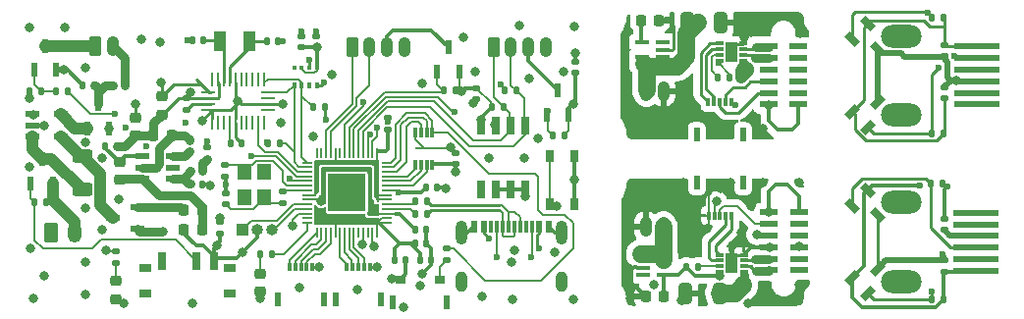
<source format=gbr>
%TF.GenerationSoftware,KiCad,Pcbnew,(6.0.4)*%
%TF.CreationDate,2023-03-26T23:07:16+09:00*%
%TF.ProjectId,kaguya-elec,6b616775-7961-42d6-956c-65632e6b6963,rev?*%
%TF.SameCoordinates,Original*%
%TF.FileFunction,Copper,L1,Top*%
%TF.FilePolarity,Positive*%
%FSLAX46Y46*%
G04 Gerber Fmt 4.6, Leading zero omitted, Abs format (unit mm)*
G04 Created by KiCad (PCBNEW (6.0.4)) date 2023-03-26 23:07:16*
%MOMM*%
%LPD*%
G01*
G04 APERTURE LIST*
G04 Aperture macros list*
%AMRoundRect*
0 Rectangle with rounded corners*
0 $1 Rounding radius*
0 $2 $3 $4 $5 $6 $7 $8 $9 X,Y pos of 4 corners*
0 Add a 4 corners polygon primitive as box body*
4,1,4,$2,$3,$4,$5,$6,$7,$8,$9,$2,$3,0*
0 Add four circle primitives for the rounded corners*
1,1,$1+$1,$2,$3*
1,1,$1+$1,$4,$5*
1,1,$1+$1,$6,$7*
1,1,$1+$1,$8,$9*
0 Add four rect primitives between the rounded corners*
20,1,$1+$1,$2,$3,$4,$5,0*
20,1,$1+$1,$4,$5,$6,$7,0*
20,1,$1+$1,$6,$7,$8,$9,0*
20,1,$1+$1,$8,$9,$2,$3,0*%
%AMRotRect*
0 Rectangle, with rotation*
0 The origin of the aperture is its center*
0 $1 length*
0 $2 width*
0 $3 Rotation angle, in degrees counterclockwise*
0 Add horizontal line*
21,1,$1,$2,0,0,$3*%
G04 Aperture macros list end*
%TA.AperFunction,SMDPad,CuDef*%
%ADD10R,0.300000X0.650000*%
%TD*%
%TA.AperFunction,SMDPad,CuDef*%
%ADD11R,0.500000X1.150000*%
%TD*%
%TA.AperFunction,SMDPad,CuDef*%
%ADD12R,1.200000X1.400000*%
%TD*%
%TA.AperFunction,SMDPad,CuDef*%
%ADD13RoundRect,0.135000X-0.135000X-0.185000X0.135000X-0.185000X0.135000X0.185000X-0.135000X0.185000X0*%
%TD*%
%TA.AperFunction,SMDPad,CuDef*%
%ADD14R,1.000000X1.800000*%
%TD*%
%TA.AperFunction,SMDPad,CuDef*%
%ADD15RoundRect,0.225000X-0.225000X-0.250000X0.225000X-0.250000X0.225000X0.250000X-0.225000X0.250000X0*%
%TD*%
%TA.AperFunction,SMDPad,CuDef*%
%ADD16RoundRect,0.135000X0.185000X-0.135000X0.185000X0.135000X-0.185000X0.135000X-0.185000X-0.135000X0*%
%TD*%
%TA.AperFunction,ComponentPad*%
%ADD17RoundRect,0.250000X-0.265000X-0.615000X0.265000X-0.615000X0.265000X0.615000X-0.265000X0.615000X0*%
%TD*%
%TA.AperFunction,ComponentPad*%
%ADD18O,1.030000X1.730000*%
%TD*%
%TA.AperFunction,SMDPad,CuDef*%
%ADD19R,1.200000X0.450000*%
%TD*%
%TA.AperFunction,SMDPad,CuDef*%
%ADD20R,1.250000X0.600000*%
%TD*%
%TA.AperFunction,SMDPad,CuDef*%
%ADD21RoundRect,0.140000X0.170000X-0.140000X0.170000X0.140000X-0.170000X0.140000X-0.170000X-0.140000X0*%
%TD*%
%TA.AperFunction,SMDPad,CuDef*%
%ADD22RoundRect,0.140000X-0.140000X-0.170000X0.140000X-0.170000X0.140000X0.170000X-0.140000X0.170000X0*%
%TD*%
%TA.AperFunction,SMDPad,CuDef*%
%ADD23RoundRect,0.140000X-0.170000X0.140000X-0.170000X-0.140000X0.170000X-0.140000X0.170000X0.140000X0*%
%TD*%
%TA.AperFunction,SMDPad,CuDef*%
%ADD24R,1.500000X0.600000*%
%TD*%
%TA.AperFunction,SMDPad,CuDef*%
%ADD25R,0.700000X0.300000*%
%TD*%
%TA.AperFunction,SMDPad,CuDef*%
%ADD26R,1.000000X1.700000*%
%TD*%
%TA.AperFunction,SMDPad,CuDef*%
%ADD27RoundRect,0.135000X0.135000X0.185000X-0.135000X0.185000X-0.135000X-0.185000X0.135000X-0.185000X0*%
%TD*%
%TA.AperFunction,SMDPad,CuDef*%
%ADD28RoundRect,0.218750X-0.218750X-0.256250X0.218750X-0.256250X0.218750X0.256250X-0.218750X0.256250X0*%
%TD*%
%TA.AperFunction,SMDPad,CuDef*%
%ADD29R,0.700000X1.500000*%
%TD*%
%TA.AperFunction,SMDPad,CuDef*%
%ADD30R,1.000000X0.800000*%
%TD*%
%TA.AperFunction,SMDPad,CuDef*%
%ADD31RotRect,0.600000X1.250000X135.000000*%
%TD*%
%TA.AperFunction,SMDPad,CuDef*%
%ADD32RoundRect,0.225000X0.225000X0.250000X-0.225000X0.250000X-0.225000X-0.250000X0.225000X-0.250000X0*%
%TD*%
%TA.AperFunction,SMDPad,CuDef*%
%ADD33R,1.200000X0.600000*%
%TD*%
%TA.AperFunction,ComponentPad*%
%ADD34RoundRect,0.250000X-0.350000X-0.625000X0.350000X-0.625000X0.350000X0.625000X-0.350000X0.625000X0*%
%TD*%
%TA.AperFunction,ComponentPad*%
%ADD35O,1.200000X1.750000*%
%TD*%
%TA.AperFunction,SMDPad,CuDef*%
%ADD36RotRect,0.600000X1.250000X45.000000*%
%TD*%
%TA.AperFunction,ComponentPad*%
%ADD37O,3.500000X2.000000*%
%TD*%
%TA.AperFunction,SMDPad,CuDef*%
%ADD38RoundRect,0.218750X0.256250X-0.218750X0.256250X0.218750X-0.256250X0.218750X-0.256250X-0.218750X0*%
%TD*%
%TA.AperFunction,SMDPad,CuDef*%
%ADD39RoundRect,0.250000X-0.625000X0.312500X-0.625000X-0.312500X0.625000X-0.312500X0.625000X0.312500X0*%
%TD*%
%TA.AperFunction,SMDPad,CuDef*%
%ADD40R,0.600000X1.250000*%
%TD*%
%TA.AperFunction,ComponentPad*%
%ADD41R,1.000000X1.000000*%
%TD*%
%TA.AperFunction,ComponentPad*%
%ADD42O,1.000000X1.000000*%
%TD*%
%TA.AperFunction,SMDPad,CuDef*%
%ADD43RoundRect,0.135000X-0.185000X0.135000X-0.185000X-0.135000X0.185000X-0.135000X0.185000X0.135000X0*%
%TD*%
%TA.AperFunction,SMDPad,CuDef*%
%ADD44R,0.350000X0.500000*%
%TD*%
%TA.AperFunction,SMDPad,CuDef*%
%ADD45R,0.350000X0.350000*%
%TD*%
%TA.AperFunction,SMDPad,CuDef*%
%ADD46RoundRect,0.225000X0.250000X-0.225000X0.250000X0.225000X-0.250000X0.225000X-0.250000X-0.225000X0*%
%TD*%
%TA.AperFunction,SMDPad,CuDef*%
%ADD47R,4.000000X0.600000*%
%TD*%
%TA.AperFunction,SMDPad,CuDef*%
%ADD48RoundRect,0.140000X0.140000X0.170000X-0.140000X0.170000X-0.140000X-0.170000X0.140000X-0.170000X0*%
%TD*%
%TA.AperFunction,SMDPad,CuDef*%
%ADD49R,0.450000X0.600000*%
%TD*%
%TA.AperFunction,SMDPad,CuDef*%
%ADD50R,0.900000X0.800000*%
%TD*%
%TA.AperFunction,SMDPad,CuDef*%
%ADD51R,0.600000X1.200000*%
%TD*%
%TA.AperFunction,SMDPad,CuDef*%
%ADD52R,0.200000X0.875000*%
%TD*%
%TA.AperFunction,SMDPad,CuDef*%
%ADD53R,0.875000X0.200000*%
%TD*%
%TA.AperFunction,SMDPad,CuDef*%
%ADD54R,3.200000X3.200000*%
%TD*%
%TA.AperFunction,SMDPad,CuDef*%
%ADD55RoundRect,0.250000X0.325000X0.650000X-0.325000X0.650000X-0.325000X-0.650000X0.325000X-0.650000X0*%
%TD*%
%TA.AperFunction,SMDPad,CuDef*%
%ADD56R,0.650000X1.050000*%
%TD*%
%TA.AperFunction,SMDPad,CuDef*%
%ADD57R,1.150000X0.600000*%
%TD*%
%TA.AperFunction,SMDPad,CuDef*%
%ADD58R,0.700000X1.550000*%
%TD*%
%TA.AperFunction,SMDPad,CuDef*%
%ADD59R,0.300000X0.900000*%
%TD*%
%TA.AperFunction,SMDPad,CuDef*%
%ADD60R,1.650000X0.250000*%
%TD*%
%TA.AperFunction,SMDPad,CuDef*%
%ADD61RoundRect,0.218750X0.218750X0.256250X-0.218750X0.256250X-0.218750X-0.256250X0.218750X-0.256250X0*%
%TD*%
%TA.AperFunction,SMDPad,CuDef*%
%ADD62R,0.250000X1.274500*%
%TD*%
%TA.AperFunction,SMDPad,CuDef*%
%ADD63R,1.174500X0.250000*%
%TD*%
%TA.AperFunction,SMDPad,CuDef*%
%ADD64RoundRect,0.250000X-0.325000X-0.650000X0.325000X-0.650000X0.325000X0.650000X-0.325000X0.650000X0*%
%TD*%
%TA.AperFunction,SMDPad,CuDef*%
%ADD65R,0.600000X1.140000*%
%TD*%
%TA.AperFunction,SMDPad,CuDef*%
%ADD66R,0.300000X1.140000*%
%TD*%
%TA.AperFunction,ComponentPad*%
%ADD67O,1.000000X1.800000*%
%TD*%
%TA.AperFunction,ComponentPad*%
%ADD68O,1.000000X2.100000*%
%TD*%
%TA.AperFunction,ViaPad*%
%ADD69C,0.800000*%
%TD*%
%TA.AperFunction,ViaPad*%
%ADD70C,0.600000*%
%TD*%
%TA.AperFunction,Conductor*%
%ADD71C,0.250000*%
%TD*%
%TA.AperFunction,Conductor*%
%ADD72C,0.350000*%
%TD*%
%TA.AperFunction,Conductor*%
%ADD73C,0.200000*%
%TD*%
%TA.AperFunction,Conductor*%
%ADD74C,0.500000*%
%TD*%
%TA.AperFunction,Conductor*%
%ADD75C,0.800000*%
%TD*%
%TA.AperFunction,Conductor*%
%ADD76C,0.160000*%
%TD*%
%TA.AperFunction,Conductor*%
%ADD77C,1.000000*%
%TD*%
%TA.AperFunction,Conductor*%
%ADD78C,1.500000*%
%TD*%
%TA.AperFunction,Conductor*%
%ADD79C,0.220000*%
%TD*%
G04 APERTURE END LIST*
D10*
%TO.P,J6,1,Pin_1*%
%TO.N,M_LA*%
X191547500Y-143043211D03*
%TO.P,J6,2,Pin_2*%
%TO.N,M_LB*%
X192047500Y-143043211D03*
%TO.P,J6,3,Pin_3*%
%TO.N,MOE_LA*%
X192547500Y-143043211D03*
%TO.P,J6,4,Pin_4*%
%TO.N,MOE_LB*%
X193047500Y-143043211D03*
%TO.P,J6,5,Pin_5*%
%TO.N,GND*%
X193547500Y-143043211D03*
D11*
%TO.P,J6,GND*%
%TO.N,N/C*%
X194532500Y-145853211D03*
X190562500Y-145853211D03*
%TD*%
D12*
%TO.P,Y1,1,1*%
%TO.N,Net-(C4-Pad2)*%
X189400000Y-137050000D03*
%TO.P,Y1,2,2*%
%TO.N,GND*%
X189400000Y-134850000D03*
%TO.P,Y1,3,3*%
%TO.N,XIN*%
X187700000Y-134850000D03*
%TO.P,Y1,4,4*%
%TO.N,GND*%
X187700000Y-137050000D03*
%TD*%
D13*
%TO.P,R15,1*%
%TO.N,+3V3*%
X208990000Y-129200000D03*
%TO.P,R15,2*%
%TO.N,I2C1_SCL*%
X210010000Y-129200000D03*
%TD*%
D14*
%TO.P,Y2,1,1*%
%TO.N,Net-(AC1-Pad27)*%
X185600000Y-123550000D03*
%TO.P,Y2,2,2*%
%TO.N,Net-(AC1-Pad26)*%
X188100000Y-123550000D03*
%TD*%
D15*
%TO.P,C34,1*%
%TO.N,/3V3A*%
X221870000Y-121750000D03*
%TO.P,C34,2*%
%TO.N,GND*%
X223420000Y-121750000D03*
%TD*%
D16*
%TO.P,R14,1*%
%TO.N,Net-(AC1-Pad4)*%
X182700000Y-129450000D03*
%TO.P,R14,2*%
%TO.N,+3V3*%
X182700000Y-128430000D03*
%TD*%
D17*
%TO.P,J2,1,Pin_1*%
%TO.N,Net-(J2-Pad1)*%
X174850000Y-124000000D03*
D18*
%TO.P,J2,2,Pin_2*%
%TO.N,+BATT*%
X176350000Y-124000000D03*
%TD*%
D13*
%TO.P,R26,1*%
%TO.N,/3V3A*%
X225790000Y-143040000D03*
%TO.P,R26,2*%
%TO.N,Net-(IC14-Pad7)*%
X226810000Y-143040000D03*
%TD*%
D19*
%TO.P,IC6,1,CONTROL*%
%TO.N,+BATT*%
X223755000Y-124930000D03*
%TO.P,IC6,2,GND*%
%TO.N,GND*%
X223755000Y-124280000D03*
%TO.P,IC6,3,NC*%
%TO.N,unconnected-(IC6-Pad3)*%
X223755000Y-123630000D03*
%TO.P,IC6,4,VOUT*%
%TO.N,/3V3A*%
X221955000Y-123630000D03*
%TO.P,IC6,5,VIN*%
%TO.N,+BATT*%
X221955000Y-124930000D03*
%TD*%
D20*
%TO.P,Q2,1*%
%TO.N,VBUS*%
X178437500Y-139750000D03*
%TO.P,Q2,2*%
%TO.N,Net-(D3-Pad1)*%
X178437500Y-137850000D03*
%TO.P,Q2,3*%
%TO.N,+BATT*%
X176337500Y-138800000D03*
%TD*%
D21*
%TO.P,C13,1*%
%TO.N,+3V3*%
X205900000Y-134180000D03*
%TO.P,C13,2*%
%TO.N,GND*%
X205900000Y-133220000D03*
%TD*%
%TO.P,C28,1*%
%TO.N,/3V3A*%
X248055620Y-143438594D03*
%TO.P,C28,2*%
%TO.N,GND*%
X248055620Y-142478594D03*
%TD*%
D22*
%TO.P,C11,1*%
%TO.N,+3V3*%
X200620000Y-142400000D03*
%TO.P,C11,2*%
%TO.N,GND*%
X201580000Y-142400000D03*
%TD*%
D23*
%TO.P,C20,1*%
%TO.N,/3V3A*%
X248023769Y-123893769D03*
%TO.P,C20,2*%
%TO.N,GND*%
X248023769Y-124853769D03*
%TD*%
D24*
%TO.P,J8,1,Pin_1*%
%TO.N,/3V3A*%
X232855000Y-129010000D03*
X235455000Y-129010000D03*
%TO.P,J8,2,Pin_2*%
%TO.N,MOE_RA*%
X235455000Y-128010000D03*
X232855000Y-128010000D03*
%TO.P,J8,3,Pin_3*%
%TO.N,MOE_RB*%
X235455000Y-127010000D03*
X232855000Y-127010000D03*
%TO.P,J8,4,Pin_4*%
%TO.N,GND*%
X232855000Y-126010000D03*
X235455000Y-126010000D03*
%TO.P,J8,5,Pin_5*%
%TO.N,/motor_R1*%
X232855000Y-125010000D03*
X235455000Y-125010000D03*
%TO.P,J8,6,Pin_6*%
%TO.N,/motor_R2*%
X235455000Y-124010000D03*
X232855000Y-124010000D03*
%TD*%
D22*
%TO.P,C14,1*%
%TO.N,Net-(AC1-Pad9)*%
X186470000Y-132400000D03*
%TO.P,C14,2*%
%TO.N,GND*%
X187430000Y-132400000D03*
%TD*%
D25*
%TO.P,IC14,1,VM*%
%TO.N,+BATT*%
X230750000Y-143477500D03*
%TO.P,IC14,2,OUT1*%
%TO.N,/motor_L2*%
X230750000Y-142977500D03*
%TO.P,IC14,3,OUT2*%
%TO.N,/motor_L1*%
X230750000Y-142477500D03*
%TO.P,IC14,4,GND*%
%TO.N,GND*%
X230750000Y-141977500D03*
%TO.P,IC14,5,IN2*%
%TO.N,M_LA*%
X228650000Y-141977500D03*
%TO.P,IC14,6,IN1*%
%TO.N,M_LB*%
X228650000Y-142477500D03*
%TO.P,IC14,7,NSLEEP*%
%TO.N,Net-(IC14-Pad7)*%
X228650000Y-142977500D03*
%TO.P,IC14,8,VCC*%
%TO.N,/3V3A*%
X228650000Y-143477500D03*
D26*
%TO.P,IC14,9,EP*%
%TO.N,GND*%
X229700000Y-142727500D03*
%TD*%
D27*
%TO.P,R13,1*%
%TO.N,Net-(J3-Pad2)*%
X170610000Y-137450000D03*
%TO.P,R13,2*%
%TO.N,Net-(Q3-Pad1)*%
X169590000Y-137450000D03*
%TD*%
D28*
%TO.P,F1,1*%
%TO.N,Net-(D3-Pad1)*%
X182450000Y-138100000D03*
%TO.P,F1,2*%
%TO.N,Net-(C15-Pad1)*%
X184025000Y-138100000D03*
%TD*%
D29*
%TO.P,S2,1,1*%
%TO.N,unconnected-(S2-Pad1)*%
X180550000Y-142500000D03*
%TO.P,S2,2,2*%
%TO.N,Net-(Q3-Pad1)*%
X183550000Y-142500000D03*
%TO.P,S2,3,3*%
%TO.N,GND*%
X185050000Y-142500000D03*
D30*
%TO.P,S2,4,4*%
%TO.N,unconnected-(S2-Pad4)*%
X179150000Y-143150000D03*
%TO.P,S2,5,5*%
%TO.N,unconnected-(S2-Pad5)*%
X179150000Y-145350000D03*
%TO.P,S2,6,6*%
%TO.N,unconnected-(S2-Pad6)*%
X186450000Y-143150000D03*
%TO.P,S2,7,7*%
%TO.N,unconnected-(S2-Pad7)*%
X186450000Y-145350000D03*
%TD*%
D13*
%TO.P,R28,1*%
%TO.N,MOE_RB*%
X246963769Y-131503769D03*
%TO.P,R28,2*%
%TO.N,/3V3A*%
X247983769Y-131503769D03*
%TD*%
D21*
%TO.P,C17,1*%
%TO.N,+3V3*%
X192600000Y-124080000D03*
%TO.P,C17,2*%
%TO.N,GND*%
X192600000Y-123120000D03*
%TD*%
D10*
%TO.P,J14,1,Pin_1*%
%TO.N,M_RA*%
X227672500Y-128813211D03*
%TO.P,J14,2,Pin_2*%
%TO.N,M_RB*%
X228172500Y-128813211D03*
%TO.P,J14,3,Pin_3*%
%TO.N,MOE_RA*%
X228672500Y-128813211D03*
%TO.P,J14,4,Pin_4*%
%TO.N,MOE_RB*%
X229172500Y-128813211D03*
%TO.P,J14,5,Pin_5*%
%TO.N,GND*%
X229672500Y-128813211D03*
D11*
%TO.P,J14,GND*%
%TO.N,N/C*%
X230657500Y-131623211D03*
X226687500Y-131623211D03*
%TD*%
D13*
%TO.P,R25,1*%
%TO.N,MOE_RA*%
X246963769Y-121503769D03*
%TO.P,R25,2*%
%TO.N,/3V3A*%
X247983769Y-121503769D03*
%TD*%
D27*
%TO.P,R24,1*%
%TO.N,/3V3A*%
X229545000Y-126680000D03*
%TO.P,R24,2*%
%TO.N,Net-(IC12-Pad7)*%
X228525000Y-126680000D03*
%TD*%
D22*
%TO.P,C9,1*%
%TO.N,+3V3*%
X202370000Y-141000000D03*
%TO.P,C9,2*%
%TO.N,GND*%
X203330000Y-141000000D03*
%TD*%
D25*
%TO.P,IC12,1,VM*%
%TO.N,+BATT*%
X230715000Y-125260000D03*
%TO.P,IC12,2,OUT1*%
%TO.N,/motor_R1*%
X230715000Y-124760000D03*
%TO.P,IC12,3,OUT2*%
%TO.N,/motor_R2*%
X230715000Y-124260000D03*
%TO.P,IC12,4,GND*%
%TO.N,GND*%
X230715000Y-123760000D03*
%TO.P,IC12,5,IN2*%
%TO.N,M_RA*%
X228615000Y-123760000D03*
%TO.P,IC12,6,IN1*%
%TO.N,M_RB*%
X228615000Y-124260000D03*
%TO.P,IC12,7,NSLEEP*%
%TO.N,Net-(IC12-Pad7)*%
X228615000Y-124760000D03*
%TO.P,IC12,8,VCC*%
%TO.N,/3V3A*%
X228615000Y-125260000D03*
D26*
%TO.P,IC12,9,EP*%
%TO.N,GND*%
X229665000Y-124510000D03*
%TD*%
D31*
%TO.P,IC7,1,VCC*%
%TO.N,/3V3A*%
X240091406Y-143979305D03*
%TO.P,IC7,2,OUT*%
%TO.N,MOE_LA*%
X241434909Y-145322808D03*
%TO.P,IC7,3,GND*%
%TO.N,GND*%
X242248082Y-143166132D03*
%TD*%
D27*
%TO.P,R9,1*%
%TO.N,LED*%
X190060000Y-141950000D03*
%TO.P,R9,2*%
%TO.N,Net-(D1-Pad2)*%
X189040000Y-141950000D03*
%TD*%
D32*
%TO.P,C16,1*%
%TO.N,Net-(C15-Pad1)*%
X184012500Y-139800000D03*
%TO.P,C16,2*%
%TO.N,GND*%
X182462500Y-139800000D03*
%TD*%
D27*
%TO.P,R11,1*%
%TO.N,+3V3*%
X194610000Y-129250000D03*
%TO.P,R11,2*%
%TO.N,I2C0_SDA*%
X193590000Y-129250000D03*
%TD*%
D33*
%TO.P,IC4,1,OUT*%
%TO.N,Imonitor_Main*%
X169350000Y-129850000D03*
%TO.P,IC4,2,GND*%
%TO.N,GND*%
X169350000Y-130800000D03*
%TO.P,IC4,3,IN+*%
%TO.N,Net-(IC4-Pad3)*%
X169350000Y-131750000D03*
%TO.P,IC4,4,IN-*%
%TO.N,+BATT*%
X171850000Y-131750000D03*
%TO.P,IC4,5,VS*%
%TO.N,+3V3*%
X171850000Y-129850000D03*
%TD*%
D34*
%TO.P,J3,1,Pin_1*%
%TO.N,GND*%
X171000000Y-140100000D03*
D35*
%TO.P,J3,2,Pin_2*%
%TO.N,Net-(J3-Pad2)*%
X173000000Y-140100000D03*
%TD*%
D27*
%TO.P,R19,1*%
%TO.N,Net-(Q4-Pad3)*%
X174760000Y-127350000D03*
%TO.P,R19,2*%
%TO.N,GND*%
X173740000Y-127350000D03*
%TD*%
D36*
%TO.P,IC8,1,VCC*%
%TO.N,/3V3A*%
X241434909Y-136394380D03*
%TO.P,IC8,2,OUT*%
%TO.N,MOE_LB*%
X240091406Y-137737883D03*
%TO.P,IC8,3,GND*%
%TO.N,GND*%
X242248082Y-138551056D03*
%TD*%
D18*
%TO.P,J15,1,Pin_1*%
%TO.N,GND*%
X222292500Y-139570000D03*
%TO.P,J15,2,Pin_2*%
%TO.N,+BATT*%
X223792500Y-139570000D03*
%TD*%
D37*
%TO.P,M1,1,+*%
%TO.N,/motor_R1*%
X244323769Y-123103769D03*
%TO.P,M1,2,-*%
%TO.N,/motor_R2*%
X244323769Y-129903769D03*
%TD*%
D23*
%TO.P,C22,1*%
%TO.N,Net-(C22-Pad1)*%
X182950000Y-132120000D03*
%TO.P,C22,2*%
%TO.N,Net-(C22-Pad2)*%
X182950000Y-133080000D03*
%TD*%
D38*
%TO.P,D2,1,K*%
%TO.N,GND*%
X176600000Y-145827500D03*
%TO.P,D2,2,A*%
%TO.N,Net-(D2-Pad2)*%
X176600000Y-144252500D03*
%TD*%
D16*
%TO.P,R2,1*%
%TO.N,Net-(R2-Pad1)*%
X205100000Y-142460000D03*
%TO.P,R2,2*%
%TO.N,/QSPI_SS*%
X205100000Y-141440000D03*
%TD*%
D22*
%TO.P,C10,1*%
%TO.N,+1V1*%
X203320000Y-136200000D03*
%TO.P,C10,2*%
%TO.N,GND*%
X204280000Y-136200000D03*
%TD*%
D23*
%TO.P,C5,1*%
%TO.N,+3V3*%
X207700000Y-127620000D03*
%TO.P,C5,2*%
%TO.N,GND*%
X207700000Y-128580000D03*
%TD*%
D39*
%TO.P,R17,1*%
%TO.N,+BATT*%
X173700000Y-133437500D03*
%TO.P,R17,2*%
%TO.N,Net-(IC4-Pad3)*%
X173700000Y-136362500D03*
%TD*%
D40*
%TO.P,Q3,1*%
%TO.N,Net-(Q3-Pad1)*%
X169250000Y-135800000D03*
%TO.P,Q3,2*%
%TO.N,Net-(J3-Pad2)*%
X171150000Y-135800000D03*
%TO.P,Q3,3*%
%TO.N,Net-(IC4-Pad3)*%
X170200000Y-133700000D03*
%TD*%
%TO.P,Q4,1,G*%
%TO.N,+3V3*%
X174100000Y-131050000D03*
%TO.P,Q4,2,S*%
%TO.N,Vmonitor*%
X176000000Y-131050000D03*
%TO.P,Q4,3,D*%
%TO.N,Net-(Q4-Pad3)*%
X175050000Y-128950000D03*
%TD*%
%TO.P,Q6,1*%
%TO.N,GNSS_VCC*%
X204300000Y-126200000D03*
%TO.P,Q6,2*%
%TO.N,+3V3*%
X206200000Y-126200000D03*
%TO.P,Q6,3*%
%TO.N,Net-(J5-Pad3)*%
X205250000Y-124100000D03*
%TD*%
D21*
%TO.P,C7,1*%
%TO.N,+3V3*%
X184500000Y-133680000D03*
%TO.P,C7,2*%
%TO.N,GND*%
X184500000Y-132720000D03*
%TD*%
D13*
%TO.P,R16,1*%
%TO.N,+3V3*%
X210090000Y-127800000D03*
%TO.P,R16,2*%
%TO.N,I2C1_SDA*%
X211110000Y-127800000D03*
%TD*%
D27*
%TO.P,R21,1*%
%TO.N,+3V3*%
X215250000Y-131700000D03*
%TO.P,R21,2*%
%TO.N,ToF_VCC*%
X214230000Y-131700000D03*
%TD*%
D41*
%TO.P,J1,1,Pin_1*%
%TO.N,SWCLK*%
X187475000Y-139850000D03*
D42*
%TO.P,J1,2,Pin_2*%
%TO.N,GND*%
X188745000Y-139850000D03*
%TO.P,J1,3,Pin_3*%
%TO.N,SWDIO*%
X190015000Y-139850000D03*
%TD*%
D19*
%TO.P,IC11,1,CONTROL*%
%TO.N,+BATT*%
X222050000Y-142440000D03*
%TO.P,IC11,2,GND*%
%TO.N,GND*%
X222050000Y-143090000D03*
%TO.P,IC11,3,NC*%
%TO.N,unconnected-(IC11-Pad3)*%
X222050000Y-143740000D03*
%TO.P,IC11,4,VOUT*%
%TO.N,/3V3A*%
X223850000Y-143740000D03*
%TO.P,IC11,5,VIN*%
%TO.N,+BATT*%
X223850000Y-142440000D03*
%TD*%
D43*
%TO.P,R10,1*%
%TO.N,+3V3*%
X176600000Y-141640000D03*
%TO.P,R10,2*%
%TO.N,Net-(D2-Pad2)*%
X176600000Y-142660000D03*
%TD*%
D13*
%TO.P,R7,1*%
%TO.N,Net-(IC1-Pad47)*%
X202390000Y-137350000D03*
%TO.P,R7,2*%
%TO.N,/USB_D_P*%
X203410000Y-137350000D03*
%TD*%
D22*
%TO.P,C6,1*%
%TO.N,+1V1*%
X202420000Y-139850000D03*
%TO.P,C6,2*%
%TO.N,GND*%
X203380000Y-139850000D03*
%TD*%
D21*
%TO.P,C2,1*%
%TO.N,+3V3*%
X200010000Y-131160000D03*
%TO.P,C2,2*%
%TO.N,GND*%
X200010000Y-130200000D03*
%TD*%
D22*
%TO.P,C12,1*%
%TO.N,+3V3*%
X202820000Y-142450000D03*
%TO.P,C12,2*%
%TO.N,GND*%
X203780000Y-142450000D03*
%TD*%
D13*
%TO.P,R8,1*%
%TO.N,Net-(IC1-Pad46)*%
X202390000Y-138450000D03*
%TO.P,R8,2*%
%TO.N,/USB_D_N*%
X203410000Y-138450000D03*
%TD*%
D27*
%TO.P,R18,1*%
%TO.N,+BATT*%
X177360000Y-127350000D03*
%TO.P,R18,2*%
%TO.N,Net-(Q4-Pad3)*%
X176340000Y-127350000D03*
%TD*%
D16*
%TO.P,R3,1*%
%TO.N,Net-(C4-Pad2)*%
X190950000Y-137560000D03*
%TO.P,R3,2*%
%TO.N,XOUT*%
X190950000Y-136540000D03*
%TD*%
D44*
%TO.P,U3,1,GND*%
%TO.N,GND*%
X193907500Y-127350000D03*
%TO.P,U3,2,CSB*%
%TO.N,unconnected-(U3-Pad2)*%
X193257500Y-127350000D03*
%TO.P,U3,3,SDA*%
%TO.N,I2C0_SDA*%
X192607500Y-127350000D03*
%TO.P,U3,4,SCK*%
%TO.N,I2C0_SCL*%
X191957500Y-127350000D03*
D45*
%TO.P,U3,5,SDO*%
%TO.N,unconnected-(U3-Pad5)*%
X191967500Y-125820000D03*
%TO.P,U3,6,VDDIO*%
%TO.N,+3V3*%
X192617500Y-125820000D03*
%TO.P,U3,7,GND*%
%TO.N,GND*%
X193267500Y-125820000D03*
%TO.P,U3,8,VDD*%
%TO.N,+3V3*%
X193917500Y-125820000D03*
%TD*%
D27*
%TO.P,R1,1*%
%TO.N,Nichrome*%
X172410000Y-127850000D03*
%TO.P,R1,2*%
%TO.N,Net-(Q1-Pad1)*%
X171390000Y-127850000D03*
%TD*%
D40*
%TO.P,Q5,1*%
%TO.N,ToF_VCC*%
X213750000Y-129900000D03*
%TO.P,Q5,2*%
%TO.N,+3V3*%
X215650000Y-129900000D03*
%TO.P,Q5,3*%
%TO.N,Net-(J4-Pad3)*%
X214700000Y-127800000D03*
%TD*%
D46*
%TO.P,C26,1*%
%TO.N,+3V3*%
X178250000Y-131675000D03*
%TO.P,C26,2*%
%TO.N,GND*%
X178250000Y-130125000D03*
%TD*%
D21*
%TO.P,C24,1*%
%TO.N,+3V3*%
X193900000Y-124080000D03*
%TO.P,C24,2*%
%TO.N,GND*%
X193900000Y-123120000D03*
%TD*%
D23*
%TO.P,C4,1*%
%TO.N,GND*%
X186050000Y-136640000D03*
%TO.P,C4,2*%
%TO.N,Net-(C4-Pad2)*%
X186050000Y-137600000D03*
%TD*%
D10*
%TO.P,J7,1,Pin_1*%
%TO.N,M_RA*%
X196497500Y-143043211D03*
%TO.P,J7,2,Pin_2*%
%TO.N,M_RB*%
X196997500Y-143043211D03*
%TO.P,J7,3,Pin_3*%
%TO.N,MOE_RA*%
X197497500Y-143043211D03*
%TO.P,J7,4,Pin_4*%
%TO.N,MOE_RB*%
X197997500Y-143043211D03*
%TO.P,J7,5,Pin_5*%
%TO.N,GND*%
X198497500Y-143043211D03*
D11*
%TO.P,J7,GND*%
%TO.N,N/C*%
X195512500Y-145853211D03*
X199482500Y-145853211D03*
%TD*%
D46*
%TO.P,C29,1*%
%TO.N,+3V3*%
X180550000Y-129875000D03*
%TO.P,C29,2*%
%TO.N,GND*%
X180550000Y-128325000D03*
%TD*%
D18*
%TO.P,J10,1,Pin_1*%
%TO.N,GND*%
X223832500Y-127840000D03*
%TO.P,J10,2,Pin_2*%
%TO.N,+BATT*%
X222332500Y-127840000D03*
%TD*%
D24*
%TO.P,J9,1,Pin_1*%
%TO.N,/3V3A*%
X235500000Y-138315000D03*
X232900000Y-138315000D03*
%TO.P,J9,2,Pin_2*%
%TO.N,MOE_LA*%
X235500000Y-139315000D03*
X232900000Y-139315000D03*
%TO.P,J9,3,Pin_3*%
%TO.N,MOE_LB*%
X235500000Y-140315000D03*
X232900000Y-140315000D03*
%TO.P,J9,4,Pin_4*%
%TO.N,GND*%
X235500000Y-141315000D03*
X232900000Y-141315000D03*
%TO.P,J9,5,Pin_5*%
%TO.N,/motor_L1*%
X235500000Y-142315000D03*
X232900000Y-142315000D03*
%TO.P,J9,6,Pin_6*%
%TO.N,/motor_L2*%
X235500000Y-143315000D03*
X232900000Y-143315000D03*
%TD*%
D38*
%TO.P,D1,1,K*%
%TO.N,GND*%
X189050000Y-145187500D03*
%TO.P,D1,2,A*%
%TO.N,Net-(D1-Pad2)*%
X189050000Y-143612500D03*
%TD*%
D21*
%TO.P,C1,1*%
%TO.N,+3V3*%
X216200000Y-126300000D03*
%TO.P,C1,2*%
%TO.N,GND*%
X216200000Y-125340000D03*
%TD*%
D47*
%TO.P,Je,1,Pin_1*%
%TO.N,/3V3A*%
X250823769Y-124003769D03*
%TO.P,Je,2,Pin_2*%
%TO.N,MOE_RA*%
X250823769Y-125003769D03*
%TO.P,Je,3,Pin_3*%
%TO.N,MOE_RB*%
X250823769Y-126003769D03*
%TO.P,Je,4,Pin_4*%
%TO.N,GND*%
X250823769Y-127003769D03*
%TO.P,Je,5,Pin_5*%
%TO.N,/motor_R1*%
X250823769Y-128003769D03*
%TO.P,Je,6,Pin_6*%
%TO.N,/motor_R2*%
X250823769Y-129003769D03*
%TD*%
D48*
%TO.P,C21,1*%
%TO.N,Net-(AC1-Pad27)*%
X184130000Y-123500000D03*
%TO.P,C21,2*%
%TO.N,GND*%
X183170000Y-123500000D03*
%TD*%
D49*
%TO.P,D3,1,K*%
%TO.N,Net-(D3-Pad1)*%
X180587500Y-137850000D03*
%TO.P,D3,2,A*%
%TO.N,VBUS*%
X180587500Y-139950000D03*
%TD*%
D37*
%TO.P,M2,1,+*%
%TO.N,/motor_L1*%
X244305620Y-144258594D03*
%TO.P,M2,2,-*%
%TO.N,/motor_L2*%
X244305620Y-137458594D03*
%TD*%
D10*
%TO.P,J13,1,Pin_1*%
%TO.N,M_LA*%
X229692500Y-138586790D03*
%TO.P,J13,2,Pin_2*%
%TO.N,M_LB*%
X229192500Y-138586790D03*
%TO.P,J13,3,Pin_3*%
%TO.N,MOE_LA*%
X228692500Y-138586790D03*
%TO.P,J13,4,Pin_4*%
%TO.N,MOE_LB*%
X228192500Y-138586790D03*
%TO.P,J13,5,Pin_5*%
%TO.N,GND*%
X227692500Y-138586790D03*
D11*
%TO.P,J13,GND*%
%TO.N,N/C*%
X226707500Y-135776790D03*
X230677500Y-135776790D03*
%TD*%
D50*
%TO.P,SW1,1,1*%
%TO.N,Net-(R2-Pad1)*%
X204500000Y-144100000D03*
%TO.P,SW1,2,2*%
%TO.N,GND*%
X201100000Y-144100000D03*
D51*
%TO.P,SW1,GND*%
%TO.N,N/C*%
X200500000Y-146100000D03*
X205100000Y-146100000D03*
%TD*%
D13*
%TO.P,R20,1*%
%TO.N,Net-(IC5-Pad4)*%
X183040000Y-134750000D03*
%TO.P,R20,2*%
%TO.N,+3V3*%
X184060000Y-134750000D03*
%TD*%
D52*
%TO.P,IC1,1,IOVDD_1*%
%TO.N,+3V3*%
X199110000Y-133182000D03*
%TO.P,IC1,2,GPIO0*%
%TO.N,LORA_TX*%
X198710000Y-133182000D03*
%TO.P,IC1,3,GPIO1*%
%TO.N,LORA_RX*%
X198310000Y-133182000D03*
%TO.P,IC1,4,GPIO2*%
%TO.N,I2C1_SDA*%
X197910000Y-133182000D03*
%TO.P,IC1,5,GPIO3*%
%TO.N,I2C1_SCL*%
X197510000Y-133182000D03*
%TO.P,IC1,6,GPIO4*%
%TO.N,ToF_VCC*%
X197110000Y-133182000D03*
%TO.P,IC1,7,GPIO5*%
%TO.N,GNSS_VCC*%
X196710000Y-133182000D03*
%TO.P,IC1,8,GPIO6*%
%TO.N,LORA_AUX*%
X196310000Y-133182000D03*
%TO.P,IC1,9,GPIO7*%
%TO.N,unconnected-(IC1-Pad9)*%
X195910000Y-133182000D03*
%TO.P,IC1,10,IOVDD_2*%
%TO.N,+3V3*%
X195510000Y-133182000D03*
%TO.P,IC1,11,GPIO8*%
%TO.N,GNSS_TX*%
X195110000Y-133182000D03*
%TO.P,IC1,12,GPIO9*%
%TO.N,GNSS_RX*%
X194710000Y-133182000D03*
%TO.P,IC1,13,GPIO10*%
%TO.N,unconnected-(IC1-Pad13)*%
X194310000Y-133182000D03*
%TO.P,IC1,14,GPIO11*%
%TO.N,unconnected-(IC1-Pad14)*%
X193910000Y-133182000D03*
D53*
%TO.P,IC1,15,GPIO12*%
%TO.N,I2C0_SDA*%
X193072000Y-134020000D03*
%TO.P,IC1,16,GPIO13*%
%TO.N,I2C0_SCL*%
X193072000Y-134420000D03*
%TO.P,IC1,17,GPIO14*%
%TO.N,BNO085_INTN*%
X193072000Y-134820000D03*
%TO.P,IC1,18,GPIO15*%
%TO.N,Nichrome*%
X193072000Y-135220000D03*
%TO.P,IC1,19,TESTEN*%
%TO.N,GND*%
X193072000Y-135620000D03*
%TO.P,IC1,20,XIN*%
%TO.N,XIN*%
X193072000Y-136020000D03*
%TO.P,IC1,21,XOUT*%
%TO.N,XOUT*%
X193072000Y-136420000D03*
%TO.P,IC1,22,IOVDD_3*%
%TO.N,+3V3*%
X193072000Y-136820000D03*
%TO.P,IC1,23,DVDD_1*%
%TO.N,+1V1*%
X193072000Y-137220000D03*
%TO.P,IC1,24,SWCLK*%
%TO.N,SWCLK*%
X193072000Y-137620000D03*
%TO.P,IC1,25,SWDIO*%
%TO.N,SWDIO*%
X193072000Y-138020000D03*
%TO.P,IC1,26,RUN*%
%TO.N,RUN*%
X193072000Y-138420000D03*
%TO.P,IC1,27,GPIO16*%
%TO.N,unconnected-(IC1-Pad27)*%
X193072000Y-138820000D03*
%TO.P,IC1,28,GPIO17*%
%TO.N,LED*%
X193072000Y-139220000D03*
D52*
%TO.P,IC1,29,GPIO18*%
%TO.N,M_LA*%
X193910000Y-140058000D03*
%TO.P,IC1,30,GPIO19*%
%TO.N,M_LB*%
X194310000Y-140058000D03*
%TO.P,IC1,31,GPIO20*%
%TO.N,MOE_LA*%
X194710000Y-140058000D03*
%TO.P,IC1,32,GPIO21*%
%TO.N,MOE_LB*%
X195110000Y-140058000D03*
%TO.P,IC1,33,IOVDD_4*%
%TO.N,+3V3*%
X195510000Y-140058000D03*
%TO.P,IC1,34,GPIO22*%
%TO.N,M_RA*%
X195910000Y-140058000D03*
%TO.P,IC1,35,GPIO23*%
%TO.N,M_RB*%
X196310000Y-140058000D03*
%TO.P,IC1,36,GPIO24*%
%TO.N,MOE_RA*%
X196710000Y-140058000D03*
%TO.P,IC1,37,GPIO25*%
%TO.N,MOE_RB*%
X197110000Y-140058000D03*
%TO.P,IC1,38,GPIO26/ADC0*%
%TO.N,unconnected-(IC1-Pad38)*%
X197510000Y-140058000D03*
%TO.P,IC1,39,GPIO27/ADC1*%
%TO.N,Vmonitor*%
X197910000Y-140058000D03*
%TO.P,IC1,40,GPIO28/ADC2*%
%TO.N,unconnected-(IC1-Pad40)*%
X198310000Y-140058000D03*
%TO.P,IC1,41,GPIO29/ADC3*%
%TO.N,Imonitor_Main*%
X198710000Y-140058000D03*
%TO.P,IC1,42,IOVDD_5*%
%TO.N,+3V3*%
X199110000Y-140058000D03*
D53*
%TO.P,IC1,43,ADC_AVDD*%
X199948000Y-139220000D03*
%TO.P,IC1,44,VREG_VIN*%
X199948000Y-138820000D03*
%TO.P,IC1,45,VREG_VOUT*%
%TO.N,+1V1*%
X199948000Y-138420000D03*
%TO.P,IC1,46,USB_DM*%
%TO.N,Net-(IC1-Pad46)*%
X199948000Y-138020000D03*
%TO.P,IC1,47,USB_DP*%
%TO.N,Net-(IC1-Pad47)*%
X199948000Y-137620000D03*
%TO.P,IC1,48,USB_VDD*%
%TO.N,+3V3*%
X199948000Y-137220000D03*
%TO.P,IC1,49,IOVDD_6*%
X199948000Y-136820000D03*
%TO.P,IC1,50,DVDD_2*%
%TO.N,+1V1*%
X199948000Y-136420000D03*
%TO.P,IC1,51,QSPI_SD3*%
%TO.N,/QSPI_SD3*%
X199948000Y-136020000D03*
%TO.P,IC1,52,QSPI_SCLK*%
%TO.N,/QSPI_SCLK*%
X199948000Y-135620000D03*
%TO.P,IC1,53,QSPI_SD0*%
%TO.N,/QSPI_SD0*%
X199948000Y-135220000D03*
%TO.P,IC1,54,QSPI_SD2*%
%TO.N,/QSPI_SD2*%
X199948000Y-134820000D03*
%TO.P,IC1,55,QSPI_SD1*%
%TO.N,/QSPI_SD1*%
X199948000Y-134420000D03*
%TO.P,IC1,56,QSPI_SS_N*%
%TO.N,/QSPI_SS*%
X199948000Y-134020000D03*
D54*
%TO.P,IC1,57,GND*%
%TO.N,GND*%
X196510000Y-136620000D03*
%TD*%
D55*
%TO.P,C30,1*%
%TO.N,+BATT*%
X228675000Y-145290000D03*
%TO.P,C30,2*%
%TO.N,GND*%
X225725000Y-145290000D03*
%TD*%
D56*
%TO.P,S1,1,1*%
%TO.N,RUN*%
X213975000Y-137604685D03*
%TO.P,S1,2,2*%
X213975000Y-133454685D03*
%TO.P,S1,3,3*%
%TO.N,GND*%
X216125000Y-137604685D03*
%TO.P,S1,4,4*%
X216125000Y-133454685D03*
%TD*%
D27*
%TO.P,R4,1*%
%TO.N,Net-(Q1-Pad1)*%
X170160000Y-127850000D03*
%TO.P,R4,2*%
%TO.N,GND*%
X169140000Y-127850000D03*
%TD*%
D17*
%TO.P,J5,1,Pin_1*%
%TO.N,GNSS_RX*%
X196950000Y-124100000D03*
D18*
%TO.P,J5,2,Pin_2*%
%TO.N,GNSS_TX*%
X198450000Y-124100000D03*
%TO.P,J5,3,Pin_3*%
%TO.N,Net-(J5-Pad3)*%
X199950000Y-124100000D03*
%TO.P,J5,4,Pin_4*%
%TO.N,GND*%
X201450000Y-124100000D03*
%TD*%
D27*
%TO.P,R23,1*%
%TO.N,GND*%
X184060000Y-135950000D03*
%TO.P,R23,2*%
%TO.N,Net-(IC5-Pad4)*%
X183040000Y-135950000D03*
%TD*%
%TO.P,R27,1*%
%TO.N,/3V3A*%
X247965620Y-145808594D03*
%TO.P,R27,2*%
%TO.N,MOE_LA*%
X246945620Y-145808594D03*
%TD*%
D13*
%TO.P,R12,1*%
%TO.N,+3V3*%
X189695000Y-132400000D03*
%TO.P,R12,2*%
%TO.N,I2C0_SCL*%
X190715000Y-132400000D03*
%TD*%
D57*
%TO.P,IC5,1,GND*%
%TO.N,GND*%
X178900000Y-133500000D03*
%TO.P,IC5,2,SW*%
%TO.N,Net-(C22-Pad1)*%
X178900000Y-134450000D03*
%TO.P,IC5,3,VIN*%
%TO.N,Net-(C15-Pad1)*%
X178900000Y-135400000D03*
%TO.P,IC5,4,FB*%
%TO.N,Net-(IC5-Pad4)*%
X181500000Y-135400000D03*
%TO.P,IC5,5,EN*%
%TO.N,unconnected-(IC5-Pad5)*%
X181500000Y-134450000D03*
%TO.P,IC5,6,BST*%
%TO.N,Net-(C22-Pad2)*%
X181500000Y-133500000D03*
%TD*%
D27*
%TO.P,R22,1*%
%TO.N,+3V3*%
X205860000Y-127800000D03*
%TO.P,R22,2*%
%TO.N,GNSS_VCC*%
X204840000Y-127800000D03*
%TD*%
D17*
%TO.P,J4,1,Pin_1*%
%TO.N,I2C1_SCL*%
X209150000Y-124100000D03*
D18*
%TO.P,J4,2,Pin_2*%
%TO.N,I2C1_SDA*%
X210650000Y-124100000D03*
%TO.P,J4,3,Pin_3*%
%TO.N,Net-(J4-Pad3)*%
X212150000Y-124100000D03*
%TO.P,J4,4,Pin_4*%
%TO.N,GND*%
X213650000Y-124100000D03*
%TD*%
D58*
%TO.P,IC3,1,NC*%
%TO.N,unconnected-(IC3-Pad1)*%
X208045000Y-136325000D03*
%TO.P,IC3,2,A1*%
%TO.N,GND*%
X209315000Y-136325000D03*
%TO.P,IC3,3,A2*%
X210585000Y-136325000D03*
%TO.P,IC3,4,GND*%
X211855000Y-136325000D03*
%TO.P,IC3,5,SDA*%
%TO.N,I2C1_SDA*%
X211855000Y-130875000D03*
%TO.P,IC3,6,SCL*%
%TO.N,I2C1_SCL*%
X210585000Y-130875000D03*
%TO.P,IC3,7,WP*%
%TO.N,GND*%
X209315000Y-130875000D03*
%TO.P,IC3,8,VCC*%
%TO.N,+3V3*%
X208045000Y-130875000D03*
%TD*%
D40*
%TO.P,Q1,1,G*%
%TO.N,Net-(Q1-Pad1)*%
X169550000Y-126050000D03*
%TO.P,Q1,2,S*%
%TO.N,GND*%
X171450000Y-126050000D03*
%TO.P,Q1,3,D*%
%TO.N,Net-(J2-Pad1)*%
X170500000Y-123950000D03*
%TD*%
D36*
%TO.P,IC9,1,VCC*%
%TO.N,/3V3A*%
X241453058Y-122039555D03*
%TO.P,IC9,2,OUT*%
%TO.N,MOE_RA*%
X240109555Y-123383058D03*
%TO.P,IC9,3,GND*%
%TO.N,GND*%
X242266231Y-124196231D03*
%TD*%
D59*
%TO.P,IC2,1,~{CS}*%
%TO.N,/QSPI_SS*%
X203890000Y-131390000D03*
%TO.P,IC2,2,DO_(IO1)*%
%TO.N,/QSPI_SD1*%
X203390000Y-131390000D03*
%TO.P,IC2,3,~{WP_(IO2})*%
%TO.N,/QSPI_SD2*%
X202890000Y-131390000D03*
%TO.P,IC2,4,GND*%
%TO.N,GND*%
X202390000Y-131390000D03*
%TO.P,IC2,5,DI_(IO0)*%
%TO.N,/QSPI_SD0*%
X202390000Y-134190000D03*
%TO.P,IC2,6,CLK*%
%TO.N,/QSPI_SCLK*%
X202890000Y-134190000D03*
%TO.P,IC2,7,~{HOLD_OR_RESET_(IO3})*%
%TO.N,/QSPI_SD3*%
X203390000Y-134190000D03*
%TO.P,IC2,8,VCC*%
%TO.N,+3V3*%
X203890000Y-134190000D03*
D60*
%TO.P,IC2,9,EP*%
%TO.N,GND*%
X203140000Y-132790000D03*
%TD*%
D23*
%TO.P,C8,1*%
%TO.N,+1V1*%
X185600000Y-139170000D03*
%TO.P,C8,2*%
%TO.N,GND*%
X185600000Y-140130000D03*
%TD*%
D61*
%TO.P,L1,1,1*%
%TO.N,Net-(C22-Pad1)*%
X181375000Y-131650000D03*
%TO.P,L1,2,2*%
%TO.N,+3V3*%
X179800000Y-131650000D03*
%TD*%
D32*
%TO.P,C27,1*%
%TO.N,/3V3A*%
X223825000Y-145590000D03*
%TO.P,C27,2*%
%TO.N,GND*%
X222275000Y-145590000D03*
%TD*%
D31*
%TO.P,IC10,1,VCC*%
%TO.N,/3V3A*%
X240109555Y-129624480D03*
%TO.P,IC10,2,OUT*%
%TO.N,MOE_RB*%
X241453058Y-130967983D03*
%TO.P,IC10,3,GND*%
%TO.N,GND*%
X242266231Y-128811307D03*
%TD*%
D48*
%TO.P,C25,1*%
%TO.N,+3V3*%
X176650000Y-132600000D03*
%TO.P,C25,2*%
%TO.N,GND*%
X175690000Y-132600000D03*
%TD*%
D47*
%TO.P,J12,1,Pin_1*%
%TO.N,/3V3A*%
X250755620Y-143358594D03*
%TO.P,J12,2,Pin_2*%
%TO.N,MOE_LA*%
X250755620Y-142358594D03*
%TO.P,J12,3,Pin_3*%
%TO.N,MOE_LB*%
X250755620Y-141358594D03*
%TO.P,J12,4,Pin_4*%
%TO.N,GND*%
X250755620Y-140358594D03*
%TO.P,J12,5,Pin_5*%
%TO.N,/motor_L1*%
X250755620Y-139358594D03*
%TO.P,J12,6,Pin_6*%
%TO.N,/motor_L2*%
X250755620Y-138358594D03*
%TD*%
D21*
%TO.P,C3,1*%
%TO.N,GND*%
X186000000Y-135210000D03*
%TO.P,C3,2*%
%TO.N,XIN*%
X186000000Y-134250000D03*
%TD*%
D62*
%TO.P,AC1,1,RESV_NC_1*%
%TO.N,unconnected-(AC1-Pad1)*%
X184887000Y-126837250D03*
D63*
%TO.P,AC1,2,GND_1*%
%TO.N,GND*%
X184524250Y-127950000D03*
%TO.P,AC1,3,VDD*%
%TO.N,+3V3*%
X184524250Y-128450000D03*
%TO.P,AC1,4,BOOTN*%
%TO.N,Net-(AC1-Pad4)*%
X184524250Y-128950000D03*
%TO.P,AC1,5,PS1*%
%TO.N,GND*%
X184524250Y-129450000D03*
D62*
%TO.P,AC1,6,PS0/WAKE*%
X184887000Y-130562750D03*
%TO.P,AC1,7,RESV_NC_2*%
%TO.N,unconnected-(AC1-Pad7)*%
X185387000Y-130562750D03*
%TO.P,AC1,8,RESV_NC_3*%
%TO.N,unconnected-(AC1-Pad8)*%
X185887000Y-130562750D03*
%TO.P,AC1,9,CAP*%
%TO.N,Net-(AC1-Pad9)*%
X186387000Y-130562750D03*
%TO.P,AC1,10,CLKSEL0*%
%TO.N,GND*%
X186887000Y-130562750D03*
%TO.P,AC1,11,NRST*%
%TO.N,unconnected-(AC1-Pad11)*%
X187387000Y-130562750D03*
%TO.P,AC1,12,RESV_NC_4*%
%TO.N,unconnected-(AC1-Pad12)*%
X187887000Y-130562750D03*
%TO.P,AC1,13,RESV_NC_5*%
%TO.N,unconnected-(AC1-Pad13)*%
X188387000Y-130562750D03*
%TO.P,AC1,14,H_INTN*%
%TO.N,BNO085_INTN*%
X188887000Y-130562750D03*
%TO.P,AC1,15,ENV_SCL*%
%TO.N,unconnected-(AC1-Pad15)*%
X189387000Y-130562750D03*
D63*
%TO.P,AC1,16,ENV_SDA*%
%TO.N,unconnected-(AC1-Pad16)*%
X189749750Y-129450000D03*
%TO.P,AC1,17,SA0/H_MOSI*%
%TO.N,GND*%
X189749750Y-128950000D03*
%TO.P,AC1,18,H_CSN*%
%TO.N,unconnected-(AC1-Pad18)*%
X189749750Y-128450000D03*
%TO.P,AC1,19,H_SCL/SCK/RX*%
%TO.N,I2C0_SCL*%
X189749750Y-127950000D03*
D62*
%TO.P,AC1,20,H_SDA/H_MISO/TX*%
%TO.N,I2C0_SDA*%
X189387000Y-126837250D03*
%TO.P,AC1,21,RESV_NC_6*%
%TO.N,unconnected-(AC1-Pad21)*%
X188887000Y-126837250D03*
%TO.P,AC1,22,RESV_NC_7*%
%TO.N,unconnected-(AC1-Pad22)*%
X188387000Y-126837250D03*
%TO.P,AC1,23,RESV_NC_8*%
%TO.N,unconnected-(AC1-Pad23)*%
X187887000Y-126837250D03*
%TO.P,AC1,24,RESV_NC_9*%
%TO.N,unconnected-(AC1-Pad24)*%
X187387000Y-126837250D03*
%TO.P,AC1,25,GND_2*%
%TO.N,GND*%
X186887000Y-126837250D03*
%TO.P,AC1,26,XOUT32/CLKSEL1*%
%TO.N,Net-(AC1-Pad26)*%
X186387000Y-126837250D03*
%TO.P,AC1,27,XIN32*%
%TO.N,Net-(AC1-Pad27)*%
X185887000Y-126837250D03*
%TO.P,AC1,28,VDDIO*%
%TO.N,+3V3*%
X185387000Y-126837250D03*
%TD*%
D23*
%TO.P,C35,1*%
%TO.N,/3V3A*%
X248005620Y-138858594D03*
%TO.P,C35,2*%
%TO.N,GND*%
X248005620Y-139818594D03*
%TD*%
D46*
%TO.P,C15,1*%
%TO.N,Net-(C15-Pad1)*%
X176900000Y-135525000D03*
%TO.P,C15,2*%
%TO.N,GND*%
X176900000Y-133975000D03*
%TD*%
D64*
%TO.P,C19,1*%
%TO.N,+BATT*%
X225830000Y-121960000D03*
%TO.P,C19,2*%
%TO.N,GND*%
X228780000Y-121960000D03*
%TD*%
D27*
%TO.P,R29,1*%
%TO.N,/3V3A*%
X247915620Y-135858594D03*
%TO.P,R29,2*%
%TO.N,MOE_LB*%
X246895620Y-135858594D03*
%TD*%
D21*
%TO.P,C36,1*%
%TO.N,/3V3A*%
X248073769Y-128453769D03*
%TO.P,C36,2*%
%TO.N,GND*%
X248073769Y-127493769D03*
%TD*%
D65*
%TO.P,U1,1,A1-B12_GND*%
%TO.N,GND*%
X207500000Y-139520000D03*
%TO.P,U1,2,A4-B9_VBUS*%
%TO.N,VBUS*%
X208300000Y-139520000D03*
D66*
%TO.P,U1,3,B8_SBU2*%
%TO.N,unconnected-(U1-Pad3)*%
X208950000Y-139520000D03*
%TO.P,U1,4,A5_CC1*%
%TO.N,Net-(R5-Pad1)*%
X209450000Y-139520000D03*
%TO.P,U1,5,B7_DN2*%
%TO.N,/USB_D_N*%
X209950000Y-139520000D03*
%TO.P,U1,6,A6_DP1*%
%TO.N,/USB_D_P*%
X210450000Y-139520000D03*
%TO.P,U1,7,A7_DN1*%
%TO.N,/USB_D_N*%
X210950000Y-139520000D03*
%TO.P,U1,8,B6_DP2*%
%TO.N,/USB_D_P*%
X211450000Y-139520000D03*
%TO.P,U1,9,A8_SBU1*%
%TO.N,unconnected-(U1-Pad9)*%
X211950000Y-139520000D03*
%TO.P,U1,10,B5_CC2*%
%TO.N,Net-(R6-Pad1)*%
X212450000Y-139520000D03*
D65*
%TO.P,U1,11,A9-B4_VBUS*%
%TO.N,VBUS*%
X213100000Y-139520000D03*
%TO.P,U1,12,A12-B1_GND*%
%TO.N,GND*%
X213900000Y-139520000D03*
D67*
%TO.P,U1,SHIELD,SHIELD*%
X206380000Y-144270000D03*
D68*
X206380000Y-140090000D03*
X215020000Y-140090000D03*
D67*
X215020000Y-144270000D03*
%TD*%
D22*
%TO.P,C23,1*%
%TO.N,Net-(AC1-Pad26)*%
X189620000Y-123550000D03*
%TO.P,C23,2*%
%TO.N,GND*%
X190580000Y-123550000D03*
%TD*%
D69*
%TO.N,GND*%
X191000000Y-129000000D03*
X174000000Y-145400000D03*
X195350000Y-135450000D03*
X229708932Y-142368434D03*
X172100000Y-126050000D03*
X169100000Y-134400000D03*
X231119057Y-146129425D03*
D70*
X191000000Y-123550000D03*
D69*
X176800000Y-137200000D03*
X175400000Y-139800000D03*
X169100000Y-128450000D03*
X216125000Y-135475000D03*
D70*
X250523769Y-127003769D03*
D69*
X214400000Y-141800000D03*
X203000000Y-127200000D03*
X169200000Y-141400000D03*
X194150000Y-143000000D03*
X207600000Y-126200000D03*
D70*
X192600000Y-122750000D03*
X235575000Y-125999520D03*
X200000000Y-130480000D03*
X184500000Y-132200000D03*
D69*
X231175000Y-121699520D03*
X174000000Y-132275500D03*
X211400000Y-122200000D03*
X232350000Y-135740000D03*
X208200000Y-145600000D03*
X230490000Y-140030000D03*
X174000000Y-125800000D03*
X176900000Y-133975000D03*
X193600000Y-131800000D03*
X206600000Y-123200000D03*
X187100000Y-128750000D03*
X187500000Y-141750000D03*
X184000000Y-130409011D03*
X232500000Y-144740000D03*
D70*
X182800000Y-123450000D03*
D69*
X210700000Y-142600000D03*
X174000000Y-142600000D03*
D70*
X177400000Y-131000000D03*
D69*
X232951189Y-141316811D03*
X212970000Y-131920000D03*
X173990000Y-137910000D03*
X169100000Y-122400000D03*
X211000000Y-141600000D03*
X175408714Y-133591286D03*
X216200000Y-124600000D03*
X221375000Y-131099520D03*
X229750000Y-141140000D03*
X211800000Y-133600000D03*
X180400000Y-123600000D03*
X215200000Y-126200000D03*
X200400000Y-144050000D03*
X228575000Y-130999520D03*
X189000000Y-145750000D03*
X190800000Y-130600000D03*
X196500000Y-137750000D03*
X205480378Y-132669622D03*
X216000000Y-145800000D03*
X222950000Y-144540000D03*
X192400000Y-144800000D03*
X249090433Y-126903270D03*
X196500000Y-136600000D03*
D70*
X229975000Y-129075500D03*
D69*
X216100000Y-122300000D03*
X183200000Y-146200000D03*
X170400000Y-143800000D03*
X235350000Y-145940000D03*
X208800000Y-133600000D03*
D70*
X191558085Y-135440500D03*
D69*
X197650000Y-136600000D03*
X224575000Y-131299520D03*
X205000000Y-136250000D03*
X202800000Y-144600000D03*
X220950000Y-140540000D03*
X203000000Y-143600000D03*
X235575000Y-122899520D03*
X184700000Y-136000000D03*
X178300000Y-128950000D03*
X196500000Y-135450000D03*
X235500000Y-141290000D03*
X220750000Y-143140000D03*
X228895000Y-121480000D03*
D70*
X182600000Y-130600000D03*
D69*
X210800000Y-145800000D03*
X195200000Y-126400000D03*
X227550000Y-139740000D03*
X207400000Y-128850000D03*
X201399502Y-146460000D03*
D70*
X250805620Y-140358594D03*
X194500000Y-127100000D03*
D69*
X177250000Y-146200000D03*
X197650000Y-135450000D03*
D70*
X188000000Y-136600000D03*
D69*
X172200000Y-122400000D03*
X223100000Y-136240000D03*
X185300000Y-141150000D03*
D70*
X186050000Y-135900000D03*
D69*
X180500000Y-127150000D03*
X211900000Y-136925185D03*
X235175000Y-121699520D03*
X169500000Y-145700000D03*
X170400000Y-130800000D03*
X195350000Y-137750000D03*
D70*
X193900000Y-122750000D03*
D69*
X178800000Y-123400000D03*
X197650000Y-137750000D03*
X197400000Y-145000000D03*
D70*
X249505620Y-140308594D03*
X247905620Y-141958594D03*
X251623769Y-127003769D03*
X232425000Y-126030000D03*
X189200000Y-135150000D03*
D69*
X229550000Y-135740000D03*
X228700000Y-136290000D03*
X212200000Y-126800000D03*
X195350000Y-136600000D03*
X220950000Y-145740000D03*
X225550000Y-135740000D03*
X209300000Y-130750000D03*
X231350000Y-137740000D03*
X226350000Y-138740000D03*
X225975000Y-127299520D03*
D70*
X193243000Y-125150000D03*
D69*
X225350000Y-145940000D03*
X232375000Y-131099520D03*
X235550000Y-135740000D03*
X221150000Y-136140000D03*
D70*
X224185000Y-121720000D03*
D69*
X230765000Y-123220000D03*
D70*
X179200000Y-132600000D03*
D69*
X235550000Y-144540000D03*
X199100000Y-143000000D03*
%TO.N,+3V3*%
X208045000Y-130305000D03*
D70*
X199000000Y-134050000D03*
X189605000Y-132250000D03*
D69*
X175750000Y-141600000D03*
X193917500Y-124097500D03*
D70*
X194600000Y-138750000D03*
X194700000Y-130300000D03*
D69*
X173850000Y-131200000D03*
X216050000Y-128950000D03*
X177325000Y-132600000D03*
X205900000Y-134800000D03*
X179850000Y-130600000D03*
X183050000Y-128000000D03*
D70*
X209750000Y-127300000D03*
D69*
X206400000Y-127850000D03*
D70*
X209000000Y-129200000D03*
D69*
X184150000Y-134050000D03*
D70*
%TO.N,+1V1*%
X201010000Y-136619500D03*
D69*
X194310498Y-137324415D03*
D70*
X198910000Y-138220000D03*
D69*
X185600000Y-138800000D03*
%TO.N,+BATT*%
X221850000Y-141890000D03*
X228675000Y-145290000D03*
X225715000Y-121950000D03*
X172675000Y-132575000D03*
X223599511Y-141915489D03*
X230725000Y-125850000D03*
X226775000Y-121950000D03*
X171850000Y-131750000D03*
X230475000Y-126650000D03*
X229600000Y-145290000D03*
D70*
%TO.N,VBUS*%
X208800000Y-140589502D03*
X213100000Y-141400000D03*
D69*
X180650000Y-139950000D03*
D70*
%TO.N,MOE_RA*%
X248881321Y-124803271D03*
X250523769Y-125003769D03*
X246593769Y-121133769D03*
%TO.N,MOE_RB*%
X251123769Y-126003769D03*
X247557299Y-125870239D03*
%TO.N,MOE_LA*%
X250155620Y-142358594D03*
X246955620Y-145108594D03*
D69*
%TO.N,MOE_LB*%
X231850141Y-140227224D03*
D70*
X250705620Y-141358594D03*
D69*
X228392000Y-137390000D03*
%TO.N,Imonitor_Main*%
X169500000Y-129900498D03*
X198850000Y-141250000D03*
D70*
%TO.N,/3V3A*%
X228544980Y-125450000D03*
X250705620Y-143358594D03*
X221900000Y-121750000D03*
D69*
X228639614Y-143790500D03*
D70*
X245955620Y-136040286D03*
D69*
X232875000Y-129025000D03*
D70*
X249873769Y-123953769D03*
X248305620Y-136058594D03*
D69*
X232850000Y-138290000D03*
D70*
X249655620Y-143358594D03*
X251123769Y-124003769D03*
%TO.N,/motor_R1*%
X251123769Y-128003769D03*
X250023769Y-128003769D03*
%TO.N,/motor_R2*%
X251723769Y-129003769D03*
X250523769Y-129003769D03*
%TO.N,/motor_L1*%
X251255620Y-139358594D03*
X250105620Y-139358594D03*
%TO.N,/motor_L2*%
X250755620Y-138358594D03*
X249455620Y-138358594D03*
%TO.N,ToF_VCC*%
X205800000Y-129650000D03*
X213800000Y-129550000D03*
D69*
%TO.N,Vmonitor*%
X197856875Y-141102625D03*
X176000000Y-131050000D03*
D70*
%TO.N,Nichrome*%
X176500000Y-129800000D03*
X188264813Y-133465649D03*
D69*
%TO.N,RUN*%
X191800000Y-139500000D03*
X214636238Y-137800011D03*
D70*
%TO.N,LORA_RX*%
X198492228Y-131569569D03*
%TO.N,LORA_TX*%
X199081634Y-130980147D03*
%TO.N,LORA_AUX*%
X197889020Y-128836596D03*
%TO.N,Net-(R5-Pad1)*%
X209400000Y-142200000D03*
%TO.N,Net-(R6-Pad1)*%
X212400000Y-142200000D03*
%TD*%
D71*
%TO.N,GND*%
X229682711Y-128783211D02*
X229975000Y-129075500D01*
X193907500Y-127350000D02*
X194250000Y-127350000D01*
D72*
X221075489Y-144390489D02*
X221075489Y-143264511D01*
X215020000Y-140090000D02*
X214470000Y-140090000D01*
X188745000Y-140505000D02*
X188745000Y-139850000D01*
X189400000Y-134850000D02*
X189400000Y-134950000D01*
X216125000Y-133454685D02*
X216125000Y-137604685D01*
D73*
X227692500Y-138586790D02*
X227692500Y-139597500D01*
D74*
X242935620Y-142478594D02*
X248055620Y-142478594D01*
D75*
X225725000Y-145565000D02*
X225350000Y-145940000D01*
D72*
X203330000Y-141000000D02*
X203330000Y-139900000D01*
X206380000Y-140090000D02*
X206930000Y-140090000D01*
X207670000Y-128580000D02*
X207400000Y-128850000D01*
X205900000Y-133089244D02*
X205900000Y-133220000D01*
X214470000Y-140090000D02*
X213900000Y-139520000D01*
X232900000Y-141315000D02*
X231387989Y-141315000D01*
D74*
X244562784Y-124883769D02*
X244282784Y-124603769D01*
D71*
X186887000Y-128450000D02*
X186887000Y-127137000D01*
X187100000Y-128850000D02*
X187000000Y-128750000D01*
X223755000Y-124280000D02*
X224605000Y-124280000D01*
D74*
X248524248Y-126903270D02*
X248323769Y-126702791D01*
D72*
X206930000Y-140090000D02*
X207500000Y-139520000D01*
X172100000Y-126050000D02*
X172440000Y-126050000D01*
X200400000Y-144050000D02*
X200450000Y-144100000D01*
D73*
X228700000Y-136290000D02*
X228250000Y-136290000D01*
D71*
X191000000Y-129000000D02*
X190950000Y-128950000D01*
D74*
X169140000Y-128410000D02*
X169100000Y-128450000D01*
D72*
X184100000Y-141150000D02*
X183500000Y-141150000D01*
D73*
X226503210Y-138586790D02*
X226350000Y-138740000D01*
D72*
X203780000Y-142450000D02*
X203780000Y-141450000D01*
D71*
X187387000Y-128950000D02*
X186887000Y-128450000D01*
D74*
X248495620Y-140308594D02*
X248005620Y-139818594D01*
D72*
X203780000Y-142820000D02*
X203000000Y-143600000D01*
D71*
X183986989Y-127275489D02*
X181599511Y-127275489D01*
D72*
X207700000Y-128580000D02*
X207670000Y-128580000D01*
X169350000Y-130800000D02*
X170400000Y-130800000D01*
X205480378Y-132669622D02*
X205900000Y-133089244D01*
X184060000Y-135950000D02*
X184650000Y-135950000D01*
D71*
X184824000Y-129585011D02*
X184000000Y-130409011D01*
D73*
X227692500Y-139597500D02*
X227550000Y-139740000D01*
D71*
X183925489Y-127275489D02*
X183500000Y-126850000D01*
D73*
X205470000Y-132790000D02*
X205900000Y-133220000D01*
D72*
X182462500Y-140112500D02*
X182462500Y-139800000D01*
D74*
X228895000Y-121480000D02*
X228650000Y-121725000D01*
D72*
X172440000Y-126050000D02*
X173740000Y-127350000D01*
D71*
X194106789Y-143043211D02*
X193547500Y-143043211D01*
D72*
X183500000Y-141150000D02*
X182462500Y-140112500D01*
D71*
X190580000Y-123550000D02*
X191000000Y-123550000D01*
D74*
X248323769Y-125305689D02*
X248073769Y-125055689D01*
D76*
X191748116Y-135620000D02*
X191737585Y-135620000D01*
D72*
X186050000Y-136640000D02*
X186050000Y-135900000D01*
X185050000Y-142500000D02*
X185050000Y-142100000D01*
D73*
X202390000Y-131390000D02*
X202390000Y-132040000D01*
D74*
X249090433Y-126903270D02*
X248644268Y-126903270D01*
D71*
X187430000Y-132393070D02*
X187430000Y-132400000D01*
X178250000Y-129000000D02*
X178300000Y-128950000D01*
X181599511Y-127275489D02*
X180550000Y-128325000D01*
X193900000Y-123120000D02*
X193900000Y-122750000D01*
D72*
X224155000Y-121750000D02*
X224185000Y-121720000D01*
D76*
X191737585Y-135620000D02*
X191558085Y-135440500D01*
D71*
X186887000Y-128863000D02*
X186887000Y-130263000D01*
D72*
X203780000Y-142450000D02*
X203780000Y-142820000D01*
X185300000Y-142250000D02*
X187000000Y-142250000D01*
D71*
X190950000Y-128950000D02*
X187387000Y-128950000D01*
D72*
X216200000Y-125340000D02*
X216200000Y-124600000D01*
D74*
X249505620Y-140308594D02*
X248495620Y-140308594D01*
D73*
X176600000Y-145827500D02*
X176877500Y-145827500D01*
D72*
X185050000Y-141400000D02*
X185300000Y-141150000D01*
D71*
X198497500Y-143043211D02*
X199056789Y-143043211D01*
D72*
X175690000Y-132600000D02*
X175690000Y-132765000D01*
D71*
X180550000Y-127200000D02*
X180500000Y-127150000D01*
D72*
X203780000Y-141450000D02*
X203330000Y-141000000D01*
X189050000Y-145187500D02*
X189050000Y-145700000D01*
X248055620Y-142108594D02*
X247905620Y-141958594D01*
X204950000Y-136200000D02*
X205000000Y-136250000D01*
D74*
X242248082Y-143166132D02*
X242935620Y-142478594D01*
D72*
X175690000Y-132765000D02*
X176900000Y-133975000D01*
X186000000Y-135210000D02*
X186050000Y-135260000D01*
X187000000Y-142250000D02*
X188745000Y-140505000D01*
D71*
X184887000Y-130263000D02*
X184887000Y-129513000D01*
X230724511Y-142002989D02*
X230075489Y-142002989D01*
X230075489Y-142002989D02*
X229700000Y-142378478D01*
D73*
X227692500Y-138586790D02*
X227692500Y-138012768D01*
D74*
X242266231Y-124196231D02*
X242266231Y-128811307D01*
D71*
X229672500Y-128783211D02*
X229682711Y-128783211D01*
X230750000Y-141977500D02*
X230724511Y-142002989D01*
D73*
X176877500Y-145827500D02*
X177250000Y-146200000D01*
D72*
X189050000Y-145700000D02*
X189000000Y-145750000D01*
D71*
X224715000Y-122250000D02*
X224185000Y-121720000D01*
D74*
X248073769Y-125055689D02*
X248073769Y-124883769D01*
D72*
X185600000Y-140130000D02*
X185600000Y-140850000D01*
D71*
X183170000Y-123500000D02*
X182850000Y-123500000D01*
X178250000Y-130125000D02*
X178250000Y-129000000D01*
D73*
X227692500Y-138586790D02*
X226503210Y-138586790D01*
D72*
X185050000Y-142500000D02*
X185050000Y-141400000D01*
X189400000Y-134950000D02*
X189200000Y-135150000D01*
D71*
X184661500Y-127950000D02*
X183986989Y-127275489D01*
X242248082Y-143166132D02*
X242248082Y-138551056D01*
D72*
X186050000Y-135260000D02*
X186050000Y-135900000D01*
X187700000Y-136900000D02*
X188000000Y-136600000D01*
X185050000Y-142500000D02*
X185300000Y-142250000D01*
D71*
X183986989Y-127275489D02*
X183925489Y-127275489D01*
X186887000Y-130562750D02*
X186887000Y-131850070D01*
D72*
X248055620Y-142478594D02*
X248055620Y-142108594D01*
X211855000Y-136880185D02*
X211900000Y-136925185D01*
D74*
X248323769Y-126702791D02*
X248323769Y-125305689D01*
X171450000Y-126050000D02*
X172100000Y-126050000D01*
D72*
X187700000Y-137050000D02*
X187700000Y-136900000D01*
X185600000Y-140850000D02*
X185300000Y-141150000D01*
X221075489Y-143264511D02*
X221300489Y-143039511D01*
D74*
X248073769Y-124883769D02*
X244562784Y-124883769D01*
D72*
X185050000Y-142100000D02*
X184100000Y-141150000D01*
X232901811Y-141316811D02*
X232900000Y-141315000D01*
D73*
X227692500Y-136847500D02*
X227692500Y-138082500D01*
D72*
X201580000Y-142400000D02*
X201580000Y-143620000D01*
D73*
X203140000Y-132790000D02*
X205470000Y-132790000D01*
D71*
X187000000Y-128750000D02*
X186887000Y-128863000D01*
D76*
X193072000Y-135620000D02*
X191748116Y-135620000D01*
D72*
X209315000Y-130765000D02*
X209300000Y-130750000D01*
X200000000Y-130480000D02*
X200000000Y-130470000D01*
X235500000Y-141315000D02*
X235500000Y-141290000D01*
D71*
X224605000Y-124280000D02*
X224715000Y-124170000D01*
D72*
X223450000Y-121750000D02*
X224155000Y-121750000D01*
D75*
X225725000Y-145290000D02*
X225725000Y-145565000D01*
D71*
X192600000Y-122750000D02*
X192600000Y-123120000D01*
D72*
X200450000Y-144100000D02*
X201100000Y-144100000D01*
D74*
X228650000Y-121725000D02*
X228650000Y-121950000D01*
X248644268Y-126903270D02*
X248073769Y-127473769D01*
D72*
X176900000Y-133975000D02*
X177375000Y-133500000D01*
D71*
X184887000Y-129513000D02*
X184824000Y-129450000D01*
D72*
X184650000Y-135950000D02*
X184700000Y-136000000D01*
X221300489Y-143039511D02*
X221450000Y-143039511D01*
D74*
X169140000Y-127850000D02*
X169140000Y-128410000D01*
D71*
X229700000Y-142378478D02*
X229700000Y-142727500D01*
X184824000Y-129450000D02*
X184824000Y-129585011D01*
X184824000Y-129450000D02*
X186500000Y-129450000D01*
X193267500Y-125174500D02*
X193267500Y-125820000D01*
D72*
X204280000Y-136200000D02*
X204950000Y-136200000D01*
D71*
X193243000Y-125150000D02*
X193267500Y-125174500D01*
X224715000Y-124170000D02*
X224715000Y-122250000D01*
D74*
X242673769Y-124603769D02*
X242266231Y-124196231D01*
D72*
X177375000Y-133500000D02*
X178900000Y-133500000D01*
X209315000Y-136312000D02*
X211855000Y-136312000D01*
D73*
X228250000Y-136290000D02*
X227692500Y-136847500D01*
D71*
X194150000Y-143000000D02*
X194106789Y-143043211D01*
D72*
X209315000Y-130888000D02*
X209315000Y-130765000D01*
D73*
X202390000Y-132040000D02*
X203140000Y-132790000D01*
D72*
X203330000Y-139900000D02*
X203380000Y-139850000D01*
D71*
X182850000Y-123500000D02*
X182800000Y-123450000D01*
D72*
X232951189Y-141316811D02*
X232901811Y-141316811D01*
D71*
X194250000Y-127350000D02*
X194500000Y-127100000D01*
D72*
X201580000Y-143620000D02*
X201100000Y-144100000D01*
D71*
X199056789Y-143043211D02*
X199100000Y-143000000D01*
D72*
X211855000Y-136312000D02*
X211855000Y-136880185D01*
D71*
X180550000Y-128325000D02*
X180550000Y-127200000D01*
D72*
X184500000Y-132720000D02*
X184500000Y-132200000D01*
D74*
X244282784Y-124603769D02*
X242673769Y-124603769D01*
D71*
X230715000Y-123770000D02*
X230715000Y-123270000D01*
X186500000Y-129450000D02*
X187100000Y-128850000D01*
X184824000Y-127950000D02*
X184661500Y-127950000D01*
D72*
X222275000Y-145590000D02*
X221075489Y-144390489D01*
D71*
X186887000Y-131850070D02*
X187430000Y-132393070D01*
X230689511Y-123795489D02*
X230165000Y-123795489D01*
D74*
X249090433Y-126903270D02*
X248524248Y-126903270D01*
D72*
X231387989Y-141315000D02*
X230750000Y-141952989D01*
D73*
%TO.N,+3V3*%
X175790000Y-141640000D02*
X175750000Y-141600000D01*
X199270000Y-139220000D02*
X199110000Y-139220000D01*
D72*
X208045000Y-130305000D02*
X208045000Y-130145000D01*
X215650000Y-129350000D02*
X216050000Y-128950000D01*
D73*
X215650000Y-131300000D02*
X215250000Y-131700000D01*
D72*
X199839500Y-133071000D02*
X199221000Y-133071000D01*
D76*
X199221000Y-133071000D02*
X199110000Y-133182000D01*
D73*
X195510000Y-133182000D02*
X195510000Y-134120000D01*
D71*
X185436011Y-128399511D02*
X185436011Y-127186011D01*
X200000000Y-131170000D02*
X200010000Y-131160000D01*
D73*
X209000000Y-129200000D02*
X208990000Y-129200000D01*
D72*
X202370000Y-141000000D02*
X201950000Y-141000000D01*
D75*
X179800000Y-130625000D02*
X180550000Y-129875000D01*
D73*
X199948000Y-136820000D02*
X199210000Y-136820000D01*
X176600000Y-141640000D02*
X175790000Y-141640000D01*
X205890000Y-134190000D02*
X205900000Y-134180000D01*
D72*
X202820000Y-142450000D02*
X202820000Y-141870000D01*
X184150000Y-134660000D02*
X184060000Y-134750000D01*
X200620000Y-141430000D02*
X201050000Y-141000000D01*
D76*
X189695000Y-132340000D02*
X189605000Y-132250000D01*
D72*
X201950000Y-141000000D02*
X201050000Y-141000000D01*
D76*
X193917500Y-126079022D02*
X193917500Y-125820000D01*
D73*
X215650000Y-129900000D02*
X215650000Y-131300000D01*
D71*
X194610000Y-130210000D02*
X194610000Y-129250000D01*
D76*
X192617500Y-125967500D02*
X192924511Y-126274511D01*
D71*
X182720000Y-128450000D02*
X182700000Y-128430000D01*
D72*
X200000000Y-132889500D02*
X200000000Y-131430000D01*
X200620000Y-142400000D02*
X200620000Y-141430000D01*
D75*
X177325000Y-132600000D02*
X178250000Y-131675000D01*
D73*
X206200000Y-126200000D02*
X206200000Y-127460000D01*
D71*
X182700000Y-128430000D02*
X181995000Y-128430000D01*
D72*
X215650000Y-129900000D02*
X215650000Y-129350000D01*
D73*
X209750000Y-127300000D02*
X210090000Y-127640000D01*
D71*
X185436011Y-127186011D02*
X185387000Y-127137000D01*
D72*
X206630000Y-127620000D02*
X206400000Y-127850000D01*
D71*
X184824000Y-128450000D02*
X185385522Y-128450000D01*
D75*
X176650000Y-132600000D02*
X177325000Y-132600000D01*
D72*
X216200000Y-126300000D02*
X216200000Y-128800000D01*
D76*
X193072000Y-136820000D02*
X193735833Y-136820000D01*
D72*
X205900000Y-134180000D02*
X203914511Y-134180000D01*
D75*
X179800000Y-131650000D02*
X178275000Y-131650000D01*
D73*
X195510000Y-139220000D02*
X195410000Y-139120000D01*
D72*
X207700000Y-127620000D02*
X206630000Y-127620000D01*
D76*
X195510000Y-140058000D02*
X195510000Y-139220000D01*
D73*
X208990000Y-128910000D02*
X208990000Y-129200000D01*
X199110000Y-133182000D02*
X199110000Y-134320000D01*
D72*
X208045000Y-130145000D02*
X208990000Y-129200000D01*
X203914511Y-134180000D02*
X203914511Y-134190000D01*
D73*
X199948000Y-138820000D02*
X199510000Y-138820000D01*
D75*
X184060000Y-134120000D02*
X184500000Y-133680000D01*
D72*
X193917500Y-125820000D02*
X193917500Y-124097500D01*
X193900000Y-124080000D02*
X192600000Y-124080000D01*
X202820000Y-141870000D02*
X201950000Y-141000000D01*
X201050000Y-141000000D02*
X199270000Y-139220000D01*
X216200000Y-128800000D02*
X216050000Y-128950000D01*
X206350000Y-127800000D02*
X205860000Y-127800000D01*
D75*
X178275000Y-131650000D02*
X178250000Y-131675000D01*
D72*
X184150000Y-134050000D02*
X184150000Y-134660000D01*
D77*
X174100000Y-131050000D02*
X173050000Y-131050000D01*
D71*
X184824000Y-128450000D02*
X182720000Y-128450000D01*
D72*
X207877000Y-130970000D02*
X207995000Y-131088000D01*
D71*
X200000000Y-131430000D02*
X200000000Y-131170000D01*
D73*
X210090000Y-127640000D02*
X210090000Y-127800000D01*
D72*
X208045000Y-130888000D02*
X208045000Y-130305000D01*
X206400000Y-127850000D02*
X206350000Y-127800000D01*
D73*
X199948000Y-137220000D02*
X199310000Y-137220000D01*
D72*
X200010500Y-132900000D02*
X200000000Y-132889500D01*
D77*
X173050000Y-131050000D02*
X171850000Y-129850000D01*
D72*
X200010500Y-132900000D02*
X199839500Y-133071000D01*
X205900000Y-134180000D02*
X205900000Y-134800000D01*
X182700000Y-128430000D02*
X182700000Y-128350000D01*
X182700000Y-128350000D02*
X183050000Y-128000000D01*
D76*
X192924511Y-126274511D02*
X193722011Y-126274511D01*
D75*
X184060000Y-134750000D02*
X184060000Y-134120000D01*
D73*
X199110000Y-140058000D02*
X199110000Y-139220000D01*
D75*
X179800000Y-131650000D02*
X179800000Y-130625000D01*
D76*
X193722011Y-126274511D02*
X193917500Y-126079022D01*
D73*
X199948000Y-139220000D02*
X199270000Y-139220000D01*
D71*
X185385522Y-128450000D02*
X185436011Y-128399511D01*
D73*
X199310000Y-137220000D02*
X199210000Y-137220000D01*
D71*
X194700000Y-130300000D02*
X194610000Y-130210000D01*
D76*
X193735833Y-136820000D02*
X193875350Y-136680483D01*
D71*
X181995000Y-128430000D02*
X180550000Y-129875000D01*
D73*
X206200000Y-127460000D02*
X205860000Y-127800000D01*
X199510000Y-138820000D02*
X199110000Y-139220000D01*
D72*
X193900000Y-124080000D02*
X193917500Y-124097500D01*
D73*
X207700000Y-127620000D02*
X208990000Y-128910000D01*
D76*
X189695000Y-132400000D02*
X189695000Y-132340000D01*
X192617500Y-125820000D02*
X192617500Y-125967500D01*
D71*
%TO.N,Net-(AC1-Pad4)*%
X183200000Y-128950000D02*
X182700000Y-129450000D01*
X182750000Y-129500000D02*
X182700000Y-129450000D01*
X184824000Y-128950000D02*
X183200000Y-128950000D01*
D76*
%TO.N,Net-(AC1-Pad9)*%
X186400000Y-130263000D02*
X186400000Y-132330000D01*
%TO.N,BNO085_INTN*%
X190547040Y-133100000D02*
X189450000Y-133100000D01*
X192267040Y-134820000D02*
X190547040Y-133100000D01*
X188887000Y-132537000D02*
X188887000Y-130263000D01*
X193072000Y-134820000D02*
X192267040Y-134820000D01*
X189450000Y-133100000D02*
X188887000Y-132537000D01*
D73*
%TO.N,unconnected-(AC1-Pad18)*%
X189650000Y-128500000D02*
X189463000Y-128500000D01*
D76*
%TO.N,I2C0_SCL*%
X191357500Y-127950000D02*
X191957500Y-127350000D01*
X191205000Y-132400000D02*
X191962500Y-133157500D01*
X189450000Y-127950000D02*
X191357500Y-127950000D01*
X191957500Y-134002022D02*
X191957500Y-133407500D01*
X192375478Y-134420000D02*
X191957500Y-134002022D01*
X190715000Y-132400000D02*
X191205000Y-132400000D01*
X193072000Y-134420000D02*
X192375478Y-134420000D01*
X191957500Y-133407500D02*
X191957500Y-127350000D01*
%TO.N,I2C0_SDA*%
X192607500Y-127107500D02*
X192607500Y-127350000D01*
X192607500Y-133555500D02*
X192607500Y-127350000D01*
X193072000Y-134020000D02*
X192607500Y-133555500D01*
X192607500Y-128267500D02*
X192607500Y-127350000D01*
X193590000Y-129250000D02*
X192607500Y-128267500D01*
X189703511Y-126820489D02*
X192320489Y-126820489D01*
X192320489Y-126820489D02*
X192607500Y-127107500D01*
X189387000Y-127137000D02*
X189703511Y-126820489D01*
D71*
%TO.N,Net-(AC1-Pad26)*%
X188100000Y-124050000D02*
X188100000Y-123550000D01*
X186387000Y-127137000D02*
X186387000Y-126525478D01*
X186387000Y-125763000D02*
X188100000Y-124050000D01*
X188100000Y-123550000D02*
X189620000Y-123550000D01*
X186387000Y-126837250D02*
X186387000Y-125763000D01*
%TO.N,Net-(AC1-Pad27)*%
X185887000Y-123837000D02*
X185600000Y-123550000D01*
X184130000Y-123500000D02*
X185550000Y-123500000D01*
X185550000Y-123500000D02*
X185600000Y-123550000D01*
X185887000Y-127137000D02*
X185887000Y-123837000D01*
D76*
%TO.N,XIN*%
X187700000Y-134850000D02*
X188679511Y-133870489D01*
X190120489Y-133870489D02*
X190950000Y-134700000D01*
X193052000Y-136040000D02*
X193072000Y-136020000D01*
X188679511Y-133870489D02*
X190120489Y-133870489D01*
X191318032Y-136020000D02*
X193072000Y-136020000D01*
X187100000Y-134250000D02*
X186000000Y-134250000D01*
X190950000Y-135651968D02*
X191318032Y-136020000D01*
X190950000Y-134700000D02*
X190950000Y-135651968D01*
X187700000Y-134850000D02*
X187100000Y-134250000D01*
%TO.N,Net-(C4-Pad2)*%
X186479511Y-138029511D02*
X188420489Y-138029511D01*
X186050000Y-137600000D02*
X186479511Y-138029511D01*
X189400000Y-137050000D02*
X189910000Y-137560000D01*
X189910000Y-137560000D02*
X190950000Y-137560000D01*
X188420489Y-138029511D02*
X189400000Y-137050000D01*
D73*
%TO.N,+1V1*%
X193072000Y-137220000D02*
X194206083Y-137220000D01*
X199110000Y-138420000D02*
X199010000Y-138320000D01*
D72*
X202420000Y-139850000D02*
X201044520Y-138474520D01*
D76*
X200670000Y-138420000D02*
X200700000Y-138450000D01*
D73*
X199948000Y-138420000D02*
X199110000Y-138420000D01*
X201010000Y-136619500D02*
X200810500Y-136420000D01*
D72*
X201044520Y-138474520D02*
X200700000Y-138474520D01*
X202900500Y-136619500D02*
X203320000Y-136200000D01*
X201010000Y-136619500D02*
X202900500Y-136619500D01*
D73*
X194206083Y-137220000D02*
X194310498Y-137324415D01*
X200810500Y-136420000D02*
X199948000Y-136420000D01*
D72*
X185600000Y-138800000D02*
X185600000Y-139170000D01*
D76*
X199948000Y-138420000D02*
X200670000Y-138420000D01*
D78*
%TO.N,+BATT*%
X223599511Y-141915489D02*
X222050000Y-141915489D01*
D77*
X230504520Y-126070480D02*
X230504520Y-126650000D01*
D75*
X177360000Y-125010000D02*
X177360000Y-127350000D01*
D78*
X223850000Y-142440000D02*
X223850000Y-142165978D01*
X230700000Y-144640000D02*
X230700000Y-144527011D01*
D77*
X172675000Y-132575000D02*
X171850000Y-131750000D01*
D78*
X225815000Y-124944022D02*
X225815000Y-122910000D01*
D77*
X231075000Y-125954956D02*
X230797522Y-125677478D01*
D78*
X222050000Y-141915489D02*
X221875489Y-141915489D01*
X223850000Y-142165978D02*
X223599511Y-141915489D01*
D77*
X231075000Y-126079520D02*
X231075000Y-125954956D01*
D78*
X222362500Y-127820000D02*
X222362500Y-125737500D01*
X222362500Y-125737500D02*
X222099511Y-125474511D01*
D75*
X176350000Y-124000000D02*
X177360000Y-125010000D01*
D78*
X230050000Y-145290000D02*
X230500000Y-144840000D01*
X223792500Y-139570000D02*
X223792500Y-142382500D01*
X225815000Y-122910000D02*
X226775000Y-121950000D01*
X223792500Y-142382500D02*
X223850000Y-142440000D01*
D77*
X230504520Y-126650000D02*
X231075000Y-126079520D01*
D78*
X230500000Y-144840000D02*
X230700000Y-144640000D01*
X228675000Y-145290000D02*
X230050000Y-145290000D01*
D77*
X230725000Y-125850000D02*
X230504520Y-126070480D01*
X173537500Y-133437500D02*
X172675000Y-132575000D01*
X175274520Y-135012020D02*
X175274520Y-137737020D01*
D78*
X225021522Y-125737500D02*
X225815000Y-124944022D01*
D77*
X175274520Y-137737020D02*
X176337500Y-138800000D01*
D78*
X221875489Y-141915489D02*
X221850000Y-141890000D01*
D75*
X230799511Y-144427500D02*
X230799511Y-143740000D01*
D78*
X222362500Y-125737500D02*
X225021522Y-125737500D01*
D77*
X173700000Y-133437500D02*
X173537500Y-133437500D01*
D75*
X230700000Y-144527011D02*
X230799511Y-144427500D01*
D77*
X173700000Y-133437500D02*
X175274520Y-135012020D01*
D75*
%TO.N,Net-(C22-Pad1)*%
X181375000Y-131725000D02*
X180325489Y-132774511D01*
X180325489Y-134148533D02*
X180024022Y-134450000D01*
X181375000Y-131650000D02*
X182550000Y-131650000D01*
X180325489Y-132774511D02*
X180325489Y-134148533D01*
X182950000Y-132050000D02*
X182950000Y-132080481D01*
X182550000Y-131650000D02*
X182950000Y-132050000D01*
X181375000Y-131650000D02*
X181375000Y-131725000D01*
X180024022Y-134450000D02*
X178900000Y-134450000D01*
%TO.N,Net-(C22-Pad2)*%
X182530000Y-133500000D02*
X182950000Y-133080000D01*
X181500000Y-133500000D02*
X182530000Y-133500000D01*
D73*
%TO.N,Net-(D1-Pad2)*%
X189050000Y-143612500D02*
X189050000Y-141960000D01*
X189050000Y-141960000D02*
X189040000Y-141950000D01*
D71*
%TO.N,VBUS*%
X208300000Y-140090727D02*
X208798775Y-140589502D01*
X212890479Y-141190479D02*
X212890479Y-140300248D01*
X208798775Y-140589502D02*
X208800000Y-140589502D01*
D72*
X180650000Y-139950000D02*
X180587500Y-139950000D01*
D71*
X213100000Y-141400000D02*
X212890479Y-141190479D01*
X213100000Y-140090727D02*
X213100000Y-139520000D01*
D75*
X178637500Y-139950000D02*
X178437500Y-139750000D01*
D71*
X212890479Y-140300248D02*
X213100000Y-140090727D01*
D75*
X180587500Y-139950000D02*
X178637500Y-139950000D01*
D73*
%TO.N,Net-(D2-Pad2)*%
X176600000Y-142660000D02*
X176600000Y-144252500D01*
%TO.N,/QSPI_SS*%
X213250000Y-144200000D02*
X208450000Y-144200000D01*
D76*
X200690000Y-133660000D02*
X200690000Y-130720000D01*
D73*
X212700000Y-134950000D02*
X213000000Y-135250000D01*
X205690000Y-141440000D02*
X205100000Y-141440000D01*
X213000000Y-135250000D02*
X213000000Y-138078707D01*
X203890000Y-131390000D02*
X205190000Y-131390000D01*
X213420804Y-138499511D02*
X215299511Y-138499511D01*
D76*
X201639040Y-129770960D02*
X203240960Y-129770960D01*
X203890000Y-130420000D02*
X203890000Y-131390000D01*
X199948000Y-134020000D02*
X200330000Y-134020000D01*
D73*
X205190000Y-131390000D02*
X208750000Y-134950000D01*
X208750000Y-134950000D02*
X212700000Y-134950000D01*
D76*
X203240960Y-129770960D02*
X203890000Y-130420000D01*
D73*
X213000000Y-138078707D02*
X213420804Y-138499511D01*
X216000000Y-139200000D02*
X216000000Y-141450000D01*
X215299511Y-138499511D02*
X216000000Y-139200000D01*
X208450000Y-144200000D02*
X205690000Y-141440000D01*
D76*
X200330000Y-134020000D02*
X200690000Y-133660000D01*
X200690000Y-130720000D02*
X201639040Y-129770960D01*
D73*
X216000000Y-141450000D02*
X213250000Y-144200000D01*
D76*
%TO.N,/QSPI_SD1*%
X200551562Y-134420000D02*
X201170000Y-133801562D01*
X201170000Y-133801562D02*
X201170000Y-130770000D01*
X199948000Y-134420000D02*
X200551562Y-134420000D01*
X203070480Y-130130480D02*
X203390000Y-130450000D01*
X203390000Y-130450000D02*
X203390000Y-131390000D01*
X201170000Y-130770000D02*
X201809520Y-130130480D01*
X201809520Y-130130480D02*
X203070480Y-130130480D01*
%TO.N,/QSPI_SD2*%
X202030000Y-130510000D02*
X201650000Y-130890000D01*
X202890000Y-130730000D02*
X202670000Y-130510000D01*
X201650000Y-133930000D02*
X200760000Y-134820000D01*
X201650000Y-130890000D02*
X201650000Y-133930000D01*
X200760000Y-134820000D02*
X199948000Y-134820000D01*
X202890000Y-131390000D02*
X202890000Y-130730000D01*
X202670000Y-130510000D02*
X202030000Y-130510000D01*
%TO.N,/QSPI_SD0*%
X202390000Y-134580000D02*
X201750000Y-135220000D01*
X202390000Y-134190000D02*
X202390000Y-134580000D01*
X201750000Y-135220000D02*
X199948000Y-135220000D01*
%TO.N,/QSPI_SCLK*%
X202890000Y-134190000D02*
X202890000Y-134740000D01*
X202890000Y-134740000D02*
X202010000Y-135620000D01*
X202010000Y-135620000D02*
X199948000Y-135620000D01*
%TO.N,/QSPI_SD3*%
X203390000Y-134190000D02*
X203390000Y-134857460D01*
X202227460Y-136020000D02*
X199948000Y-136020000D01*
X203390000Y-134857460D02*
X202227460Y-136020000D01*
D71*
%TO.N,MOE_RA*%
X240109555Y-121267983D02*
X240109555Y-123383058D01*
D73*
X196710000Y-140058000D02*
X196710000Y-141510000D01*
D71*
X228672500Y-129225489D02*
X228672500Y-128783211D01*
X240334254Y-121043284D02*
X240109555Y-121267983D01*
X249081819Y-125003769D02*
X248881321Y-124803271D01*
X231950000Y-128025000D02*
X230275000Y-129700000D01*
X250523769Y-125003769D02*
X249081819Y-125003769D01*
D73*
X197497500Y-142297500D02*
X197497500Y-143043211D01*
D71*
X246963769Y-121503769D02*
X246593769Y-121133769D01*
X246503284Y-121043284D02*
X240334254Y-121043284D01*
X246593769Y-121133769D02*
X246503284Y-121043284D01*
X232875000Y-128025000D02*
X231950000Y-128025000D01*
X229147011Y-129700000D02*
X228672500Y-129225489D01*
D73*
X196710000Y-141510000D02*
X197497500Y-142297500D01*
D71*
X230275000Y-129700000D02*
X229147011Y-129700000D01*
%TO.N,MOE_RB*%
X229172500Y-128159189D02*
X229831689Y-127500000D01*
X241988844Y-131503769D02*
X246963769Y-131503769D01*
D73*
X197110000Y-140058000D02*
X197110000Y-141344994D01*
D71*
X229172500Y-128783211D02*
X229172500Y-128159189D01*
X230820567Y-127500000D02*
X231295567Y-127025000D01*
X241453058Y-130967983D02*
X241988844Y-131503769D01*
X246963769Y-126463769D02*
X247557299Y-125870239D01*
X231295567Y-127025000D02*
X232875000Y-127025000D01*
D73*
X197110000Y-141344994D02*
X197997500Y-142232494D01*
D71*
X229831689Y-127500000D02*
X230820567Y-127500000D01*
X246963769Y-131503769D02*
X246963769Y-126463769D01*
D73*
X197997500Y-142232494D02*
X197997500Y-143043211D01*
%TO.N,MOE_LA*%
X194015486Y-141499520D02*
X194710000Y-140805006D01*
D71*
X246955620Y-145798594D02*
X246945620Y-145808594D01*
D73*
X228692500Y-138078759D02*
X228965630Y-137805629D01*
D71*
X246945620Y-145808594D02*
X241920695Y-145808594D01*
D73*
X228965630Y-137805629D02*
X230165629Y-137805629D01*
X192597989Y-142992722D02*
X192597989Y-142500023D01*
X192597989Y-142500023D02*
X193598492Y-141499520D01*
D71*
X241920695Y-145808594D02*
X241434909Y-145322808D01*
D73*
X228692500Y-138586790D02*
X228692500Y-138078759D01*
X231675000Y-139315000D02*
X232900000Y-139315000D01*
X194710000Y-140805006D02*
X194710000Y-140058000D01*
D71*
X246955620Y-145108594D02*
X246955620Y-145798594D01*
D73*
X193598492Y-141499520D02*
X194015486Y-141499520D01*
X192547500Y-143043211D02*
X192597989Y-142992722D01*
X230165629Y-137805629D02*
X231675000Y-139315000D01*
D71*
%TO.N,MOE_LB*%
X250705620Y-141358594D02*
X248578690Y-141358594D01*
X248578690Y-141358594D02*
X246895620Y-139675524D01*
D73*
X228392000Y-137390000D02*
X228192500Y-137589500D01*
X228192500Y-137589500D02*
X228192500Y-138586790D01*
X231937917Y-140315000D02*
X231850141Y-140227224D01*
D71*
X240091406Y-136272808D02*
X240948428Y-135415786D01*
X240948428Y-135415786D02*
X246452812Y-135415786D01*
D73*
X193047500Y-142615518D02*
X193047500Y-143043211D01*
X195110000Y-140990000D02*
X194200000Y-141900000D01*
X193763018Y-141900000D02*
X193047500Y-142615518D01*
D71*
X240091406Y-137737883D02*
X240091406Y-136272808D01*
X246452812Y-135415786D02*
X246895620Y-135858594D01*
D73*
X232900000Y-140315000D02*
X231937917Y-140315000D01*
X195110000Y-140058000D02*
X195110000Y-140990000D01*
D71*
X246895620Y-139675524D02*
X246895620Y-135858594D01*
D73*
X194200000Y-141900000D02*
X193763018Y-141900000D01*
%TO.N,Imonitor_Main*%
X169449502Y-129850000D02*
X169500000Y-129900498D01*
X198850000Y-141250000D02*
X198709511Y-141109511D01*
X169350000Y-129850000D02*
X169449502Y-129850000D01*
X198709511Y-141109511D02*
X198709511Y-140058489D01*
X198709511Y-140058489D02*
X198710000Y-140058000D01*
D77*
%TO.N,Net-(IC4-Pad3)*%
X171037500Y-133700000D02*
X173700000Y-136362500D01*
X170200000Y-133700000D02*
X171037500Y-133700000D01*
X170200000Y-133700000D02*
X169350000Y-132850000D01*
X169350000Y-132850000D02*
X169350000Y-131799511D01*
D75*
%TO.N,Net-(IC5-Pad4)*%
X182390000Y-135400000D02*
X183040000Y-134750000D01*
X182390000Y-135400000D02*
X182840480Y-135850480D01*
X181500000Y-135400000D02*
X182390000Y-135400000D01*
X182840480Y-135850480D02*
X183040000Y-135850480D01*
D72*
%TO.N,/3V3A*%
X234925000Y-131200000D02*
X235425000Y-130700000D01*
X247965620Y-143528594D02*
X248055620Y-143438594D01*
D71*
X248073769Y-121593769D02*
X247983769Y-121503769D01*
X247339249Y-132148289D02*
X247983769Y-131503769D01*
D72*
X249655620Y-143358594D02*
X249575620Y-143438594D01*
D71*
X248073769Y-123923769D02*
X248073769Y-121953769D01*
D73*
X228544980Y-125330020D02*
X228625000Y-125250000D01*
D72*
X233625000Y-131200000D02*
X234925000Y-131200000D01*
X235500000Y-136950000D02*
X235500000Y-138315000D01*
X232875000Y-130450000D02*
X233625000Y-131200000D01*
X235425000Y-130700000D02*
X235425000Y-129050000D01*
X225790000Y-143040000D02*
X225090000Y-143740000D01*
D71*
X241105826Y-122386787D02*
X241453058Y-122039555D01*
D72*
X240091406Y-145644380D02*
X240091406Y-143979305D01*
D71*
X240321687Y-131214790D02*
X241255186Y-132148289D01*
X248073769Y-122303769D02*
X248073769Y-121953769D01*
X232850000Y-138290000D02*
X232875000Y-138315000D01*
D72*
X232900000Y-136490000D02*
X233450000Y-135940000D01*
X221900000Y-121750000D02*
X221900000Y-123575000D01*
X247291670Y-146503114D02*
X240950140Y-146503114D01*
D71*
X232875000Y-138315000D02*
X232900000Y-138315000D01*
X241453058Y-122039555D02*
X241713364Y-121779249D01*
D72*
X232875000Y-129025000D02*
X232875000Y-130450000D01*
D71*
X246773769Y-122303769D02*
X248073769Y-122303769D01*
D73*
X228544980Y-125450000D02*
X228544980Y-125330020D01*
D71*
X248055620Y-143438594D02*
X248135620Y-143358594D01*
X248073769Y-128433769D02*
X248073769Y-131413769D01*
D72*
X234490000Y-135940000D02*
X235500000Y-136950000D01*
X223850000Y-143740000D02*
X223850000Y-145565000D01*
X225090000Y-143740000D02*
X223850000Y-143740000D01*
X241120000Y-136709289D02*
X241434909Y-136394380D01*
D71*
X228442980Y-143684520D02*
X228650000Y-143477500D01*
D72*
X248005620Y-137758594D02*
X248005620Y-138858594D01*
X247965620Y-145808594D02*
X247965620Y-143528594D01*
D71*
X225790000Y-143040000D02*
X226434520Y-143684520D01*
X240321687Y-129836612D02*
X240321687Y-131214790D01*
D72*
X247965620Y-145808594D02*
X247965620Y-145829164D01*
X249575620Y-143438594D02*
X248055620Y-143438594D01*
X241789003Y-136040286D02*
X245955620Y-136040286D01*
D71*
X241105826Y-128628209D02*
X241105826Y-122386787D01*
D72*
X240950140Y-146503114D02*
X240091406Y-145644380D01*
D73*
X229535000Y-126650000D02*
X229535000Y-126440020D01*
D71*
X241713364Y-121779249D02*
X246249249Y-121779249D01*
D72*
X248115620Y-136058594D02*
X247915620Y-135858594D01*
X241120000Y-142950711D02*
X241120000Y-136709289D01*
X226519930Y-143790500D02*
X225790000Y-143060570D01*
D71*
X241255186Y-132148289D02*
X247339249Y-132148289D01*
X240109555Y-129624480D02*
X240321687Y-129836612D01*
D72*
X223850000Y-145565000D02*
X223825000Y-145590000D01*
X248005620Y-136358594D02*
X248005620Y-137758594D01*
X241434909Y-136394380D02*
X241789003Y-136040286D01*
X240091406Y-143979305D02*
X241120000Y-142950711D01*
D73*
X229535000Y-126440020D02*
X228544980Y-125450000D01*
D72*
X248305620Y-136058594D02*
X248115620Y-136058594D01*
D71*
X246249249Y-121779249D02*
X246773769Y-122303769D01*
X240109555Y-129624480D02*
X241105826Y-128628209D01*
D72*
X248305620Y-136058594D02*
X248005620Y-136358594D01*
X233450000Y-135940000D02*
X234490000Y-135940000D01*
X221900000Y-123575000D02*
X221975000Y-123650000D01*
D71*
X248153769Y-124003769D02*
X248073769Y-123923769D01*
X251123769Y-124003769D02*
X248153769Y-124003769D01*
X226434520Y-143684520D02*
X228442980Y-143684520D01*
D72*
X232900000Y-138315000D02*
X232900000Y-136490000D01*
X228639614Y-143790500D02*
X226519930Y-143790500D01*
D71*
X248073769Y-131413769D02*
X247983769Y-131503769D01*
D72*
X225790000Y-143060570D02*
X225790000Y-143040000D01*
D71*
X248073769Y-121953769D02*
X248073769Y-121593769D01*
D72*
X247965620Y-145829164D02*
X247291670Y-146503114D01*
D75*
%TO.N,Net-(D3-Pad1)*%
X178437500Y-137850000D02*
X182200000Y-137850000D01*
X182200000Y-137850000D02*
X182450000Y-138100000D01*
D73*
%TO.N,M_RB*%
X196997500Y-143099511D02*
X196997500Y-143043211D01*
D71*
X227975978Y-124250000D02*
X227474520Y-124751458D01*
X227474520Y-124751458D02*
X227474520Y-127649520D01*
D73*
X196310000Y-141781689D02*
X196947011Y-142418700D01*
X196947011Y-142418700D02*
X196947011Y-143150000D01*
D71*
X228625000Y-124250000D02*
X227975978Y-124250000D01*
D73*
X196947011Y-143150000D02*
X196997500Y-143099511D01*
D71*
X227474520Y-127649520D02*
X228172500Y-128347500D01*
X228172500Y-128347500D02*
X228172500Y-128783211D01*
D73*
X196310000Y-140058000D02*
X196310000Y-141781689D01*
%TO.N,M_RA*%
X195910000Y-142160000D02*
X196497500Y-142747500D01*
D71*
X227825000Y-123750000D02*
X228625000Y-123750000D01*
D73*
X196497500Y-142747500D02*
X196497500Y-143043211D01*
D71*
X227025000Y-128135711D02*
X227025000Y-124550000D01*
X227672500Y-128783211D02*
X227025000Y-128135711D01*
D73*
X195910000Y-140058000D02*
X195910000Y-142160000D01*
D71*
X227025000Y-124550000D02*
X227825000Y-123750000D01*
%TO.N,/motor_R1*%
X231700000Y-125025000D02*
X231425000Y-124750000D01*
X231425000Y-124750000D02*
X230725000Y-124750000D01*
D75*
X232875000Y-125025000D02*
X231700000Y-125025000D01*
D71*
%TO.N,/motor_R2*%
X231525000Y-124250000D02*
X230725000Y-124250000D01*
X231750000Y-124025000D02*
X231525000Y-124250000D01*
D75*
X232875000Y-124025000D02*
X232874520Y-124025480D01*
X232874520Y-124025480D02*
X231750480Y-124025480D01*
X231750480Y-124025480D02*
X231750000Y-124025000D01*
%TO.N,/motor_L1*%
X232900000Y-142315000D02*
X231699511Y-142315000D01*
D71*
X230750000Y-142477500D02*
X231562011Y-142477500D01*
X231562011Y-142477500D02*
X231699511Y-142340000D01*
D75*
X231699511Y-142315000D02*
X231699511Y-142340000D01*
D71*
%TO.N,M_LB*%
X227937500Y-142477500D02*
X228650000Y-142477500D01*
D73*
X194310000Y-140640000D02*
X193850000Y-141100000D01*
D71*
X229192500Y-139347500D02*
X227750000Y-140790000D01*
D73*
X193850000Y-141100000D02*
X193433006Y-141100000D01*
X194310000Y-140058000D02*
X194310000Y-140640000D01*
X192047500Y-142485506D02*
X192047500Y-143043211D01*
D71*
X227750000Y-140790000D02*
X227750000Y-142290000D01*
X227750000Y-142290000D02*
X227937500Y-142477500D01*
D73*
X193433006Y-141100000D02*
X192047500Y-142485506D01*
D71*
X229192500Y-138586790D02*
X229192500Y-139347500D01*
D73*
%TO.N,M_LA*%
X191547500Y-142420500D02*
X193910000Y-140058000D01*
D71*
X229692500Y-139847500D02*
X228350000Y-141190000D01*
X228350000Y-141190000D02*
X228350000Y-141677500D01*
X229692500Y-138586790D02*
X229692500Y-139847500D01*
X228350000Y-141677500D02*
X228650000Y-141977500D01*
D73*
X191547500Y-143043211D02*
X191547500Y-142420500D01*
D76*
%TO.N,SWCLK*%
X192298621Y-137629511D02*
X191920489Y-137629511D01*
X190479511Y-139070489D02*
X188254511Y-139070489D01*
X188254511Y-139070489D02*
X187475000Y-139850000D01*
X192308132Y-137620000D02*
X192298621Y-137629511D01*
X191920489Y-137629511D02*
X190479511Y-139070489D01*
X193072000Y-137620000D02*
X192308132Y-137620000D01*
%TO.N,SWDIO*%
X193072000Y-138020000D02*
X193072000Y-138022000D01*
X190208438Y-139850000D02*
X192038438Y-138020000D01*
X193072000Y-138022000D02*
X193053511Y-138040489D01*
X192038438Y-138020000D02*
X193072000Y-138020000D01*
X190015000Y-139850000D02*
X190208438Y-139850000D01*
D71*
%TO.N,/motor_L2*%
X231350000Y-142977500D02*
X231712020Y-143339520D01*
X231674405Y-143339520D02*
X231286896Y-142952011D01*
D75*
X232900000Y-143315000D02*
X232875480Y-143339520D01*
D71*
X230750000Y-142977500D02*
X231350000Y-142977500D01*
X231286896Y-142952011D02*
X230950000Y-142952011D01*
D75*
X232875480Y-143339520D02*
X231750000Y-143339520D01*
D71*
X231712020Y-143339520D02*
X231750000Y-143339520D01*
X231750000Y-143339520D02*
X231674405Y-143339520D01*
D76*
%TO.N,I2C1_SCL*%
X197510000Y-131223806D02*
X200024286Y-128709520D01*
X209785500Y-132100000D02*
X210585000Y-131300500D01*
D73*
X210535000Y-131088000D02*
X210535000Y-129725000D01*
D76*
X210585000Y-131300500D02*
X210585000Y-130888000D01*
D73*
X210535000Y-129725000D02*
X210010000Y-129200000D01*
D76*
X207400000Y-132100000D02*
X209785500Y-132100000D01*
X200024286Y-128709520D02*
X204009520Y-128709520D01*
D73*
X209150000Y-124100000D02*
X209150000Y-128340000D01*
D76*
X197510000Y-133182000D02*
X197510000Y-131223806D01*
X204009520Y-128709520D02*
X207400000Y-132100000D01*
D73*
X209150000Y-128340000D02*
X210010000Y-129200000D01*
%TO.N,I2C1_SDA*%
X210650000Y-127340000D02*
X210650000Y-124100000D01*
D76*
X197910000Y-131332244D02*
X199992244Y-129250000D01*
X203700000Y-129250000D02*
X207050000Y-132600000D01*
X210850000Y-132600000D02*
X211855000Y-131595000D01*
X211855000Y-131595000D02*
X211855000Y-130888000D01*
X197910000Y-133182000D02*
X197910000Y-131332244D01*
D71*
X211110000Y-127800000D02*
X211205000Y-127895000D01*
D76*
X207050000Y-132600000D02*
X210850000Y-132600000D01*
X199992244Y-129250000D02*
X203700000Y-129250000D01*
D73*
X211805000Y-128495000D02*
X211205000Y-127895000D01*
X211805000Y-131088000D02*
X211805000Y-128495000D01*
X211110000Y-127800000D02*
X210650000Y-127340000D01*
D76*
%TO.N,GNSS_RX*%
X196950000Y-128991562D02*
X196950000Y-124100000D01*
X194710000Y-133182000D02*
X194710000Y-131231562D01*
X194710000Y-131231562D02*
X196950000Y-128991562D01*
%TO.N,GNSS_TX*%
X195110000Y-133182000D02*
X195110000Y-131340000D01*
X197309520Y-128490480D02*
X198450000Y-127350000D01*
X197309520Y-129140480D02*
X197309520Y-128490480D01*
X195110000Y-131340000D02*
X197309520Y-129140480D01*
X198450000Y-127350000D02*
X198450000Y-124100000D01*
D77*
%TO.N,Net-(J2-Pad1)*%
X174800000Y-123950000D02*
X174850000Y-124000000D01*
X170500000Y-123950000D02*
X174800000Y-123950000D01*
D76*
%TO.N,Net-(Q1-Pad1)*%
X171390000Y-127850000D02*
X170160000Y-127850000D01*
X169550000Y-126050000D02*
X169550000Y-127240000D01*
X169550000Y-127240000D02*
X170160000Y-127850000D01*
X171340000Y-127850000D02*
X171390000Y-127900000D01*
%TO.N,ToF_VCC*%
X197110000Y-131115368D02*
X197110000Y-133182000D01*
X205800000Y-129650000D02*
X205650000Y-129650000D01*
D73*
X213800000Y-129550000D02*
X213800000Y-131270000D01*
D76*
X205650000Y-129650000D02*
X204350000Y-128350000D01*
X199875368Y-128350000D02*
X197110000Y-131115368D01*
X204350000Y-128350000D02*
X199875368Y-128350000D01*
D73*
X213800000Y-131270000D02*
X214230000Y-131700000D01*
D76*
%TO.N,GNSS_VCC*%
X196710000Y-133182000D02*
X196710000Y-131006930D01*
X199923570Y-127969467D02*
X199943037Y-127950000D01*
X204690000Y-127950000D02*
X204840000Y-127800000D01*
D73*
X204840000Y-127800000D02*
X204800000Y-127800000D01*
D76*
X199943037Y-127950000D02*
X204690000Y-127950000D01*
D73*
X204300000Y-127300000D02*
X204300000Y-126200000D01*
D76*
X196710000Y-131006930D02*
X199747463Y-127969467D01*
X199747463Y-127969467D02*
X199923570Y-127969467D01*
D73*
X204800000Y-127800000D02*
X204300000Y-127300000D01*
%TO.N,Vmonitor*%
X197910000Y-141049500D02*
X197856875Y-141102625D01*
X197910000Y-140058000D02*
X197910000Y-141049500D01*
D72*
%TO.N,Net-(J4-Pad3)*%
X214700000Y-127800000D02*
X212150000Y-125250000D01*
X212150000Y-125250000D02*
X212150000Y-124100000D01*
%TO.N,Net-(J5-Pad3)*%
X200500000Y-122600000D02*
X199950000Y-123150000D01*
X205250000Y-124100000D02*
X203750000Y-122600000D01*
X203750000Y-122600000D02*
X200500000Y-122600000D01*
X199950000Y-123150000D02*
X199950000Y-124100000D01*
D76*
%TO.N,Net-(R2-Pad1)*%
X204500000Y-144100000D02*
X204500000Y-143060000D01*
X204500000Y-143060000D02*
X205100000Y-142460000D01*
%TO.N,XOUT*%
X191070000Y-136420000D02*
X190950000Y-136540000D01*
X193072000Y-136420000D02*
X191070000Y-136420000D01*
%TO.N,Net-(IC1-Pad47)*%
X202120000Y-137620000D02*
X202390000Y-137350000D01*
X199948000Y-137620000D02*
X202120000Y-137620000D01*
%TO.N,/USB_D_P*%
X210450000Y-138284136D02*
X209861344Y-137695480D01*
X209861344Y-137695480D02*
X209700000Y-137695480D01*
X210450000Y-139520000D02*
X210450000Y-138284136D01*
X211450000Y-139520000D02*
X211450000Y-138740978D01*
X210993158Y-138284136D02*
X210450000Y-138284136D01*
D79*
X203410000Y-137350000D02*
X203775000Y-137715000D01*
X203775000Y-137715000D02*
X209700000Y-137715000D01*
D76*
X211450000Y-138740978D02*
X210993158Y-138284136D01*
%TO.N,Net-(IC1-Pad46)*%
X201960000Y-138020000D02*
X202390000Y-138450000D01*
X199948000Y-138020000D02*
X201960000Y-138020000D01*
D79*
%TO.N,/USB_D_N*%
X203775000Y-138085000D02*
X209700000Y-138085000D01*
D76*
X209950000Y-140299022D02*
X209950000Y-139520000D01*
D79*
X203410000Y-138450000D02*
X203775000Y-138085000D01*
D76*
X210950000Y-140299022D02*
X210879511Y-140369511D01*
X210879511Y-140369511D02*
X210020489Y-140369511D01*
X209950000Y-138354520D02*
X209700000Y-138104520D01*
X209950000Y-139520000D02*
X209950000Y-138354520D01*
X210950000Y-139520000D02*
X210950000Y-140299022D01*
X210020489Y-140369511D02*
X209950000Y-140299022D01*
D73*
%TO.N,LED*%
X193072000Y-139928000D02*
X191050000Y-141950000D01*
X193072000Y-139220000D02*
X193072000Y-139928000D01*
X191050000Y-141950000D02*
X190060000Y-141950000D01*
D76*
%TO.N,Nichrome*%
X188264813Y-133465649D02*
X189153391Y-133465649D01*
X192158602Y-135220000D02*
X193072000Y-135220000D01*
X176445489Y-129854511D02*
X174414511Y-129854511D01*
X174414511Y-129854511D02*
X172410000Y-127850000D01*
X190398122Y-133459520D02*
X192158602Y-135220000D01*
X189159520Y-133459520D02*
X190398122Y-133459520D01*
X188264813Y-133465649D02*
X188422129Y-133308333D01*
X189153391Y-133465649D02*
X189159520Y-133459520D01*
X176500000Y-129800000D02*
X176445489Y-129854511D01*
%TO.N,RUN*%
X191800000Y-139500000D02*
X191800000Y-138995478D01*
D73*
X214636238Y-137800011D02*
X213975000Y-137138773D01*
D76*
X191800000Y-138995478D02*
X192375478Y-138420000D01*
X192375478Y-138420000D02*
X193072000Y-138420000D01*
D73*
X213975000Y-137138773D02*
X213975000Y-133454685D01*
D75*
%TO.N,Net-(Q4-Pad3)*%
X175100000Y-127650000D02*
X175100000Y-128900000D01*
X175100000Y-128900000D02*
X175050000Y-128950000D01*
X176340000Y-127350000D02*
X175650000Y-127350000D01*
X174760000Y-127350000D02*
X174800000Y-127350000D01*
X175050000Y-127950000D02*
X175050000Y-128950000D01*
X174800000Y-127350000D02*
X175100000Y-127650000D01*
X175650000Y-127350000D02*
X175050000Y-127950000D01*
D76*
%TO.N,LORA_RX*%
X198492228Y-131569569D02*
X198310000Y-131751797D01*
X198310000Y-131751797D02*
X198310000Y-133182000D01*
%TO.N,LORA_TX*%
X198710000Y-132171350D02*
X198710000Y-133182000D01*
X199081634Y-131799716D02*
X198710000Y-132171350D01*
X199081634Y-130980147D02*
X199081634Y-131799716D01*
%TO.N,LORA_AUX*%
X197889020Y-129184464D02*
X196310000Y-130763484D01*
X196310000Y-130763484D02*
X196310000Y-133182000D01*
X197889020Y-128836596D02*
X197889020Y-129184464D01*
%TO.N,Net-(R5-Pad1)*%
X209400000Y-142200000D02*
X209450000Y-142150000D01*
X209450000Y-142150000D02*
X209450000Y-139520000D01*
%TO.N,Net-(R6-Pad1)*%
X212450000Y-142150000D02*
X212450000Y-139520000D01*
X212400000Y-142200000D02*
X212450000Y-142150000D01*
D77*
%TO.N,Net-(J3-Pad2)*%
X173000000Y-140100000D02*
X173000000Y-139100000D01*
X171150000Y-137250000D02*
X171150000Y-135800000D01*
D76*
X170610000Y-137450000D02*
X171150000Y-136910000D01*
X171150000Y-136910000D02*
X171150000Y-135800000D01*
D77*
X173000000Y-139100000D02*
X171150000Y-137250000D01*
D73*
%TO.N,Net-(IC12-Pad7)*%
X228625000Y-124750000D02*
X228125000Y-124750000D01*
X227945469Y-126080469D02*
X228515000Y-126650000D01*
X227945469Y-124929531D02*
X227945469Y-126080469D01*
X228125000Y-124750000D02*
X227945469Y-124929531D01*
%TO.N,Net-(IC14-Pad7)*%
X226872500Y-142977500D02*
X226810000Y-143040000D01*
X228650000Y-142977500D02*
X226872500Y-142977500D01*
%TO.N,Net-(Q3-Pad1)*%
X183550000Y-142500000D02*
X181750000Y-140700000D01*
X174550000Y-141450000D02*
X170300000Y-141450000D01*
D76*
X169250000Y-137110000D02*
X169250000Y-135800000D01*
X169590000Y-137450000D02*
X169250000Y-137110000D01*
D73*
X170300000Y-141450000D02*
X169590000Y-140740000D01*
X175300000Y-140700000D02*
X174550000Y-141450000D01*
X181750000Y-140700000D02*
X175300000Y-140700000D01*
X169590000Y-140740000D02*
X169590000Y-137450000D01*
D75*
%TO.N,Net-(C15-Pad1)*%
X182614014Y-136850480D02*
X180300960Y-136850480D01*
X184025000Y-137835000D02*
X183059520Y-136869520D01*
X184012500Y-139800000D02*
X184012500Y-138112500D01*
X176975480Y-135449520D02*
X176900000Y-135525000D01*
X184012500Y-138112500D02*
X184025000Y-138100000D01*
X184025000Y-138100000D02*
X184025000Y-137835000D01*
X182633054Y-136869520D02*
X182614014Y-136850480D01*
X178900000Y-135449520D02*
X176975480Y-135449520D01*
X180300960Y-136850480D02*
X178900000Y-135449520D01*
X183059520Y-136869520D02*
X182633054Y-136869520D01*
%TD*%
%TA.AperFunction,Conductor*%
%TO.N,GND*%
G36*
X227533621Y-144494002D02*
G01*
X227580114Y-144547658D01*
X227591500Y-144600000D01*
X227591500Y-144607458D01*
X227572155Y-144670927D01*
X227573542Y-144671690D01*
X227570842Y-144676601D01*
X227567710Y-144681262D01*
X227477412Y-144886967D01*
X227476103Y-144892418D01*
X227476102Y-144892422D01*
X227427316Y-145095629D01*
X227424968Y-145105411D01*
X227424645Y-145111016D01*
X227412718Y-145317885D01*
X227412037Y-145329690D01*
X227439025Y-145552715D01*
X227505082Y-145767435D01*
X227507652Y-145772415D01*
X227507654Y-145772419D01*
X227577466Y-145907677D01*
X227591500Y-145965467D01*
X227591500Y-145990400D01*
X227591837Y-145993646D01*
X227591837Y-145993650D01*
X227601618Y-146087914D01*
X227602474Y-146096166D01*
X227604655Y-146102702D01*
X227604655Y-146102704D01*
X227639826Y-146208124D01*
X227642410Y-146279073D01*
X227606226Y-146340157D01*
X227542762Y-146371982D01*
X227520302Y-146374000D01*
X226879226Y-146374000D01*
X226811105Y-146353998D01*
X226764612Y-146300342D01*
X226754508Y-146230068D01*
X226759633Y-146208332D01*
X226795138Y-146101290D01*
X226798005Y-146087914D01*
X226807672Y-145993562D01*
X226808000Y-145987146D01*
X226808000Y-145562115D01*
X226803525Y-145546876D01*
X226802135Y-145545671D01*
X226794452Y-145544000D01*
X225597000Y-145544000D01*
X225528879Y-145523998D01*
X225482386Y-145470342D01*
X225471000Y-145418000D01*
X225471000Y-145162000D01*
X225491002Y-145093879D01*
X225544658Y-145047386D01*
X225597000Y-145036000D01*
X226789884Y-145036000D01*
X226805123Y-145031525D01*
X226806328Y-145030135D01*
X226807999Y-145022452D01*
X226807999Y-144600000D01*
X226828001Y-144531879D01*
X226881657Y-144485386D01*
X226933999Y-144474000D01*
X227465500Y-144474000D01*
X227533621Y-144494002D01*
G37*
%TD.AperFunction*%
%TA.AperFunction,Conductor*%
G36*
X236380271Y-144134694D02*
G01*
X236432288Y-144183014D01*
X236450000Y-144247431D01*
X236450000Y-144450785D01*
X236429998Y-144518906D01*
X236416085Y-144536787D01*
X236390552Y-144564126D01*
X236345843Y-144611998D01*
X236187389Y-144836477D01*
X236060977Y-145080442D01*
X235968962Y-145339347D01*
X235968088Y-145343555D01*
X235968087Y-145343557D01*
X235925837Y-145546876D01*
X235913058Y-145608370D01*
X235896540Y-145849865D01*
X235895834Y-145860183D01*
X235895211Y-145865752D01*
X235895191Y-145867347D01*
X235893809Y-145876224D01*
X235894418Y-145880880D01*
X235894307Y-145882500D01*
X235894630Y-145882500D01*
X235894974Y-145885132D01*
X235894974Y-145885133D01*
X235894991Y-145885266D01*
X235895063Y-145893370D01*
X235896550Y-145898685D01*
X235895763Y-145911226D01*
X235895575Y-145912890D01*
X235895242Y-145913681D01*
X235895260Y-145915689D01*
X235888266Y-145977763D01*
X235881987Y-146005271D01*
X235855015Y-146082353D01*
X235842773Y-146107774D01*
X235799322Y-146176926D01*
X235781730Y-146198985D01*
X235723985Y-146256730D01*
X235701926Y-146274322D01*
X235632774Y-146317773D01*
X235607353Y-146330015D01*
X235530272Y-146356987D01*
X235502764Y-146363266D01*
X235447274Y-146369518D01*
X235431632Y-146369423D01*
X235431621Y-146370300D01*
X235422649Y-146370190D01*
X235413776Y-146368809D01*
X235404874Y-146369973D01*
X235404872Y-146369973D01*
X235393885Y-146371410D01*
X235382214Y-146372936D01*
X235365879Y-146374000D01*
X231049978Y-146374000D01*
X230981857Y-146353998D01*
X230935364Y-146300342D01*
X230925260Y-146230068D01*
X230954754Y-146165488D01*
X230960883Y-146158904D01*
X231192281Y-145927507D01*
X231430198Y-145689590D01*
X231430219Y-145689568D01*
X231525259Y-145594528D01*
X231537651Y-145583660D01*
X231550843Y-145573538D01*
X231550851Y-145573531D01*
X231555292Y-145570123D01*
X231610168Y-145509815D01*
X231614267Y-145505520D01*
X231630198Y-145489589D01*
X231646934Y-145469573D01*
X231650379Y-145465624D01*
X231702703Y-145408121D01*
X231702706Y-145408117D01*
X231706485Y-145403964D01*
X231716013Y-145388775D01*
X231726091Y-145374903D01*
X231733992Y-145365455D01*
X231733997Y-145365448D01*
X231737594Y-145361146D01*
X231778887Y-145288752D01*
X231781592Y-145284232D01*
X231822886Y-145218404D01*
X231822888Y-145218401D01*
X231825864Y-145213656D01*
X231832552Y-145197021D01*
X231840012Y-145181589D01*
X231846120Y-145170881D01*
X231846124Y-145170872D01*
X231848899Y-145166007D01*
X231850768Y-145160730D01*
X231850770Y-145160725D01*
X231876715Y-145087458D01*
X231878580Y-145082522D01*
X231907566Y-145010416D01*
X231909656Y-145005217D01*
X231913294Y-144987650D01*
X231917899Y-144971156D01*
X231923889Y-144954241D01*
X231932258Y-144903132D01*
X231937355Y-144872009D01*
X231938317Y-144866819D01*
X231954277Y-144789754D01*
X231954278Y-144789750D01*
X231955213Y-144785233D01*
X231955479Y-144780622D01*
X231956815Y-144757452D01*
X231958262Y-144744347D01*
X231959286Y-144738090D01*
X231959286Y-144738083D01*
X231960194Y-144732542D01*
X231959219Y-144670446D01*
X231958516Y-144625736D01*
X231958500Y-144623757D01*
X231958500Y-144470012D01*
X231958209Y-144466745D01*
X231950933Y-144385220D01*
X231964800Y-144315591D01*
X232014111Y-144264513D01*
X232076434Y-144248020D01*
X232794063Y-144248020D01*
X232813772Y-144249571D01*
X232827670Y-144251772D01*
X232834257Y-144251427D01*
X232834262Y-144251427D01*
X232895960Y-144248193D01*
X232902554Y-144248020D01*
X232923090Y-144248020D01*
X232926362Y-144247676D01*
X232926364Y-144247676D01*
X232943522Y-144245873D01*
X232950097Y-144245356D01*
X233008906Y-144242274D01*
X233077980Y-144258683D01*
X233127217Y-144309832D01*
X233141500Y-144368101D01*
X233141500Y-144542237D01*
X233141800Y-144545293D01*
X233141800Y-144545300D01*
X233156034Y-144690466D01*
X233156635Y-144696592D01*
X233177556Y-144765886D01*
X233214112Y-144886967D01*
X233216632Y-144895315D01*
X233219527Y-144900760D01*
X233219528Y-144900762D01*
X233297491Y-145047386D01*
X233314087Y-145078599D01*
X233331504Y-145099954D01*
X233441390Y-145234689D01*
X233441393Y-145234692D01*
X233445285Y-145239464D01*
X233450033Y-145243392D01*
X233450034Y-145243393D01*
X233521050Y-145302143D01*
X233605230Y-145371783D01*
X233610647Y-145374712D01*
X233610650Y-145374714D01*
X233782410Y-145467584D01*
X233782415Y-145467586D01*
X233787830Y-145470514D01*
X233986129Y-145531898D01*
X233992254Y-145532542D01*
X233992255Y-145532542D01*
X234186446Y-145552952D01*
X234186448Y-145552952D01*
X234192575Y-145553596D01*
X234298016Y-145544000D01*
X234393164Y-145535341D01*
X234393167Y-145535340D01*
X234399303Y-145534782D01*
X234405209Y-145533044D01*
X234405213Y-145533043D01*
X234592531Y-145477912D01*
X234592530Y-145477912D01*
X234598440Y-145476173D01*
X234782400Y-145380001D01*
X234944177Y-145249929D01*
X234949662Y-145243393D01*
X235073650Y-145095629D01*
X235077609Y-145090911D01*
X235080573Y-145085519D01*
X235080576Y-145085515D01*
X235174646Y-144914402D01*
X235177613Y-144909005D01*
X235240379Y-144711139D01*
X235241350Y-144702489D01*
X235249766Y-144627454D01*
X235258500Y-144549587D01*
X235258500Y-144249500D01*
X235278502Y-144181379D01*
X235332158Y-144134886D01*
X235384500Y-144123500D01*
X236298134Y-144123500D01*
X236310391Y-144122169D01*
X236380271Y-144134694D01*
G37*
%TD.AperFunction*%
%TA.AperFunction,Conductor*%
G36*
X225891121Y-135411002D02*
G01*
X225937614Y-135464658D01*
X225949000Y-135517000D01*
X225949000Y-136399924D01*
X225955755Y-136462106D01*
X226006885Y-136598495D01*
X226094239Y-136715051D01*
X226210795Y-136802405D01*
X226347184Y-136853535D01*
X226409366Y-136860290D01*
X227005634Y-136860290D01*
X227067816Y-136853535D01*
X227204205Y-136802405D01*
X227320761Y-136715051D01*
X227408115Y-136598495D01*
X227459245Y-136462106D01*
X227466000Y-136399924D01*
X227466000Y-135517000D01*
X227486002Y-135448879D01*
X227539658Y-135402386D01*
X227592000Y-135391000D01*
X229793000Y-135391000D01*
X229861121Y-135411002D01*
X229907614Y-135464658D01*
X229919000Y-135517000D01*
X229919000Y-136399924D01*
X229925755Y-136462106D01*
X229976885Y-136598495D01*
X230064239Y-136715051D01*
X230180795Y-136802405D01*
X230317184Y-136853535D01*
X230379366Y-136860290D01*
X230975634Y-136860290D01*
X231037816Y-136853535D01*
X231174205Y-136802405D01*
X231290761Y-136715051D01*
X231378115Y-136598495D01*
X231429245Y-136462106D01*
X231436000Y-136399924D01*
X231436000Y-135517000D01*
X231456002Y-135448879D01*
X231509658Y-135402386D01*
X231562000Y-135391000D01*
X232728195Y-135391000D01*
X232796316Y-135411002D01*
X232842809Y-135464658D01*
X232852913Y-135534932D01*
X232823419Y-135599512D01*
X232817290Y-135606095D01*
X232436541Y-135986844D01*
X232430276Y-135992698D01*
X232388330Y-136029290D01*
X232352934Y-136079655D01*
X232349022Y-136084920D01*
X232311065Y-136133328D01*
X232307939Y-136140252D01*
X232305329Y-136144561D01*
X232299958Y-136153976D01*
X232297573Y-136158424D01*
X232293205Y-136164639D01*
X232279952Y-136198631D01*
X232270858Y-136221957D01*
X232268306Y-136228029D01*
X232242986Y-136284105D01*
X232241600Y-136291582D01*
X232240090Y-136296402D01*
X232237118Y-136306835D01*
X232235870Y-136311696D01*
X232233111Y-136318772D01*
X232232120Y-136326302D01*
X232225082Y-136379762D01*
X232224050Y-136386278D01*
X232222154Y-136396507D01*
X232212839Y-136446767D01*
X232213276Y-136454347D01*
X232213276Y-136454348D01*
X232216291Y-136506642D01*
X232216500Y-136513894D01*
X232216500Y-137381116D01*
X232196498Y-137449237D01*
X232142842Y-137495730D01*
X232101793Y-137505826D01*
X232101866Y-137506500D01*
X232039684Y-137513255D01*
X231903295Y-137564385D01*
X231786739Y-137651739D01*
X231699385Y-137768295D01*
X231648255Y-137904684D01*
X231641500Y-137966866D01*
X231641500Y-138116762D01*
X231621498Y-138184883D01*
X231567842Y-138231376D01*
X231497568Y-138241480D01*
X231432988Y-138211986D01*
X231426422Y-138205873D01*
X230629936Y-137409387D01*
X230619077Y-137397004D01*
X230604642Y-137378192D01*
X230599616Y-137371642D01*
X230567704Y-137347155D01*
X230567701Y-137347152D01*
X230560093Y-137341314D01*
X230479058Y-137279133D01*
X230479056Y-137279132D01*
X230472505Y-137274105D01*
X230324480Y-137212791D01*
X230316293Y-137211713D01*
X230316292Y-137211713D01*
X230305087Y-137210238D01*
X230273891Y-137206131D01*
X230205514Y-137197129D01*
X230205511Y-137197129D01*
X230205503Y-137197128D01*
X230173818Y-137192957D01*
X230165629Y-137191879D01*
X230133936Y-137196051D01*
X230117493Y-137197129D01*
X229376130Y-137197129D01*
X229308009Y-137177127D01*
X229261516Y-137123471D01*
X229256297Y-137110065D01*
X229228569Y-137024728D01*
X229228568Y-137024727D01*
X229226527Y-137018444D01*
X229131040Y-136853056D01*
X229003253Y-136711134D01*
X228848752Y-136598882D01*
X228842724Y-136596198D01*
X228842722Y-136596197D01*
X228680319Y-136523891D01*
X228680318Y-136523891D01*
X228674288Y-136521206D01*
X228580888Y-136501353D01*
X228493944Y-136482872D01*
X228493939Y-136482872D01*
X228487487Y-136481500D01*
X228296513Y-136481500D01*
X228290061Y-136482872D01*
X228290056Y-136482872D01*
X228203112Y-136501353D01*
X228109712Y-136521206D01*
X228103682Y-136523891D01*
X228103681Y-136523891D01*
X227941278Y-136596197D01*
X227941276Y-136596198D01*
X227935248Y-136598882D01*
X227780747Y-136711134D01*
X227652960Y-136853056D01*
X227557473Y-137018444D01*
X227498458Y-137200072D01*
X227497768Y-137206633D01*
X227497768Y-137206635D01*
X227497234Y-137211713D01*
X227478496Y-137390000D01*
X227479186Y-137396565D01*
X227490621Y-137505359D01*
X227498458Y-137579928D01*
X227500497Y-137586202D01*
X227506345Y-137604200D01*
X227508373Y-137675167D01*
X227471711Y-137735966D01*
X227430742Y-137761119D01*
X227304446Y-137808466D01*
X227288851Y-137817004D01*
X227186776Y-137893505D01*
X227174215Y-137906066D01*
X227097714Y-138008141D01*
X227089176Y-138023736D01*
X227044022Y-138144184D01*
X227040395Y-138159439D01*
X227034869Y-138210304D01*
X227034500Y-138217118D01*
X227034500Y-138418675D01*
X227038975Y-138433914D01*
X227040365Y-138435119D01*
X227048048Y-138436790D01*
X227408000Y-138436790D01*
X227476121Y-138456792D01*
X227522614Y-138510448D01*
X227534000Y-138562790D01*
X227534000Y-138610790D01*
X227513998Y-138678911D01*
X227460342Y-138725404D01*
X227408000Y-138736790D01*
X227052616Y-138736790D01*
X227037377Y-138741265D01*
X227036172Y-138742655D01*
X227034501Y-138750338D01*
X227034501Y-138956459D01*
X227034871Y-138963280D01*
X227040395Y-139014142D01*
X227044021Y-139029394D01*
X227089176Y-139149844D01*
X227097714Y-139165439D01*
X227174215Y-139267514D01*
X227186776Y-139280075D01*
X227288851Y-139356576D01*
X227304446Y-139365114D01*
X227424894Y-139410268D01*
X227440149Y-139413895D01*
X227491014Y-139419421D01*
X227497828Y-139419790D01*
X227524385Y-139419790D01*
X227539624Y-139415315D01*
X227540829Y-139413925D01*
X227544505Y-139397025D01*
X227578530Y-139334712D01*
X227640842Y-139300687D01*
X227711657Y-139305751D01*
X227743190Y-139322980D01*
X227793794Y-139360905D01*
X227795794Y-139362404D01*
X227795578Y-139362693D01*
X227841639Y-139408855D01*
X227843853Y-139414208D01*
X227848365Y-139418118D01*
X227856048Y-139419789D01*
X227887170Y-139419789D01*
X227893988Y-139419420D01*
X227909277Y-139417759D01*
X227979159Y-139430288D01*
X228031174Y-139478609D01*
X228048808Y-139547381D01*
X228026461Y-139614769D01*
X228011979Y-139632117D01*
X227677229Y-139966866D01*
X227357742Y-140286353D01*
X227349463Y-140293887D01*
X227342982Y-140298000D01*
X227335638Y-140305821D01*
X227296357Y-140347651D01*
X227293602Y-140350493D01*
X227273865Y-140370230D01*
X227271385Y-140373427D01*
X227263682Y-140382447D01*
X227233414Y-140414679D01*
X227229595Y-140421625D01*
X227229593Y-140421628D01*
X227223652Y-140432434D01*
X227212801Y-140448953D01*
X227200386Y-140464959D01*
X227197241Y-140472228D01*
X227197238Y-140472232D01*
X227182826Y-140505537D01*
X227177609Y-140516187D01*
X227156305Y-140554940D01*
X227154334Y-140562615D01*
X227154334Y-140562616D01*
X227151267Y-140574562D01*
X227144863Y-140593266D01*
X227136819Y-140611855D01*
X227135580Y-140619678D01*
X227135577Y-140619688D01*
X227129901Y-140655524D01*
X227127495Y-140667144D01*
X227116500Y-140709970D01*
X227116500Y-140730224D01*
X227114949Y-140749934D01*
X227111780Y-140769943D01*
X227112526Y-140777835D01*
X227115941Y-140813961D01*
X227116500Y-140825819D01*
X227116500Y-142085500D01*
X227096498Y-142153621D01*
X227042842Y-142200114D01*
X226990500Y-142211500D01*
X226655035Y-142211501D01*
X226610012Y-142211501D01*
X226573534Y-142214371D01*
X226481508Y-142241107D01*
X226425017Y-142257519D01*
X226425015Y-142257520D01*
X226417404Y-142259731D01*
X226410579Y-142263767D01*
X226410575Y-142263769D01*
X226364139Y-142291231D01*
X226295323Y-142308691D01*
X226235861Y-142291231D01*
X226189425Y-142263769D01*
X226189421Y-142263767D01*
X226182596Y-142259731D01*
X226174985Y-142257520D01*
X226174983Y-142257519D01*
X226063189Y-142225040D01*
X226026466Y-142214371D01*
X226020059Y-142213867D01*
X226020055Y-142213866D01*
X225992444Y-142211693D01*
X225992438Y-142211693D01*
X225989989Y-142211500D01*
X225790122Y-142211500D01*
X225590012Y-142211501D01*
X225553534Y-142214371D01*
X225461508Y-142241107D01*
X225405017Y-142257519D01*
X225405015Y-142257520D01*
X225397404Y-142259731D01*
X225390582Y-142263766D01*
X225390581Y-142263766D01*
X225302224Y-142316020D01*
X225233408Y-142333479D01*
X225166076Y-142310962D01*
X225121607Y-142255618D01*
X225112225Y-142213501D01*
X225108640Y-142137482D01*
X225108500Y-142131547D01*
X225108500Y-142108979D01*
X225108252Y-142106196D01*
X225108251Y-142106182D01*
X225106182Y-142083001D01*
X225105823Y-142077738D01*
X225102161Y-142000094D01*
X225101897Y-141994490D01*
X225097892Y-141977001D01*
X225095212Y-141960082D01*
X225094115Y-141947799D01*
X225093617Y-141942216D01*
X225092137Y-141936805D01*
X225071631Y-141861848D01*
X225070345Y-141856731D01*
X225054180Y-141786154D01*
X225051000Y-141758023D01*
X225051000Y-139513001D01*
X225048051Y-139479952D01*
X225041705Y-139408855D01*
X225036117Y-139346238D01*
X225029755Y-139322980D01*
X224997419Y-139204783D01*
X224976837Y-139129549D01*
X224880122Y-138926782D01*
X224749029Y-138744346D01*
X224641439Y-138640084D01*
X224631481Y-138629236D01*
X224577288Y-138562790D01*
X224522259Y-138495318D01*
X224367603Y-138367375D01*
X224191041Y-138271908D01*
X224092744Y-138241480D01*
X224005186Y-138214376D01*
X224005183Y-138214375D01*
X223999299Y-138212554D01*
X223993174Y-138211910D01*
X223993173Y-138211910D01*
X223805808Y-138192217D01*
X223805807Y-138192217D01*
X223799680Y-138191573D01*
X223716662Y-138199128D01*
X223605926Y-138209206D01*
X223605923Y-138209207D01*
X223599787Y-138209765D01*
X223593881Y-138211503D01*
X223593877Y-138211504D01*
X223451621Y-138253373D01*
X223407235Y-138266436D01*
X223229358Y-138359428D01*
X223224558Y-138363288D01*
X223224557Y-138363288D01*
X223120720Y-138446775D01*
X223055097Y-138473871D01*
X222985243Y-138461188D01*
X222961453Y-138445663D01*
X222872072Y-138371720D01*
X222861901Y-138364860D01*
X222696265Y-138275301D01*
X222684960Y-138270549D01*
X222563808Y-138233046D01*
X222549705Y-138232840D01*
X222546500Y-138239595D01*
X222546500Y-139367370D01*
X222543882Y-139392921D01*
X222537287Y-139424767D01*
X222537021Y-139429378D01*
X222537021Y-139429379D01*
X222534183Y-139478609D01*
X222534000Y-139481775D01*
X222534000Y-139698000D01*
X222513998Y-139766121D01*
X222460342Y-139812614D01*
X222408000Y-139824000D01*
X221287615Y-139824000D01*
X221272376Y-139828475D01*
X221271171Y-139829865D01*
X221269500Y-139837548D01*
X221269500Y-139967401D01*
X221269801Y-139973549D01*
X221283526Y-140113530D01*
X221285909Y-140125565D01*
X221340332Y-140305821D01*
X221345007Y-140317163D01*
X221433405Y-140483417D01*
X221440193Y-140493634D01*
X221457815Y-140515240D01*
X221485370Y-140580672D01*
X221473175Y-140650613D01*
X221425103Y-140702859D01*
X221405943Y-140712270D01*
X221391506Y-140717899D01*
X221288165Y-140758190D01*
X221096618Y-140875570D01*
X221092425Y-140879305D01*
X221092422Y-140879308D01*
X221067875Y-140901179D01*
X220928885Y-141025015D01*
X220790266Y-141201801D01*
X220685146Y-141400341D01*
X220683440Y-141405687D01*
X220683439Y-141405689D01*
X220673685Y-141436252D01*
X220616844Y-141614357D01*
X220616112Y-141619914D01*
X220616112Y-141619916D01*
X220604281Y-141709782D01*
X220587521Y-141837086D01*
X220587785Y-141842685D01*
X220587785Y-141842687D01*
X220588689Y-141861848D01*
X220598104Y-142061488D01*
X220623464Y-142172216D01*
X220641077Y-142249115D01*
X220648258Y-142280470D01*
X220736397Y-142487109D01*
X220859735Y-142674874D01*
X220862798Y-142678312D01*
X220862802Y-142678317D01*
X220893575Y-142712855D01*
X220897722Y-142717509D01*
X220905246Y-142725033D01*
X220939272Y-142787345D01*
X220941642Y-142816911D01*
X220942000Y-142816911D01*
X220942000Y-142846885D01*
X220946475Y-142862124D01*
X220972170Y-142884389D01*
X220971712Y-142884918D01*
X220984100Y-142891682D01*
X220999207Y-142911839D01*
X220999385Y-142911705D01*
X221076377Y-143014435D01*
X221101225Y-143080941D01*
X221086172Y-143150324D01*
X221076377Y-143165565D01*
X220999385Y-143268295D01*
X220999096Y-143268079D01*
X220952935Y-143314139D01*
X220947582Y-143316353D01*
X220943672Y-143320865D01*
X220942001Y-143328548D01*
X220942001Y-143359670D01*
X220942370Y-143366488D01*
X220945909Y-143399067D01*
X220945909Y-143426280D01*
X220941500Y-143466866D01*
X220941500Y-144013134D01*
X220948255Y-144075316D01*
X220999385Y-144211705D01*
X221086739Y-144328261D01*
X221203295Y-144415615D01*
X221339684Y-144466745D01*
X221401866Y-144473500D01*
X221614172Y-144473500D01*
X221682293Y-144493502D01*
X221728786Y-144547158D01*
X221738890Y-144617432D01*
X221709396Y-144682012D01*
X221680475Y-144706644D01*
X221597827Y-144757788D01*
X221586426Y-144766824D01*
X221476014Y-144877429D01*
X221467002Y-144888840D01*
X221384996Y-145021880D01*
X221378849Y-145035061D01*
X221329509Y-145183814D01*
X221326642Y-145197190D01*
X221317328Y-145288097D01*
X221317000Y-145294514D01*
X221317000Y-145317885D01*
X221321475Y-145333124D01*
X221322865Y-145334329D01*
X221330548Y-145336000D01*
X222403000Y-145336000D01*
X222471121Y-145356002D01*
X222517614Y-145409658D01*
X222529000Y-145462000D01*
X222529000Y-145718000D01*
X222508998Y-145786121D01*
X222455342Y-145832614D01*
X222403000Y-145844000D01*
X221335115Y-145844000D01*
X221319876Y-145848475D01*
X221318671Y-145849865D01*
X221317000Y-145857548D01*
X221317000Y-145885438D01*
X221317337Y-145891953D01*
X221326894Y-145984057D01*
X221329788Y-145997456D01*
X221379381Y-146146107D01*
X221385554Y-146159283D01*
X221399424Y-146181698D01*
X221418261Y-146250150D01*
X221397099Y-146317919D01*
X221342658Y-146363490D01*
X221292279Y-146374000D01*
X221156867Y-146374000D01*
X221137482Y-146372500D01*
X221122648Y-146370190D01*
X221122645Y-146370190D01*
X221113776Y-146368809D01*
X221104874Y-146369973D01*
X221104750Y-146369989D01*
X221074308Y-146370260D01*
X221053630Y-146367930D01*
X221012236Y-146363266D01*
X220984729Y-146356987D01*
X220907647Y-146330015D01*
X220882226Y-146317773D01*
X220813074Y-146274322D01*
X220791015Y-146256730D01*
X220733270Y-146198985D01*
X220715678Y-146176926D01*
X220672227Y-146107774D01*
X220659985Y-146082353D01*
X220633013Y-146005272D01*
X220626734Y-145977765D01*
X220621071Y-145927507D01*
X220621059Y-145906160D01*
X220620685Y-145906147D01*
X220621056Y-145895171D01*
X220621304Y-145895179D01*
X220621307Y-145895055D01*
X220621076Y-145895052D01*
X220621085Y-145894311D01*
X220621109Y-145893602D01*
X220621340Y-145893610D01*
X220621342Y-145893490D01*
X220621095Y-145893487D01*
X220621170Y-145887359D01*
X220621170Y-145887356D01*
X220621229Y-145882500D01*
X220620257Y-145875717D01*
X220619125Y-145863799D01*
X220619067Y-145862552D01*
X220607465Y-145616702D01*
X220556562Y-145344222D01*
X220495302Y-145160725D01*
X220470152Y-145085392D01*
X220470151Y-145085389D01*
X220468783Y-145081292D01*
X220446358Y-145036000D01*
X220347711Y-144836768D01*
X220345786Y-144832880D01*
X220189894Y-144603676D01*
X220182514Y-144595509D01*
X220151683Y-144531558D01*
X220150000Y-144511033D01*
X220150000Y-139297885D01*
X221269500Y-139297885D01*
X221273975Y-139313124D01*
X221275365Y-139314329D01*
X221283048Y-139316000D01*
X222020385Y-139316000D01*
X222035624Y-139311525D01*
X222036829Y-139310135D01*
X222038500Y-139302452D01*
X222038500Y-138246438D01*
X222034527Y-138232907D01*
X222026732Y-138231787D01*
X221913332Y-138265162D01*
X221901964Y-138269755D01*
X221735091Y-138356994D01*
X221724829Y-138363710D01*
X221578086Y-138481695D01*
X221569320Y-138490278D01*
X221448284Y-138634524D01*
X221441358Y-138644638D01*
X221350641Y-138809652D01*
X221345813Y-138820916D01*
X221288875Y-139000407D01*
X221286327Y-139012396D01*
X221269893Y-139158909D01*
X221269500Y-139165933D01*
X221269500Y-139297885D01*
X220150000Y-139297885D01*
X220150000Y-137197007D01*
X220173062Y-137124346D01*
X220317620Y-136919553D01*
X220317625Y-136919545D01*
X220320111Y-136916023D01*
X220446523Y-136672058D01*
X220538538Y-136413153D01*
X220544123Y-136386278D01*
X220593568Y-136148338D01*
X220593569Y-136148332D01*
X220594442Y-136144130D01*
X220604482Y-135997356D01*
X220605932Y-135985069D01*
X220621076Y-135895052D01*
X220621229Y-135882500D01*
X220620540Y-135877688D01*
X220620223Y-135872827D01*
X220620508Y-135872808D01*
X220620107Y-135846049D01*
X220626734Y-135787236D01*
X220633013Y-135759729D01*
X220659985Y-135682647D01*
X220672227Y-135657226D01*
X220715678Y-135588074D01*
X220733270Y-135566015D01*
X220791015Y-135508270D01*
X220813074Y-135490678D01*
X220882226Y-135447227D01*
X220907647Y-135434985D01*
X220984728Y-135408013D01*
X221012236Y-135401734D01*
X221067726Y-135395482D01*
X221083368Y-135395577D01*
X221083379Y-135394700D01*
X221092351Y-135394810D01*
X221101224Y-135396191D01*
X221110126Y-135395027D01*
X221110128Y-135395027D01*
X221125451Y-135393023D01*
X221132786Y-135392064D01*
X221149121Y-135391000D01*
X225823000Y-135391000D01*
X225891121Y-135411002D01*
G37*
%TD.AperFunction*%
%TA.AperFunction,Conductor*%
G36*
X230534512Y-139035516D02*
G01*
X230541095Y-139041644D01*
X231071516Y-139572064D01*
X231105541Y-139634377D01*
X231100477Y-139705192D01*
X231091540Y-139724160D01*
X231018918Y-139849945D01*
X231015614Y-139855668D01*
X230956599Y-140037296D01*
X230955909Y-140043857D01*
X230955909Y-140043859D01*
X230947770Y-140121302D01*
X230936637Y-140227224D01*
X230937327Y-140233789D01*
X230955732Y-140408900D01*
X230956599Y-140417152D01*
X231015614Y-140598780D01*
X231018917Y-140604502D01*
X231018918Y-140604503D01*
X231023163Y-140611855D01*
X231111101Y-140764168D01*
X231115519Y-140769075D01*
X231115520Y-140769076D01*
X231208766Y-140872636D01*
X231238888Y-140906090D01*
X231393389Y-141018342D01*
X231399417Y-141021026D01*
X231399419Y-141021027D01*
X231499566Y-141065615D01*
X231567853Y-141096018D01*
X231661254Y-141115871D01*
X231748197Y-141134352D01*
X231748202Y-141134352D01*
X231754654Y-141135724D01*
X231945628Y-141135724D01*
X232016789Y-141120598D01*
X232056590Y-141118582D01*
X232098467Y-141123131D01*
X232098471Y-141123131D01*
X232101866Y-141123500D01*
X233015500Y-141123500D01*
X233083621Y-141143502D01*
X233130114Y-141197158D01*
X233141500Y-141249500D01*
X233141500Y-141286941D01*
X233121498Y-141355062D01*
X233067842Y-141401555D01*
X233002330Y-141412251D01*
X232981293Y-141410040D01*
X232947610Y-141406500D01*
X231604024Y-141406500D01*
X231563647Y-141415082D01*
X231550639Y-141417143D01*
X231530201Y-141419291D01*
X231516146Y-141420768D01*
X231516144Y-141420768D01*
X231509583Y-141421458D01*
X231499051Y-141424880D01*
X231428083Y-141426907D01*
X231384551Y-141405874D01*
X231353648Y-141382713D01*
X231338054Y-141374176D01*
X231217606Y-141329022D01*
X231202351Y-141325395D01*
X231151486Y-141319869D01*
X231144672Y-141319500D01*
X230918115Y-141319500D01*
X230902876Y-141323975D01*
X230901671Y-141325365D01*
X230900000Y-141333048D01*
X230900000Y-141693000D01*
X230879998Y-141761121D01*
X230826342Y-141807614D01*
X230774000Y-141819000D01*
X230726000Y-141819000D01*
X230657879Y-141798998D01*
X230611386Y-141745342D01*
X230600000Y-141693000D01*
X230600000Y-141337616D01*
X230595525Y-141322377D01*
X230594135Y-141321172D01*
X230586452Y-141319501D01*
X230355331Y-141319501D01*
X230348510Y-141319871D01*
X230297648Y-141325395D01*
X230282396Y-141329021D01*
X230195807Y-141361482D01*
X230151577Y-141369500D01*
X229972115Y-141369500D01*
X229956876Y-141373975D01*
X229955671Y-141375365D01*
X229954000Y-141383048D01*
X229954000Y-141809385D01*
X229958475Y-141824624D01*
X229980656Y-141843844D01*
X230019040Y-141903570D01*
X230019040Y-141974567D01*
X229998970Y-142014634D01*
X229949385Y-142080795D01*
X229898255Y-142217184D01*
X229891500Y-142279366D01*
X229891500Y-142675634D01*
X229891869Y-142679029D01*
X229891869Y-142679033D01*
X229895656Y-142713893D01*
X229895656Y-142741107D01*
X229892170Y-142773201D01*
X229891500Y-142779366D01*
X229891500Y-142855500D01*
X229871498Y-142923621D01*
X229817842Y-142970114D01*
X229765500Y-142981500D01*
X229634500Y-142981500D01*
X229566379Y-142961498D01*
X229519886Y-142907842D01*
X229508500Y-142855500D01*
X229508500Y-142779366D01*
X229507831Y-142773201D01*
X229504344Y-142741107D01*
X229504344Y-142713893D01*
X229508131Y-142679033D01*
X229508131Y-142679029D01*
X229508500Y-142675634D01*
X229508500Y-142279366D01*
X229506806Y-142263766D01*
X229504344Y-142241107D01*
X229504344Y-142213893D01*
X229508131Y-142179033D01*
X229508131Y-142179029D01*
X229508500Y-142175634D01*
X229508500Y-141779366D01*
X229501745Y-141717184D01*
X229498973Y-141709788D01*
X229498971Y-141709782D01*
X229454018Y-141589871D01*
X229446000Y-141545642D01*
X229446000Y-141387616D01*
X229441525Y-141372377D01*
X229440135Y-141371172D01*
X229432452Y-141369501D01*
X229370593Y-141369501D01*
X229302472Y-141349499D01*
X229255979Y-141295843D01*
X229245875Y-141225569D01*
X229275369Y-141160989D01*
X229281498Y-141154406D01*
X230084747Y-140351157D01*
X230093037Y-140343613D01*
X230099518Y-140339500D01*
X230146159Y-140289832D01*
X230148913Y-140286991D01*
X230168635Y-140267269D01*
X230171119Y-140264067D01*
X230178817Y-140255055D01*
X230203661Y-140228598D01*
X230209086Y-140222821D01*
X230218847Y-140205066D01*
X230229698Y-140188547D01*
X230242114Y-140172541D01*
X230259674Y-140131963D01*
X230264891Y-140121313D01*
X230286195Y-140082560D01*
X230291233Y-140062937D01*
X230297637Y-140044234D01*
X230302533Y-140032920D01*
X230302533Y-140032919D01*
X230305681Y-140025645D01*
X230306920Y-140017822D01*
X230306923Y-140017812D01*
X230312599Y-139981976D01*
X230315005Y-139970356D01*
X230324028Y-139935211D01*
X230324028Y-139935210D01*
X230326000Y-139927530D01*
X230326000Y-139907276D01*
X230327551Y-139887565D01*
X230329480Y-139875386D01*
X230330720Y-139867557D01*
X230326559Y-139823538D01*
X230326000Y-139811681D01*
X230326000Y-139130740D01*
X230346002Y-139062619D01*
X230399658Y-139016126D01*
X230469932Y-139006022D01*
X230534512Y-139035516D01*
G37*
%TD.AperFunction*%
%TA.AperFunction,Conductor*%
G36*
X235377518Y-135392500D02*
G01*
X235392352Y-135394810D01*
X235392355Y-135394810D01*
X235401224Y-135396191D01*
X235410126Y-135395027D01*
X235410250Y-135395011D01*
X235440692Y-135394740D01*
X235448121Y-135395577D01*
X235502764Y-135401734D01*
X235530271Y-135408013D01*
X235607353Y-135434985D01*
X235632774Y-135447227D01*
X235701926Y-135490678D01*
X235723985Y-135508270D01*
X235781730Y-135566015D01*
X235799322Y-135588074D01*
X235842773Y-135657226D01*
X235855015Y-135682647D01*
X235881987Y-135759728D01*
X235888267Y-135787243D01*
X235888592Y-135790129D01*
X235887883Y-135823610D01*
X235887691Y-135824846D01*
X235886309Y-135833724D01*
X235887130Y-135840000D01*
X235886846Y-135840000D01*
X235887405Y-135848218D01*
X235887405Y-135848224D01*
X235902743Y-136073677D01*
X235887411Y-136142998D01*
X235837035Y-136193026D01*
X235767609Y-136207876D01*
X235701175Y-136182834D01*
X235687939Y-136171324D01*
X235122710Y-135606095D01*
X235088684Y-135543783D01*
X235093749Y-135472968D01*
X235136296Y-135416132D01*
X235202816Y-135391321D01*
X235211805Y-135391000D01*
X235358133Y-135391000D01*
X235377518Y-135392500D01*
G37*
%TD.AperFunction*%
%TD*%
%TA.AperFunction,Conductor*%
%TO.N,GND*%
G36*
X220877027Y-121251252D02*
G01*
X220916018Y-121310583D01*
X220920835Y-121360156D01*
X220915654Y-121410725D01*
X220911500Y-121451268D01*
X220911500Y-122048732D01*
X220911837Y-122051978D01*
X220911837Y-122051982D01*
X220913525Y-122068245D01*
X220922113Y-122151019D01*
X220933696Y-122185737D01*
X220949828Y-122234089D01*
X220976244Y-122313268D01*
X220980096Y-122319492D01*
X220980096Y-122319493D01*
X221048285Y-122429685D01*
X221066248Y-122458713D01*
X221071430Y-122463886D01*
X221179518Y-122571786D01*
X221213597Y-122634069D01*
X221216500Y-122660959D01*
X221216500Y-122826493D01*
X221196498Y-122894614D01*
X221142842Y-122941107D01*
X221134740Y-122944471D01*
X221108295Y-122954385D01*
X221101116Y-122959765D01*
X221101113Y-122959767D01*
X221054631Y-122994604D01*
X220991739Y-123041739D01*
X220904385Y-123158295D01*
X220853255Y-123294684D01*
X220846500Y-123356866D01*
X220846500Y-123903134D01*
X220853255Y-123965316D01*
X220904385Y-124101705D01*
X220909771Y-124108891D01*
X220981377Y-124204435D01*
X221006225Y-124270941D01*
X220991172Y-124340324D01*
X220981377Y-124355565D01*
X220904385Y-124458295D01*
X220853255Y-124594684D01*
X220846500Y-124656866D01*
X220846500Y-125203134D01*
X220846869Y-125206531D01*
X220853255Y-125265316D01*
X220851751Y-125265479D01*
X220853388Y-125297363D01*
X220837032Y-125421597D01*
X220847615Y-125645999D01*
X220897769Y-125864981D01*
X220985908Y-126071620D01*
X221061457Y-126186632D01*
X221083312Y-126219904D01*
X221104000Y-126289081D01*
X221104000Y-127876999D01*
X221104249Y-127879786D01*
X221104249Y-127879792D01*
X221110509Y-127949929D01*
X221118883Y-128043762D01*
X221120364Y-128049176D01*
X221120365Y-128049181D01*
X221143433Y-128133500D01*
X221178163Y-128260451D01*
X221180575Y-128265509D01*
X221180577Y-128265513D01*
X221214018Y-128335623D01*
X221274878Y-128463218D01*
X221405971Y-128645654D01*
X221411469Y-128650982D01*
X221413099Y-128653149D01*
X221413665Y-128653805D01*
X221413621Y-128653843D01*
X221435027Y-128682305D01*
X221471087Y-128750123D01*
X221475880Y-128759137D01*
X221602741Y-128914682D01*
X221757397Y-129042625D01*
X221933959Y-129138092D01*
X222029830Y-129167769D01*
X222119814Y-129195624D01*
X222119817Y-129195625D01*
X222125701Y-129197446D01*
X222131826Y-129198090D01*
X222131827Y-129198090D01*
X222319192Y-129217783D01*
X222319193Y-129217783D01*
X222325320Y-129218427D01*
X222408338Y-129210872D01*
X222519074Y-129200794D01*
X222519077Y-129200793D01*
X222525213Y-129200235D01*
X222531119Y-129198497D01*
X222531123Y-129198496D01*
X222711856Y-129145303D01*
X222711855Y-129145303D01*
X222717765Y-129143564D01*
X222895642Y-129050572D01*
X223004280Y-128963225D01*
X223069903Y-128936129D01*
X223139757Y-128948812D01*
X223163547Y-128964337D01*
X223252928Y-129038280D01*
X223263099Y-129045140D01*
X223428735Y-129134699D01*
X223440040Y-129139451D01*
X223561192Y-129176954D01*
X223575295Y-129177160D01*
X223578500Y-129170405D01*
X223578500Y-129163562D01*
X224086500Y-129163562D01*
X224090473Y-129177093D01*
X224098268Y-129178213D01*
X224211668Y-129144838D01*
X224223036Y-129140245D01*
X224389909Y-129053006D01*
X224400171Y-129046290D01*
X224546914Y-128928305D01*
X224555680Y-128919722D01*
X224676716Y-128775476D01*
X224683642Y-128765362D01*
X224774359Y-128600348D01*
X224779187Y-128589084D01*
X224836125Y-128409593D01*
X224838673Y-128397604D01*
X224855107Y-128251091D01*
X224855500Y-128244067D01*
X224855500Y-128112115D01*
X224851025Y-128096876D01*
X224849635Y-128095671D01*
X224841952Y-128094000D01*
X224104615Y-128094000D01*
X224089376Y-128098475D01*
X224088171Y-128099865D01*
X224086500Y-128107548D01*
X224086500Y-129163562D01*
X223578500Y-129163562D01*
X223578500Y-128167493D01*
X223581118Y-128141941D01*
X223587295Y-128112115D01*
X223617713Y-127965233D01*
X223621000Y-127908225D01*
X223621000Y-127712000D01*
X223641002Y-127643879D01*
X223694658Y-127597386D01*
X223747000Y-127586000D01*
X224837385Y-127586000D01*
X224852624Y-127581525D01*
X224853829Y-127580135D01*
X224855500Y-127572452D01*
X224855500Y-127442599D01*
X224855199Y-127436451D01*
X224841474Y-127296470D01*
X224839091Y-127284435D01*
X224801044Y-127158418D01*
X224800503Y-127087424D01*
X224838431Y-127027407D01*
X224902785Y-126997423D01*
X224921666Y-126996000D01*
X224930126Y-126996000D01*
X224946573Y-126997078D01*
X224963038Y-126999246D01*
X224963042Y-126999246D01*
X224968608Y-126999979D01*
X225050011Y-126996140D01*
X225055946Y-126996000D01*
X225078521Y-126996000D01*
X225104511Y-126993681D01*
X225109770Y-126993322D01*
X225193010Y-126989396D01*
X225198469Y-126988146D01*
X225198474Y-126988145D01*
X225210492Y-126985392D01*
X225227421Y-126982711D01*
X225245284Y-126981117D01*
X225250700Y-126979635D01*
X225250702Y-126979635D01*
X225325655Y-126959130D01*
X225330773Y-126957844D01*
X225406522Y-126940495D01*
X225406524Y-126940494D01*
X225411992Y-126939242D01*
X225422492Y-126934763D01*
X225428489Y-126932206D01*
X225444664Y-126926573D01*
X225456561Y-126923318D01*
X225456565Y-126923317D01*
X225461973Y-126921837D01*
X225537189Y-126885961D01*
X225541998Y-126883790D01*
X225613471Y-126853304D01*
X225613472Y-126853304D01*
X225618631Y-126851103D01*
X225633632Y-126841249D01*
X225648547Y-126832846D01*
X225664740Y-126825122D01*
X225669291Y-126821852D01*
X225669294Y-126821850D01*
X225732403Y-126776501D01*
X225736754Y-126773511D01*
X225802532Y-126730304D01*
X225802540Y-126730298D01*
X225806396Y-126727765D01*
X225827184Y-126709243D01*
X225837461Y-126701010D01*
X225847176Y-126694029D01*
X225921552Y-126617279D01*
X225922941Y-126615868D01*
X226176405Y-126362405D01*
X226238717Y-126328380D01*
X226309533Y-126333445D01*
X226366368Y-126375992D01*
X226391179Y-126442513D01*
X226391500Y-126451501D01*
X226391500Y-128056944D01*
X226390973Y-128068127D01*
X226389298Y-128075620D01*
X226389547Y-128083546D01*
X226389547Y-128083547D01*
X226391438Y-128143697D01*
X226391500Y-128147656D01*
X226391500Y-128175567D01*
X226391997Y-128179501D01*
X226391997Y-128179502D01*
X226392005Y-128179567D01*
X226392938Y-128191404D01*
X226394327Y-128235600D01*
X226399975Y-128255040D01*
X226399978Y-128255050D01*
X226403987Y-128274411D01*
X226406526Y-128294508D01*
X226409445Y-128301879D01*
X226409445Y-128301881D01*
X226422804Y-128335623D01*
X226426649Y-128346853D01*
X226436771Y-128381694D01*
X226438982Y-128389304D01*
X226443015Y-128396123D01*
X226443017Y-128396128D01*
X226449293Y-128406739D01*
X226457988Y-128424487D01*
X226465448Y-128443328D01*
X226470110Y-128449744D01*
X226470110Y-128449745D01*
X226491436Y-128479098D01*
X226497952Y-128489018D01*
X226520458Y-128527073D01*
X226534779Y-128541394D01*
X226547619Y-128556427D01*
X226559528Y-128572818D01*
X226565634Y-128577869D01*
X226593605Y-128601009D01*
X226602384Y-128608999D01*
X226977095Y-128983710D01*
X227011121Y-129046022D01*
X227014000Y-129072805D01*
X227014000Y-129186345D01*
X227020755Y-129248527D01*
X227071885Y-129384916D01*
X227159239Y-129501472D01*
X227275795Y-129588826D01*
X227412184Y-129639956D01*
X227474366Y-129646711D01*
X227870634Y-129646711D01*
X227874029Y-129646342D01*
X227874033Y-129646342D01*
X227900031Y-129643518D01*
X227908894Y-129642555D01*
X227936106Y-129642555D01*
X227944969Y-129643518D01*
X227970967Y-129646342D01*
X227970971Y-129646342D01*
X227974366Y-129646711D01*
X228142464Y-129646711D01*
X228210585Y-129666713D01*
X228222780Y-129675627D01*
X228241094Y-129690778D01*
X228249874Y-129698767D01*
X228643364Y-130092258D01*
X228650898Y-130100537D01*
X228655011Y-130107018D01*
X228704662Y-130153643D01*
X228707504Y-130156398D01*
X228727241Y-130176135D01*
X228730438Y-130178615D01*
X228739458Y-130186318D01*
X228771690Y-130216586D01*
X228778636Y-130220405D01*
X228778639Y-130220407D01*
X228789445Y-130226348D01*
X228805964Y-130237199D01*
X228821970Y-130249614D01*
X228829239Y-130252759D01*
X228829243Y-130252762D01*
X228862548Y-130267174D01*
X228873198Y-130272391D01*
X228911951Y-130293695D01*
X228919626Y-130295666D01*
X228919627Y-130295666D01*
X228931573Y-130298733D01*
X228950278Y-130305137D01*
X228968866Y-130313181D01*
X228976689Y-130314420D01*
X228976699Y-130314423D01*
X229012535Y-130320099D01*
X229024155Y-130322505D01*
X229055970Y-130330673D01*
X229066981Y-130333500D01*
X229087235Y-130333500D01*
X229106945Y-130335051D01*
X229126954Y-130338220D01*
X229134846Y-130337474D01*
X229170972Y-130334059D01*
X229182830Y-130333500D01*
X230170219Y-130333500D01*
X230238340Y-130353502D01*
X230284833Y-130407158D01*
X230294937Y-130477432D01*
X230265443Y-130542012D01*
X230214449Y-130577482D01*
X230160795Y-130597596D01*
X230044239Y-130684950D01*
X229956885Y-130801506D01*
X229905755Y-130937895D01*
X229899000Y-131000077D01*
X229899000Y-131885501D01*
X229878998Y-131953622D01*
X229825342Y-132000115D01*
X229773000Y-132011501D01*
X227572000Y-132011501D01*
X227503879Y-131991499D01*
X227457386Y-131937843D01*
X227446000Y-131885501D01*
X227446000Y-131000077D01*
X227439245Y-130937895D01*
X227388115Y-130801506D01*
X227300761Y-130684950D01*
X227184205Y-130597596D01*
X227047816Y-130546466D01*
X226985634Y-130539711D01*
X226389366Y-130539711D01*
X226327184Y-130546466D01*
X226190795Y-130597596D01*
X226074239Y-130684950D01*
X225986885Y-130801506D01*
X225935755Y-130937895D01*
X225929000Y-131000077D01*
X225929000Y-131885501D01*
X225908998Y-131953622D01*
X225855342Y-132000115D01*
X225803000Y-132011501D01*
X221164367Y-132011501D01*
X221144982Y-132010001D01*
X221130148Y-132007691D01*
X221130145Y-132007691D01*
X221121276Y-132006310D01*
X221112374Y-132007474D01*
X221112250Y-132007490D01*
X221081808Y-132007761D01*
X221067538Y-132006153D01*
X221019736Y-132000767D01*
X220992229Y-131994488D01*
X220915145Y-131967515D01*
X220889730Y-131955277D01*
X220820567Y-131911819D01*
X220798514Y-131894231D01*
X220740769Y-131836486D01*
X220723181Y-131814433D01*
X220679723Y-131745270D01*
X220667485Y-131719855D01*
X220640512Y-131642771D01*
X220634233Y-131615263D01*
X220627981Y-131559774D01*
X220628076Y-131544132D01*
X220627199Y-131544121D01*
X220627309Y-131535149D01*
X220628690Y-131526276D01*
X220624715Y-131495872D01*
X220610968Y-131390752D01*
X220609804Y-131381849D01*
X220606188Y-131373632D01*
X220603774Y-131364984D01*
X220605232Y-131364577D01*
X220598694Y-131338035D01*
X220594736Y-131280164D01*
X220594735Y-131280160D01*
X220594442Y-131275870D01*
X220580416Y-131208370D01*
X220539413Y-131011057D01*
X220539412Y-131011055D01*
X220538538Y-131006847D01*
X220446523Y-130747942D01*
X220427613Y-130711446D01*
X220377242Y-130614235D01*
X220320111Y-130503977D01*
X220312726Y-130493514D01*
X220243737Y-130395779D01*
X220161657Y-130279498D01*
X220158718Y-130276351D01*
X220108915Y-130223025D01*
X220077037Y-130159587D01*
X220075000Y-130137023D01*
X220075000Y-122940215D01*
X220095002Y-122872094D01*
X220109559Y-122853528D01*
X220162424Y-122797764D01*
X220162425Y-122797763D01*
X220165375Y-122794651D01*
X220280232Y-122634534D01*
X220323462Y-122574269D01*
X220323463Y-122574267D01*
X220325971Y-122570771D01*
X220454620Y-122327125D01*
X220548930Y-122068245D01*
X220596741Y-121847088D01*
X220606242Y-121803139D01*
X220606243Y-121803134D01*
X220607149Y-121798942D01*
X220609259Y-121771404D01*
X220612554Y-121728390D01*
X220625823Y-121555167D01*
X220627374Y-121542887D01*
X220628454Y-121536777D01*
X220628666Y-121526431D01*
X220628690Y-121526276D01*
X220628672Y-121526137D01*
X220628711Y-121524227D01*
X220628060Y-121519396D01*
X220627696Y-121516696D01*
X220627358Y-121485752D01*
X220634233Y-121424735D01*
X220640512Y-121397228D01*
X220667484Y-121320147D01*
X220679725Y-121294727D01*
X220688803Y-121280279D01*
X220741981Y-121233241D01*
X220812148Y-121222420D01*
X220877027Y-121251252D01*
G37*
%TD.AperFunction*%
%TA.AperFunction,Conductor*%
G36*
X231556374Y-129418696D02*
G01*
X231613210Y-129461243D01*
X231630324Y-129492523D01*
X231637407Y-129511415D01*
X231654385Y-129556705D01*
X231741739Y-129673261D01*
X231858295Y-129760615D01*
X231994684Y-129811745D01*
X232056866Y-129818500D01*
X232065500Y-129818500D01*
X232133621Y-129838502D01*
X232180114Y-129892158D01*
X232191500Y-129944500D01*
X232191500Y-130421955D01*
X232191208Y-130430523D01*
X232187424Y-130486034D01*
X232188729Y-130493511D01*
X232188729Y-130493514D01*
X232198002Y-130546647D01*
X232198965Y-130553171D01*
X232206355Y-130614235D01*
X232209042Y-130621345D01*
X232210246Y-130626248D01*
X232213114Y-130636734D01*
X232214561Y-130641526D01*
X232215866Y-130649004D01*
X232218918Y-130655956D01*
X232218918Y-130655957D01*
X232240595Y-130705341D01*
X232243086Y-130711446D01*
X232260968Y-130758766D01*
X232264831Y-130768989D01*
X232269131Y-130775246D01*
X232271467Y-130779714D01*
X232276725Y-130789160D01*
X232279307Y-130793526D01*
X232282362Y-130800485D01*
X232319823Y-130849304D01*
X232323686Y-130854623D01*
X232342524Y-130882031D01*
X232358534Y-130905326D01*
X232364203Y-130910377D01*
X232403323Y-130945232D01*
X232408598Y-130950213D01*
X233121844Y-131663459D01*
X233127698Y-131669724D01*
X233164290Y-131711670D01*
X233214655Y-131747066D01*
X233219920Y-131750978D01*
X233243892Y-131769774D01*
X233265029Y-131786348D01*
X233306293Y-131844121D01*
X233309772Y-131915032D01*
X233274362Y-131976568D01*
X233211304Y-132009190D01*
X233187282Y-132011501D01*
X231542000Y-132011501D01*
X231473879Y-131991499D01*
X231427386Y-131937843D01*
X231416000Y-131885501D01*
X231416000Y-131000077D01*
X231409245Y-130937895D01*
X231358115Y-130801506D01*
X231270761Y-130684950D01*
X231154205Y-130597596D01*
X231017816Y-130546466D01*
X230955634Y-130539711D01*
X230540697Y-130539711D01*
X230472576Y-130519709D01*
X230426083Y-130466053D01*
X230415979Y-130395779D01*
X230445473Y-130331199D01*
X230505543Y-130292714D01*
X230517534Y-130289231D01*
X230520983Y-130288229D01*
X230520984Y-130288229D01*
X230528593Y-130286018D01*
X230535412Y-130281985D01*
X230535417Y-130281983D01*
X230546028Y-130275707D01*
X230563776Y-130267012D01*
X230582617Y-130259552D01*
X230618387Y-130233564D01*
X230628307Y-130227048D01*
X230659535Y-130208580D01*
X230659538Y-130208578D01*
X230666362Y-130204542D01*
X230680683Y-130190221D01*
X230695717Y-130177380D01*
X230705694Y-130170131D01*
X230712107Y-130165472D01*
X230740298Y-130131395D01*
X230748288Y-130122616D01*
X231423247Y-129447657D01*
X231485559Y-129413631D01*
X231556374Y-129418696D01*
G37*
%TD.AperFunction*%
%TA.AperFunction,Conductor*%
G36*
X235385018Y-121030001D02*
G01*
X235399851Y-121032311D01*
X235399855Y-121032311D01*
X235408724Y-121033692D01*
X235417626Y-121032528D01*
X235417631Y-121032528D01*
X235417750Y-121032512D01*
X235448187Y-121032241D01*
X235510262Y-121039235D01*
X235537767Y-121045513D01*
X235614858Y-121072488D01*
X235640272Y-121084727D01*
X235701863Y-121123427D01*
X235709426Y-121128179D01*
X235731485Y-121145771D01*
X235789229Y-121203515D01*
X235806821Y-121225574D01*
X235830278Y-121262905D01*
X235850272Y-121294726D01*
X235862514Y-121320147D01*
X235889486Y-121397229D01*
X235895764Y-121424734D01*
X235896580Y-121431975D01*
X235893361Y-121432338D01*
X235895416Y-121440095D01*
X235896807Y-121440000D01*
X235897798Y-121454485D01*
X235901684Y-121511306D01*
X235900023Y-121511420D01*
X235900613Y-121513813D01*
X235901307Y-121513722D01*
X235901940Y-121518563D01*
X235902044Y-121519612D01*
X235902116Y-121519903D01*
X235902444Y-121522413D01*
X235902469Y-121522779D01*
X235902457Y-121523761D01*
X235902710Y-121526300D01*
X235914696Y-121701525D01*
X235915558Y-121714130D01*
X235916431Y-121718332D01*
X235916432Y-121718338D01*
X235964632Y-121950286D01*
X235971462Y-121983153D01*
X236063477Y-122242058D01*
X236189889Y-122486023D01*
X236346910Y-122708472D01*
X236346911Y-122708474D01*
X236348343Y-122710502D01*
X236347895Y-122710818D01*
X236374214Y-122773533D01*
X236375000Y-122787583D01*
X236375000Y-123075500D01*
X236354998Y-123143621D01*
X236301342Y-123190114D01*
X236249000Y-123201500D01*
X235339500Y-123201500D01*
X235271379Y-123181498D01*
X235224886Y-123127842D01*
X235213500Y-123075500D01*
X235213500Y-122782763D01*
X235212780Y-122775413D01*
X235198966Y-122634534D01*
X235198965Y-122634531D01*
X235198365Y-122628408D01*
X235158526Y-122496454D01*
X235140152Y-122435593D01*
X235140151Y-122435590D01*
X235138368Y-122429685D01*
X235119208Y-122393650D01*
X235043809Y-122251847D01*
X235043808Y-122251845D01*
X235040913Y-122246401D01*
X234983796Y-122176369D01*
X234913610Y-122090311D01*
X234913607Y-122090308D01*
X234909715Y-122085536D01*
X234902770Y-122079790D01*
X234754518Y-121957145D01*
X234754519Y-121957145D01*
X234749770Y-121953217D01*
X234744353Y-121950288D01*
X234744350Y-121950286D01*
X234572590Y-121857416D01*
X234572585Y-121857414D01*
X234567170Y-121854486D01*
X234368871Y-121793102D01*
X234362746Y-121792458D01*
X234362745Y-121792458D01*
X234168554Y-121772048D01*
X234168552Y-121772048D01*
X234162425Y-121771404D01*
X234076515Y-121779223D01*
X233961836Y-121789659D01*
X233961833Y-121789660D01*
X233955697Y-121790218D01*
X233949791Y-121791956D01*
X233949787Y-121791957D01*
X233813733Y-121832000D01*
X233756560Y-121848827D01*
X233572600Y-121944999D01*
X233410823Y-122075071D01*
X233406865Y-122079788D01*
X233406863Y-122079790D01*
X233402042Y-122085536D01*
X233277391Y-122234089D01*
X233274427Y-122239481D01*
X233274424Y-122239485D01*
X233197660Y-122379119D01*
X233177387Y-122415995D01*
X233114621Y-122613861D01*
X233113935Y-122619978D01*
X233113934Y-122619982D01*
X233106845Y-122683189D01*
X233096500Y-122775413D01*
X233096500Y-122992730D01*
X233076498Y-123060851D01*
X233022842Y-123107344D01*
X232950792Y-123117179D01*
X232929331Y-123113780D01*
X232929324Y-123113780D01*
X232922810Y-123112748D01*
X232916223Y-123113093D01*
X232916218Y-123113093D01*
X232845361Y-123116807D01*
X232838767Y-123116980D01*
X231786233Y-123116980D01*
X231779639Y-123116807D01*
X231708782Y-123113093D01*
X231708777Y-123113093D01*
X231702190Y-123112748D01*
X231695675Y-123113780D01*
X231695673Y-123113780D01*
X231670608Y-123117750D01*
X231624677Y-123125025D01*
X231618144Y-123125885D01*
X231560552Y-123131938D01*
X231550511Y-123135200D01*
X231531284Y-123139817D01*
X231520089Y-123141590D01*
X231520088Y-123141590D01*
X231513568Y-123142623D01*
X231507410Y-123144987D01*
X231507406Y-123144988D01*
X231438915Y-123171280D01*
X231432701Y-123173480D01*
X231429179Y-123174625D01*
X231422339Y-123176847D01*
X231351373Y-123178878D01*
X231322888Y-123167535D01*
X231303056Y-123156677D01*
X231182606Y-123111522D01*
X231167351Y-123107895D01*
X231116486Y-123102369D01*
X231109672Y-123102000D01*
X230883115Y-123102000D01*
X230867876Y-123106475D01*
X230866671Y-123107865D01*
X230865000Y-123115548D01*
X230865000Y-123475500D01*
X230844998Y-123543621D01*
X230791342Y-123590114D01*
X230739000Y-123601500D01*
X230691000Y-123601500D01*
X230622879Y-123581498D01*
X230576386Y-123527842D01*
X230565000Y-123475500D01*
X230565000Y-123120116D01*
X230560525Y-123104877D01*
X230559135Y-123103672D01*
X230551452Y-123102001D01*
X230320331Y-123102001D01*
X230313510Y-123102371D01*
X230262648Y-123107895D01*
X230247396Y-123111521D01*
X230160807Y-123143982D01*
X230116578Y-123152000D01*
X229887054Y-123152001D01*
X229818933Y-123131999D01*
X229772440Y-123078344D01*
X229762335Y-123008070D01*
X229779793Y-122959885D01*
X229792816Y-122938757D01*
X229798963Y-122925576D01*
X229850138Y-122771290D01*
X229853005Y-122757914D01*
X229862672Y-122663562D01*
X229863000Y-122657146D01*
X229863000Y-122232115D01*
X229858525Y-122216876D01*
X229857135Y-122215671D01*
X229849452Y-122214000D01*
X228652000Y-122214000D01*
X228583879Y-122193998D01*
X228537386Y-122140342D01*
X228526000Y-122088000D01*
X228526000Y-121832000D01*
X228546002Y-121763879D01*
X228599658Y-121717386D01*
X228652000Y-121706000D01*
X229844884Y-121706000D01*
X229860123Y-121701525D01*
X229861328Y-121700135D01*
X229862999Y-121692452D01*
X229862999Y-121262905D01*
X229862662Y-121256386D01*
X229853440Y-121167504D01*
X229866305Y-121097683D01*
X229914876Y-121045901D01*
X229978767Y-121028501D01*
X235365633Y-121028501D01*
X235385018Y-121030001D01*
G37*
%TD.AperFunction*%
%TA.AperFunction,Conductor*%
G36*
X224698729Y-121048503D02*
G01*
X224745222Y-121102159D01*
X224755952Y-121167343D01*
X224750309Y-121222420D01*
X224746500Y-121259600D01*
X224746500Y-122208648D01*
X224727237Y-122275604D01*
X224692118Y-122331588D01*
X224692112Y-122331600D01*
X224689136Y-122336344D01*
X224687043Y-122341549D01*
X224687042Y-122341552D01*
X224682448Y-122352979D01*
X224674988Y-122368411D01*
X224668880Y-122379119D01*
X224668876Y-122379128D01*
X224666101Y-122383993D01*
X224664232Y-122389270D01*
X224664230Y-122389275D01*
X224638285Y-122462542D01*
X224636420Y-122467478D01*
X224630503Y-122482197D01*
X224605344Y-122544783D01*
X224604208Y-122550270D01*
X224604207Y-122550272D01*
X224601706Y-122562349D01*
X224597101Y-122578844D01*
X224591111Y-122595759D01*
X224578766Y-122671146D01*
X224577643Y-122678001D01*
X224576683Y-122683180D01*
X224559787Y-122764767D01*
X224559521Y-122769378D01*
X224559521Y-122769379D01*
X224558893Y-122780270D01*
X224535001Y-122847126D01*
X224478757Y-122890452D01*
X224419496Y-122898277D01*
X224406536Y-122896869D01*
X224406526Y-122896868D01*
X224403134Y-122896500D01*
X224032349Y-122896500D01*
X223964228Y-122876498D01*
X223917735Y-122822842D01*
X223907631Y-122752568D01*
X223937125Y-122687988D01*
X223966046Y-122663356D01*
X224097173Y-122582212D01*
X224108574Y-122573176D01*
X224218986Y-122462571D01*
X224227998Y-122451160D01*
X224310004Y-122318120D01*
X224316151Y-122304939D01*
X224365491Y-122156186D01*
X224368358Y-122142810D01*
X224377672Y-122051903D01*
X224378000Y-122045487D01*
X224378000Y-122022115D01*
X224373525Y-122006876D01*
X224372135Y-122005671D01*
X224364452Y-122004000D01*
X223292000Y-122004000D01*
X223223879Y-121983998D01*
X223177386Y-121930342D01*
X223166000Y-121878000D01*
X223166000Y-121622000D01*
X223186002Y-121553879D01*
X223239658Y-121507386D01*
X223292000Y-121496000D01*
X224359885Y-121496000D01*
X224375124Y-121491525D01*
X224376329Y-121490135D01*
X224378000Y-121482452D01*
X224378000Y-121454562D01*
X224377663Y-121448047D01*
X224368106Y-121355943D01*
X224365212Y-121342544D01*
X224315780Y-121194377D01*
X224313196Y-121123427D01*
X224349380Y-121062344D01*
X224412844Y-121030519D01*
X224435304Y-121028501D01*
X224630608Y-121028501D01*
X224698729Y-121048503D01*
G37*
%TD.AperFunction*%
%TD*%
%TA.AperFunction,Conductor*%
%TO.N,+3V3*%
G36*
X193826537Y-137685368D02*
G01*
X193842140Y-137700469D01*
X193882216Y-137752697D01*
X193886067Y-137755652D01*
X194003809Y-137845999D01*
X194003813Y-137846001D01*
X194007657Y-137848951D01*
X194153736Y-137909459D01*
X194158538Y-137910091D01*
X194158541Y-137910092D01*
X194305690Y-137929464D01*
X194310498Y-137930097D01*
X194315306Y-137929464D01*
X194462455Y-137910092D01*
X194462458Y-137910091D01*
X194467260Y-137909459D01*
X194519978Y-137887623D01*
X194607181Y-137851502D01*
X194657752Y-137849294D01*
X194697911Y-137880109D01*
X194709500Y-137919869D01*
X194709500Y-138239748D01*
X194721133Y-138298231D01*
X194765448Y-138364552D01*
X194831769Y-138408867D01*
X194876295Y-138417724D01*
X194886682Y-138419790D01*
X194886683Y-138419790D01*
X194890252Y-138420500D01*
X198023700Y-138420500D01*
X198071266Y-138437813D01*
X198096576Y-138481650D01*
X198097700Y-138494500D01*
X198097700Y-138544600D01*
X198098482Y-138562507D01*
X198099606Y-138575357D01*
X198100820Y-138579208D01*
X198100821Y-138579212D01*
X198120545Y-138641769D01*
X198126357Y-138660202D01*
X198151667Y-138704039D01*
X198182522Y-138744774D01*
X198187957Y-138748284D01*
X198255856Y-138792139D01*
X198255861Y-138792141D01*
X198259347Y-138794393D01*
X198263251Y-138795814D01*
X198263253Y-138795815D01*
X198282745Y-138802910D01*
X198306913Y-138811706D01*
X198310087Y-138812266D01*
X198310092Y-138812267D01*
X198344344Y-138818306D01*
X198377200Y-138824100D01*
X199203800Y-138824100D01*
X199204595Y-138824065D01*
X199204608Y-138824065D01*
X199216669Y-138823538D01*
X199221707Y-138823318D01*
X199222507Y-138823248D01*
X199222538Y-138823246D01*
X199225348Y-138823000D01*
X199274243Y-138836100D01*
X199303278Y-138877563D01*
X199305800Y-138896718D01*
X199305800Y-139341600D01*
X199288487Y-139389166D01*
X199244650Y-139414476D01*
X199231800Y-139415600D01*
X193783818Y-139415600D01*
X193736252Y-139398287D01*
X193710942Y-139354450D01*
X193710379Y-139339748D01*
X193710000Y-139339748D01*
X193710000Y-139100252D01*
X193707222Y-139086286D01*
X193705800Y-139071849D01*
X193705800Y-138968151D01*
X193707222Y-138953714D01*
X193709290Y-138943318D01*
X193709290Y-138943317D01*
X193710000Y-138939748D01*
X193710000Y-138700252D01*
X193707222Y-138686286D01*
X193705800Y-138671849D01*
X193705800Y-138568151D01*
X193707222Y-138553714D01*
X193709290Y-138543318D01*
X193709290Y-138543317D01*
X193710000Y-138539748D01*
X193710000Y-138300252D01*
X193707222Y-138286286D01*
X193705800Y-138271849D01*
X193705800Y-138168151D01*
X193707222Y-138153714D01*
X193709290Y-138143318D01*
X193709290Y-138143317D01*
X193710000Y-138139748D01*
X193710000Y-137900252D01*
X193707222Y-137886286D01*
X193705800Y-137871849D01*
X193705800Y-137768151D01*
X193707222Y-137753714D01*
X193709292Y-137743309D01*
X193709292Y-137743306D01*
X193710000Y-137739748D01*
X193710000Y-137737821D01*
X193731682Y-137692622D01*
X193777789Y-137671732D01*
X193826537Y-137685368D01*
G37*
%TD.AperFunction*%
%TA.AperFunction,Conductor*%
G36*
X194175281Y-133817022D02*
G01*
X194186682Y-133819290D01*
X194186683Y-133819290D01*
X194190252Y-133820000D01*
X194429748Y-133820000D01*
X194433317Y-133819290D01*
X194433318Y-133819290D01*
X194444719Y-133817022D01*
X194459156Y-133815600D01*
X194560844Y-133815600D01*
X194575281Y-133817022D01*
X194586682Y-133819290D01*
X194586683Y-133819290D01*
X194590252Y-133820000D01*
X194829748Y-133820000D01*
X194833317Y-133819290D01*
X194833318Y-133819290D01*
X194844719Y-133817022D01*
X194859156Y-133815600D01*
X194960844Y-133815600D01*
X194975281Y-133817022D01*
X194986682Y-133819290D01*
X194986683Y-133819290D01*
X194990252Y-133820000D01*
X195229748Y-133820000D01*
X195233317Y-133819290D01*
X195233318Y-133819290D01*
X195244719Y-133817022D01*
X195259156Y-133815600D01*
X195760844Y-133815600D01*
X195775281Y-133817022D01*
X195786682Y-133819290D01*
X195786683Y-133819290D01*
X195790252Y-133820000D01*
X196029748Y-133820000D01*
X196033317Y-133819290D01*
X196033318Y-133819290D01*
X196044719Y-133817022D01*
X196059156Y-133815600D01*
X196160844Y-133815600D01*
X196175281Y-133817022D01*
X196186682Y-133819290D01*
X196186683Y-133819290D01*
X196190252Y-133820000D01*
X196429748Y-133820000D01*
X196433317Y-133819290D01*
X196433318Y-133819290D01*
X196444719Y-133817022D01*
X196459156Y-133815600D01*
X196560844Y-133815600D01*
X196575281Y-133817022D01*
X196586682Y-133819290D01*
X196586683Y-133819290D01*
X196590252Y-133820000D01*
X196829748Y-133820000D01*
X196833317Y-133819290D01*
X196833318Y-133819290D01*
X196844719Y-133817022D01*
X196859156Y-133815600D01*
X196960844Y-133815600D01*
X196975281Y-133817022D01*
X196986682Y-133819290D01*
X196986683Y-133819290D01*
X196990252Y-133820000D01*
X197229748Y-133820000D01*
X197233317Y-133819290D01*
X197233318Y-133819290D01*
X197244719Y-133817022D01*
X197259156Y-133815600D01*
X197360844Y-133815600D01*
X197375281Y-133817022D01*
X197386682Y-133819290D01*
X197386683Y-133819290D01*
X197390252Y-133820000D01*
X197629748Y-133820000D01*
X197633317Y-133819290D01*
X197633318Y-133819290D01*
X197644719Y-133817022D01*
X197659156Y-133815600D01*
X197760844Y-133815600D01*
X197775281Y-133817022D01*
X197786682Y-133819290D01*
X197786683Y-133819290D01*
X197790252Y-133820000D01*
X198029748Y-133820000D01*
X198033317Y-133819290D01*
X198033318Y-133819290D01*
X198044719Y-133817022D01*
X198059156Y-133815600D01*
X198160844Y-133815600D01*
X198175281Y-133817022D01*
X198186682Y-133819290D01*
X198186683Y-133819290D01*
X198190252Y-133820000D01*
X198429748Y-133820000D01*
X198433317Y-133819290D01*
X198433318Y-133819290D01*
X198444719Y-133817022D01*
X198459156Y-133815600D01*
X198560844Y-133815600D01*
X198575281Y-133817022D01*
X198586682Y-133819290D01*
X198586683Y-133819290D01*
X198590252Y-133820000D01*
X198829748Y-133820000D01*
X198833317Y-133819290D01*
X198833318Y-133819290D01*
X198844719Y-133817022D01*
X198859156Y-133815600D01*
X199231800Y-133815600D01*
X199279366Y-133832913D01*
X199304676Y-133876750D01*
X199305800Y-133889600D01*
X199305800Y-137342895D01*
X199288487Y-137390461D01*
X199244650Y-137415771D01*
X199218952Y-137415771D01*
X199206990Y-137413662D01*
X199206984Y-137413662D01*
X199203800Y-137413100D01*
X199157300Y-137413100D01*
X199109734Y-137395787D01*
X199084424Y-137351950D01*
X199083300Y-137339100D01*
X199083300Y-137292600D01*
X199082518Y-137274693D01*
X199081394Y-137261843D01*
X199054643Y-137176998D01*
X199029333Y-137133161D01*
X198998478Y-137092426D01*
X198924073Y-137044370D01*
X198924072Y-137044369D01*
X198921653Y-137042807D01*
X198922030Y-137042223D01*
X198889472Y-137007994D01*
X198883300Y-136978407D01*
X198883300Y-134492600D01*
X198882518Y-134474693D01*
X198881394Y-134461843D01*
X198868931Y-134422313D01*
X198855859Y-134380855D01*
X198854643Y-134376998D01*
X198829333Y-134333161D01*
X198798478Y-134292426D01*
X198759215Y-134267067D01*
X198725144Y-134245061D01*
X198725139Y-134245059D01*
X198721653Y-134242807D01*
X198717749Y-134241386D01*
X198717747Y-134241385D01*
X198698255Y-134234290D01*
X198674087Y-134225494D01*
X198670913Y-134224934D01*
X198670908Y-134224933D01*
X198636656Y-134218894D01*
X198603800Y-134213100D01*
X195548558Y-134213100D01*
X195543317Y-134213213D01*
X195540085Y-134213283D01*
X195540058Y-134213284D01*
X195539683Y-134213292D01*
X195533298Y-134213568D01*
X195532906Y-134213593D01*
X195532895Y-134213594D01*
X195529724Y-134213800D01*
X195524442Y-134214142D01*
X195524076Y-134214174D01*
X195524032Y-134214177D01*
X195500305Y-134216232D01*
X195483532Y-134215775D01*
X195479035Y-134215137D01*
X195450171Y-134213100D01*
X194351800Y-134213100D01*
X194351005Y-134213135D01*
X194350992Y-134213135D01*
X194339252Y-134213648D01*
X194333893Y-134213882D01*
X194333101Y-134213951D01*
X194333090Y-134213952D01*
X194325067Y-134214654D01*
X194321043Y-134215006D01*
X194317192Y-134216220D01*
X194317188Y-134216221D01*
X194252065Y-134236754D01*
X194236198Y-134241757D01*
X194192361Y-134267067D01*
X194151626Y-134297922D01*
X194148116Y-134303357D01*
X194104261Y-134371256D01*
X194104259Y-134371261D01*
X194102007Y-134374747D01*
X194084694Y-134422313D01*
X194072300Y-134492600D01*
X194072300Y-136583291D01*
X194054987Y-136630857D01*
X194028419Y-136650040D01*
X194028566Y-136650309D01*
X194026445Y-136651466D01*
X194025616Y-136652064D01*
X194020453Y-136654115D01*
X193979269Y-136683547D01*
X193929291Y-136734496D01*
X193922679Y-136744135D01*
X193901047Y-136784794D01*
X193900112Y-136790888D01*
X193899814Y-136791748D01*
X193884531Y-136834043D01*
X193883979Y-136837193D01*
X193883978Y-136837198D01*
X193880289Y-136858265D01*
X193855030Y-136902132D01*
X193807398Y-136919500D01*
X193779800Y-136919500D01*
X193732234Y-136902187D01*
X193706924Y-136858350D01*
X193705800Y-136845500D01*
X193705800Y-136568151D01*
X193707222Y-136553714D01*
X193709290Y-136543318D01*
X193709290Y-136543317D01*
X193710000Y-136539748D01*
X193710000Y-136300252D01*
X193707222Y-136286286D01*
X193705800Y-136271849D01*
X193705800Y-136168151D01*
X193707222Y-136153714D01*
X193709290Y-136143318D01*
X193709290Y-136143317D01*
X193710000Y-136139748D01*
X193710000Y-135900252D01*
X193707222Y-135886286D01*
X193705800Y-135871849D01*
X193705800Y-135768151D01*
X193707222Y-135753714D01*
X193709290Y-135743318D01*
X193709290Y-135743317D01*
X193710000Y-135739748D01*
X193710000Y-135500252D01*
X193707222Y-135486286D01*
X193705800Y-135471849D01*
X193705800Y-135368151D01*
X193707222Y-135353714D01*
X193709290Y-135343318D01*
X193709290Y-135343317D01*
X193710000Y-135339748D01*
X193710000Y-135100252D01*
X193707222Y-135086286D01*
X193705800Y-135071849D01*
X193705800Y-134968151D01*
X193707222Y-134953714D01*
X193709290Y-134943318D01*
X193709290Y-134943317D01*
X193710000Y-134939748D01*
X193710000Y-134700252D01*
X193707222Y-134686286D01*
X193705800Y-134671849D01*
X193705800Y-134568151D01*
X193707222Y-134553714D01*
X193709290Y-134543318D01*
X193709290Y-134543317D01*
X193710000Y-134539748D01*
X193710000Y-134300252D01*
X193707222Y-134286286D01*
X193705800Y-134271849D01*
X193705800Y-134168151D01*
X193707222Y-134153714D01*
X193709290Y-134143318D01*
X193709290Y-134143317D01*
X193710000Y-134139748D01*
X193710000Y-133900252D01*
X193709893Y-133899713D01*
X193722241Y-133851536D01*
X193763386Y-133822052D01*
X193789208Y-133819792D01*
X193790252Y-133820000D01*
X194029748Y-133820000D01*
X194033317Y-133819290D01*
X194033318Y-133819290D01*
X194044719Y-133817022D01*
X194059156Y-133815600D01*
X194160844Y-133815600D01*
X194175281Y-133817022D01*
G37*
%TD.AperFunction*%
%TD*%
%TA.AperFunction,Conductor*%
%TO.N,+1V1*%
G36*
X195470754Y-134421520D02*
G01*
X195473606Y-134422346D01*
X195473607Y-134422346D01*
X195480168Y-134424246D01*
X195542173Y-134418876D01*
X195548558Y-134418600D01*
X198603800Y-134418600D01*
X198651366Y-134435913D01*
X198676676Y-134479750D01*
X198677800Y-134492600D01*
X198677800Y-137218600D01*
X198803800Y-137218600D01*
X198851366Y-137235913D01*
X198876676Y-137279750D01*
X198877800Y-137292600D01*
X198877800Y-137618600D01*
X199203800Y-137618600D01*
X199251366Y-137635913D01*
X199276676Y-137679750D01*
X199277800Y-137692600D01*
X199277800Y-138544600D01*
X199260487Y-138592166D01*
X199216650Y-138617476D01*
X199203800Y-138618600D01*
X198377200Y-138618600D01*
X198329634Y-138601287D01*
X198304324Y-138557450D01*
X198303200Y-138544600D01*
X198303200Y-138283736D01*
X198304622Y-138269299D01*
X198309790Y-138243318D01*
X198309790Y-138243317D01*
X198310500Y-138239748D01*
X198310500Y-135000252D01*
X198304622Y-134970701D01*
X198303200Y-134956264D01*
X198303200Y-134790000D01*
X194700000Y-134790000D01*
X194700000Y-137544600D01*
X194682687Y-137592166D01*
X194638850Y-137617476D01*
X194626000Y-137618600D01*
X194151800Y-137618600D01*
X194104234Y-137601287D01*
X194078924Y-137557450D01*
X194077800Y-137544600D01*
X194077800Y-136903880D01*
X194093245Y-136861137D01*
X194092141Y-136860380D01*
X194098753Y-136850741D01*
X194139937Y-136821309D01*
X194159776Y-136818600D01*
X194277800Y-136818600D01*
X194277800Y-134492600D01*
X194295113Y-134445034D01*
X194338950Y-134419724D01*
X194351800Y-134418600D01*
X195450171Y-134418600D01*
X195470754Y-134421520D01*
G37*
%TD.AperFunction*%
%TD*%
M02*

</source>
